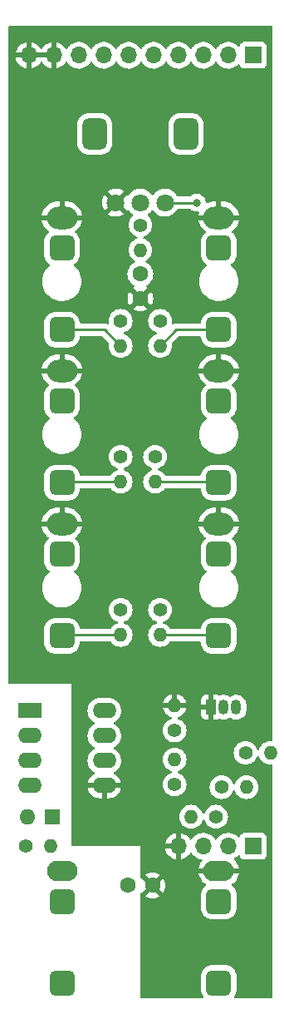
<source format=gbl>
%TF.GenerationSoftware,KiCad,Pcbnew,(6.0.1)*%
%TF.CreationDate,2022-11-02T12:22:22-04:00*%
%TF.ProjectId,ER-MIDI-CV4-02_CTLS,45522d4d-4944-4492-9d43-56342d30325f,1*%
%TF.SameCoordinates,Original*%
%TF.FileFunction,Copper,L2,Bot*%
%TF.FilePolarity,Positive*%
%FSLAX46Y46*%
G04 Gerber Fmt 4.6, Leading zero omitted, Abs format (unit mm)*
G04 Created by KiCad (PCBNEW (6.0.1)) date 2022-11-02 12:22:22*
%MOMM*%
%LPD*%
G01*
G04 APERTURE LIST*
G04 Aperture macros list*
%AMRoundRect*
0 Rectangle with rounded corners*
0 $1 Rounding radius*
0 $2 $3 $4 $5 $6 $7 $8 $9 X,Y pos of 4 corners*
0 Add a 4 corners polygon primitive as box body*
4,1,4,$2,$3,$4,$5,$6,$7,$8,$9,$2,$3,0*
0 Add four circle primitives for the rounded corners*
1,1,$1+$1,$2,$3*
1,1,$1+$1,$4,$5*
1,1,$1+$1,$6,$7*
1,1,$1+$1,$8,$9*
0 Add four rect primitives between the rounded corners*
20,1,$1+$1,$2,$3,$4,$5,0*
20,1,$1+$1,$4,$5,$6,$7,0*
20,1,$1+$1,$6,$7,$8,$9,0*
20,1,$1+$1,$8,$9,$2,$3,0*%
G04 Aperture macros list end*
%TA.AperFunction,ComponentPad*%
%ADD10C,1.400000*%
%TD*%
%TA.AperFunction,ComponentPad*%
%ADD11O,1.400000X1.400000*%
%TD*%
%TA.AperFunction,ComponentPad*%
%ADD12C,1.600000*%
%TD*%
%TA.AperFunction,ComponentPad*%
%ADD13RoundRect,0.650000X0.650000X0.650000X-0.650000X0.650000X-0.650000X-0.650000X0.650000X-0.650000X0*%
%TD*%
%TA.AperFunction,ComponentPad*%
%ADD14O,3.100000X2.100000*%
%TD*%
%TA.AperFunction,WasherPad*%
%ADD15RoundRect,0.625000X0.625000X-0.975000X0.625000X0.975000X-0.625000X0.975000X-0.625000X-0.975000X0*%
%TD*%
%TA.AperFunction,WasherPad*%
%ADD16RoundRect,0.578704X0.671296X-1.021296X0.671296X1.021296X-0.671296X1.021296X-0.671296X-1.021296X0*%
%TD*%
%TA.AperFunction,ComponentPad*%
%ADD17C,1.800000*%
%TD*%
%TA.AperFunction,ComponentPad*%
%ADD18O,3.100000X2.300000*%
%TD*%
%TA.AperFunction,ComponentPad*%
%ADD19R,2.400000X1.600000*%
%TD*%
%TA.AperFunction,ComponentPad*%
%ADD20O,2.400000X1.600000*%
%TD*%
%TA.AperFunction,ComponentPad*%
%ADD21R,1.600000X1.600000*%
%TD*%
%TA.AperFunction,ComponentPad*%
%ADD22O,1.600000X1.600000*%
%TD*%
%TA.AperFunction,ComponentPad*%
%ADD23R,1.050000X1.500000*%
%TD*%
%TA.AperFunction,ComponentPad*%
%ADD24O,1.050000X1.500000*%
%TD*%
%TA.AperFunction,ComponentPad*%
%ADD25R,1.700000X1.700000*%
%TD*%
%TA.AperFunction,ComponentPad*%
%ADD26O,1.700000X1.700000*%
%TD*%
%TA.AperFunction,ViaPad*%
%ADD27C,0.800000*%
%TD*%
%TA.AperFunction,Conductor*%
%ADD28C,0.254000*%
%TD*%
G04 APERTURE END LIST*
D10*
%TO.P,R7,1*%
%TO.N,/GATE_C*%
X81000000Y-91960000D03*
D11*
%TO.P,R7,2*%
%TO.N,/GATE*%
X81000000Y-94500000D03*
%TD*%
D12*
%TO.P,C1,1*%
%TO.N,GND*%
X79000000Y-60250000D03*
%TO.P,C1,2*%
%TO.N,Net-(J12-Pad5)*%
X79000000Y-57750000D03*
%TD*%
D10*
%TO.P,R3,1*%
%TO.N,/CV2_C*%
X81000000Y-62530000D03*
D11*
%TO.P,R3,2*%
%TO.N,/CV2*%
X81000000Y-65070000D03*
%TD*%
D12*
%TO.P,C2,1*%
%TO.N,/MIDI_GND*%
X77750000Y-120000000D03*
%TO.P,C2,2*%
%TO.N,GND*%
X80250000Y-120000000D03*
%TD*%
D13*
%TO.P,J8,R*%
%TO.N,/MO5*%
X87000000Y-121620000D03*
D14*
%TO.P,J8,S*%
%TO.N,GND*%
X87000000Y-118520000D03*
D13*
%TO.P,J8,T*%
%TO.N,/MOLO*%
X87000000Y-129920000D03*
%TD*%
D15*
%TO.P,RV1,*%
%TO.N,*%
X74349994Y-43499989D03*
D16*
X83649994Y-43499989D03*
D17*
%TO.P,RV1,1,1*%
%TO.N,+5V*%
X81499994Y-50499989D03*
%TO.P,RV1,2,2*%
%TO.N,/POT_C*%
X78999994Y-50499989D03*
%TO.P,RV1,3,3*%
%TO.N,GND*%
X76499994Y-50499989D03*
%TD*%
D10*
%TO.P,R5,1*%
%TO.N,/CV4_C*%
X80500000Y-76360000D03*
D11*
%TO.P,R5,2*%
%TO.N,/CV4*%
X80500000Y-78900000D03*
%TD*%
D10*
%TO.P,R13,1*%
%TO.N,/MIDI_IN*%
X67280000Y-116000000D03*
D11*
%TO.P,R13,2*%
%TO.N,/MIDI_RES*%
X69820000Y-116000000D03*
%TD*%
D18*
%TO.P,J3,S*%
%TO.N,GND*%
X71000000Y-67600000D03*
D13*
%TO.P,J3,T*%
%TO.N,/CV3*%
X71000000Y-79000000D03*
%TO.P,J3,TN*%
%TO.N,unconnected-(J3-PadTN)*%
X71000000Y-70700000D03*
%TD*%
D19*
%TO.P,U5,1,NC*%
%TO.N,unconnected-(U5-Pad1)*%
X67700000Y-102200000D03*
D20*
%TO.P,U5,2,C1*%
%TO.N,/MIDI_RES*%
X67700000Y-104740000D03*
%TO.P,U5,3,C2*%
%TO.N,/MIDI_RTN*%
X67700000Y-107280000D03*
%TO.P,U5,4,NC*%
%TO.N,unconnected-(U5-Pad4)*%
X67700000Y-109820000D03*
%TO.P,U5,5,GND*%
%TO.N,GND*%
X75320000Y-109820000D03*
%TO.P,U5,6,VO2*%
%TO.N,/OPTOUT-C*%
X75320000Y-107280000D03*
%TO.P,U5,7,VO1*%
%TO.N,/OBF*%
X75320000Y-104740000D03*
%TO.P,U5,8,VCC*%
%TO.N,+5V*%
X75320000Y-102200000D03*
%TD*%
D10*
%TO.P,R1,1*%
%TO.N,/POT_C*%
X79000000Y-52780000D03*
D11*
%TO.P,R1,2*%
%TO.N,Net-(J12-Pad5)*%
X79000000Y-55320000D03*
%TD*%
D18*
%TO.P,J5,S*%
%TO.N,GND*%
X71000000Y-83200000D03*
D13*
%TO.P,J5,T*%
%TO.N,/CLK*%
X71000000Y-94600000D03*
%TO.P,J5,TN*%
%TO.N,unconnected-(J5-PadTN)*%
X71000000Y-86300000D03*
%TD*%
D10*
%TO.P,R2,1*%
%TO.N,/CV1_C*%
X77000000Y-62530000D03*
D11*
%TO.P,R2,2*%
%TO.N,/CV1*%
X77000000Y-65070000D03*
%TD*%
D21*
%TO.P,D1,1,K*%
%TO.N,/MIDI_RES*%
X70000000Y-113000000D03*
D22*
%TO.P,D1,2,A*%
%TO.N,/MIDI_RTN*%
X67460000Y-113000000D03*
%TD*%
D18*
%TO.P,J6,S*%
%TO.N,GND*%
X87000000Y-83200000D03*
D13*
%TO.P,J6,T*%
%TO.N,/GATE*%
X87000000Y-94600000D03*
%TO.P,J6,TN*%
%TO.N,unconnected-(J6-PadTN)*%
X87000000Y-86300000D03*
%TD*%
D10*
%TO.P,R4,1*%
%TO.N,/CV3_C*%
X77000000Y-76360000D03*
D11*
%TO.P,R4,2*%
%TO.N,/CV3*%
X77000000Y-78900000D03*
%TD*%
D18*
%TO.P,J1,S*%
%TO.N,GND*%
X71000000Y-52020000D03*
D13*
%TO.P,J1,T*%
%TO.N,/CV1*%
X71000000Y-63420000D03*
%TO.P,J1,TN*%
%TO.N,unconnected-(J1-PadTN)*%
X71000000Y-55120000D03*
%TD*%
D10*
%TO.P,R9,1*%
%TO.N,Net-(Q1-Pad3)*%
X89720000Y-106500000D03*
D11*
%TO.P,R9,2*%
%TO.N,/MOLO*%
X92260000Y-106500000D03*
%TD*%
D23*
%TO.P,Q1,1,E*%
%TO.N,GND*%
X86230000Y-101860000D03*
D24*
%TO.P,Q1,2,B*%
%TO.N,/RBO*%
X87500000Y-101860000D03*
%TO.P,Q1,3,C*%
%TO.N,Net-(Q1-Pad3)*%
X88770000Y-101860000D03*
%TD*%
D10*
%TO.P,R10,1*%
%TO.N,/OPTOUT-C*%
X82499987Y-109719999D03*
D11*
%TO.P,R10,2*%
%TO.N,+5V*%
X82499987Y-107179999D03*
%TD*%
D10*
%TO.P,R6,1*%
%TO.N,/CLK-C*%
X77000000Y-91960000D03*
D11*
%TO.P,R6,2*%
%TO.N,/CLK*%
X77000000Y-94500000D03*
%TD*%
D18*
%TO.P,J4,S*%
%TO.N,GND*%
X87000000Y-67600000D03*
D13*
%TO.P,J4,T*%
%TO.N,/CV4*%
X87000000Y-79000000D03*
%TO.P,J4,TN*%
%TO.N,unconnected-(J4-PadTN)*%
X87000000Y-70700000D03*
%TD*%
D10*
%TO.P,R12,1*%
%TO.N,/MO5*%
X86720000Y-113000000D03*
D11*
%TO.P,R12,2*%
%TO.N,+5V*%
X84180000Y-113000000D03*
%TD*%
D18*
%TO.P,J2,S*%
%TO.N,GND*%
X87000000Y-52020000D03*
D13*
%TO.P,J2,T*%
%TO.N,/CV2*%
X87000000Y-63420000D03*
%TO.P,J2,TN*%
%TO.N,unconnected-(J2-PadTN)*%
X87000000Y-55120000D03*
%TD*%
D10*
%TO.P,R8,1*%
%TO.N,/OBF*%
X82500000Y-104220000D03*
D11*
%TO.P,R8,2*%
%TO.N,GND*%
X82500000Y-101680000D03*
%TD*%
D13*
%TO.P,J7,R*%
%TO.N,/MIDI_IN*%
X71000000Y-121620000D03*
D14*
%TO.P,J7,S*%
%TO.N,/MIDI_GND*%
X71000000Y-118520000D03*
D13*
%TO.P,J7,T*%
%TO.N,/MIDI_RTN*%
X71000000Y-129920000D03*
%TD*%
D10*
%TO.P,R11,1*%
%TO.N,/RBO*%
X87280000Y-110000000D03*
D11*
%TO.P,R11,2*%
%TO.N,/RBI-C*%
X89820000Y-110000000D03*
%TD*%
D25*
%TO.P,J12,1,Pin_1*%
%TO.N,+5V*%
X90500000Y-35500000D03*
D26*
%TO.P,J12,2,Pin_2*%
%TO.N,/GATE_C*%
X87960000Y-35500000D03*
%TO.P,J12,3,Pin_3*%
%TO.N,/CV4_C*%
X85420000Y-35500000D03*
%TO.P,J12,4,Pin_4*%
%TO.N,/CV2_C*%
X82880000Y-35500000D03*
%TO.P,J12,5,Pin_5*%
%TO.N,Net-(J12-Pad5)*%
X80340000Y-35500000D03*
%TO.P,J12,6,Pin_6*%
%TO.N,/CV1_C*%
X77800000Y-35500000D03*
%TO.P,J12,7,Pin_7*%
%TO.N,/CV3_C*%
X75260000Y-35500000D03*
%TO.P,J12,8,Pin_8*%
%TO.N,/CLK-C*%
X72720000Y-35500000D03*
%TO.P,J12,9,Pin_9*%
%TO.N,GND*%
X70180000Y-35500000D03*
%TO.P,J12,10,Pin_10*%
X67640000Y-35500000D03*
%TD*%
D25*
%TO.P,J9,1,Pin_1*%
%TO.N,+5V*%
X90500000Y-116000000D03*
D26*
%TO.P,J9,2,Pin_2*%
%TO.N,/RBI-C*%
X87960000Y-116000000D03*
%TO.P,J9,3,Pin_3*%
%TO.N,/OPTOUT-C*%
X85420000Y-116000000D03*
%TO.P,J9,4,Pin_4*%
%TO.N,GND*%
X82880000Y-116000000D03*
%TD*%
D27*
%TO.N,+5V*%
X84750000Y-50500000D03*
%TD*%
D28*
%TO.N,+5V*%
X81499994Y-50499989D02*
X84749989Y-50499989D01*
X84749989Y-50499989D02*
X84750000Y-50500000D01*
%TO.N,/CV4*%
X80500000Y-78900000D02*
X86900000Y-78900000D01*
%TO.N,/CV3*%
X71100000Y-78900000D02*
X77000000Y-78900000D01*
%TO.N,/CV1*%
X71000000Y-63420000D02*
X75350000Y-63420000D01*
X75350000Y-63420000D02*
X77000000Y-65070000D01*
%TO.N,/CV2*%
X87000000Y-63420000D02*
X82650000Y-63420000D01*
X82650000Y-63420000D02*
X81000000Y-65070000D01*
%TO.N,/CLK*%
X71100000Y-94500000D02*
X77000000Y-94500000D01*
%TO.N,/GATE*%
X81000000Y-94500000D02*
X86900000Y-94500000D01*
%TD*%
%TA.AperFunction,Conductor*%
%TO.N,GND*%
G36*
X92434121Y-32528002D02*
G01*
X92480614Y-32581658D01*
X92492000Y-32634000D01*
X92492000Y-105169676D01*
X92471998Y-105237797D01*
X92418342Y-105284290D01*
X92355018Y-105295197D01*
X92265475Y-105287363D01*
X92260000Y-105286884D01*
X92049345Y-105305314D01*
X92044032Y-105306738D01*
X92044030Y-105306738D01*
X91850400Y-105358621D01*
X91850398Y-105358622D01*
X91845090Y-105360044D01*
X91840109Y-105362366D01*
X91840108Y-105362367D01*
X91658423Y-105447088D01*
X91658420Y-105447090D01*
X91653442Y-105449411D01*
X91480224Y-105570699D01*
X91330699Y-105720224D01*
X91209411Y-105893442D01*
X91207090Y-105898420D01*
X91207088Y-105898423D01*
X91138404Y-106045716D01*
X91120044Y-106085090D01*
X91118622Y-106090398D01*
X91118621Y-106090400D01*
X91111707Y-106116204D01*
X91074755Y-106176827D01*
X91010894Y-106207848D01*
X90940400Y-106199420D01*
X90885653Y-106154217D01*
X90868293Y-106116204D01*
X90861379Y-106090400D01*
X90861378Y-106090398D01*
X90859956Y-106085090D01*
X90841596Y-106045716D01*
X90772912Y-105898423D01*
X90772910Y-105898420D01*
X90770589Y-105893442D01*
X90649301Y-105720224D01*
X90499776Y-105570699D01*
X90326558Y-105449411D01*
X90321580Y-105447090D01*
X90321577Y-105447088D01*
X90139892Y-105362367D01*
X90139891Y-105362366D01*
X90134910Y-105360044D01*
X90129602Y-105358622D01*
X90129600Y-105358621D01*
X89935970Y-105306738D01*
X89935968Y-105306738D01*
X89930655Y-105305314D01*
X89720000Y-105286884D01*
X89509345Y-105305314D01*
X89504032Y-105306738D01*
X89504030Y-105306738D01*
X89310400Y-105358621D01*
X89310398Y-105358622D01*
X89305090Y-105360044D01*
X89300109Y-105362366D01*
X89300108Y-105362367D01*
X89118423Y-105447088D01*
X89118420Y-105447090D01*
X89113442Y-105449411D01*
X88940224Y-105570699D01*
X88790699Y-105720224D01*
X88669411Y-105893442D01*
X88667090Y-105898420D01*
X88667088Y-105898423D01*
X88598404Y-106045716D01*
X88580044Y-106085090D01*
X88578622Y-106090398D01*
X88578621Y-106090400D01*
X88526738Y-106284030D01*
X88525314Y-106289345D01*
X88506884Y-106500000D01*
X88525314Y-106710655D01*
X88526738Y-106715968D01*
X88526738Y-106715970D01*
X88539900Y-106765089D01*
X88580044Y-106914910D01*
X88582366Y-106919891D01*
X88582367Y-106919892D01*
X88643930Y-107051913D01*
X88669411Y-107106558D01*
X88790699Y-107279776D01*
X88940224Y-107429301D01*
X89113442Y-107550589D01*
X89118420Y-107552910D01*
X89118423Y-107552912D01*
X89197099Y-107589599D01*
X89305090Y-107639956D01*
X89310398Y-107641378D01*
X89310400Y-107641379D01*
X89504030Y-107693262D01*
X89504032Y-107693262D01*
X89509345Y-107694686D01*
X89720000Y-107713116D01*
X89930655Y-107694686D01*
X89935968Y-107693262D01*
X89935970Y-107693262D01*
X90129600Y-107641379D01*
X90129602Y-107641378D01*
X90134910Y-107639956D01*
X90242901Y-107589599D01*
X90321577Y-107552912D01*
X90321580Y-107552910D01*
X90326558Y-107550589D01*
X90499776Y-107429301D01*
X90649301Y-107279776D01*
X90770589Y-107106558D01*
X90796071Y-107051913D01*
X90857633Y-106919892D01*
X90857634Y-106919891D01*
X90859956Y-106914910D01*
X90868293Y-106883796D01*
X90905245Y-106823173D01*
X90969106Y-106792152D01*
X91039600Y-106800580D01*
X91094347Y-106845783D01*
X91111707Y-106883796D01*
X91120044Y-106914910D01*
X91122366Y-106919891D01*
X91122367Y-106919892D01*
X91183930Y-107051913D01*
X91209411Y-107106558D01*
X91330699Y-107279776D01*
X91480224Y-107429301D01*
X91653442Y-107550589D01*
X91658420Y-107552910D01*
X91658423Y-107552912D01*
X91737099Y-107589599D01*
X91845090Y-107639956D01*
X91850398Y-107641378D01*
X91850400Y-107641379D01*
X92044030Y-107693262D01*
X92044032Y-107693262D01*
X92049345Y-107694686D01*
X92260000Y-107713116D01*
X92265475Y-107712637D01*
X92355018Y-107704803D01*
X92424623Y-107718792D01*
X92475616Y-107768192D01*
X92492000Y-107830324D01*
X92492000Y-131366000D01*
X92471998Y-131434121D01*
X92418342Y-131480614D01*
X92366000Y-131492000D01*
X88661734Y-131492000D01*
X88593613Y-131471998D01*
X88547120Y-131418342D01*
X88537016Y-131348068D01*
X88557832Y-131294723D01*
X88662345Y-131142371D01*
X88662345Y-131142370D01*
X88665613Y-131137607D01*
X88752044Y-130943021D01*
X88801568Y-130735943D01*
X88808500Y-130639237D01*
X88808499Y-129200764D01*
X88801277Y-129102047D01*
X88751391Y-128895056D01*
X88664620Y-128700622D01*
X88543869Y-128525256D01*
X88539781Y-128521175D01*
X88397270Y-128378911D01*
X88397265Y-128378907D01*
X88393183Y-128374832D01*
X88217607Y-128254387D01*
X88120314Y-128211172D01*
X88028299Y-128170300D01*
X88028295Y-128170299D01*
X88023021Y-128167956D01*
X87985753Y-128159043D01*
X87820941Y-128119627D01*
X87820937Y-128119626D01*
X87815943Y-128118432D01*
X87779715Y-128115835D01*
X87721487Y-128111661D01*
X87721479Y-128111661D01*
X87719237Y-128111500D01*
X87006457Y-128111500D01*
X86280764Y-128111501D01*
X86278471Y-128111669D01*
X86278464Y-128111669D01*
X86187182Y-128118347D01*
X86187178Y-128118348D01*
X86182047Y-128118723D01*
X85975056Y-128168609D01*
X85780622Y-128255380D01*
X85775868Y-128258653D01*
X85775867Y-128258654D01*
X85611886Y-128371566D01*
X85605256Y-128376131D01*
X85601176Y-128380218D01*
X85601175Y-128380219D01*
X85458911Y-128522730D01*
X85458907Y-128522735D01*
X85454832Y-128526817D01*
X85334387Y-128702393D01*
X85247956Y-128896979D01*
X85198432Y-129104057D01*
X85191500Y-129200763D01*
X85191501Y-130639236D01*
X85198723Y-130737953D01*
X85248609Y-130944944D01*
X85335380Y-131139378D01*
X85338653Y-131144132D01*
X85338654Y-131144133D01*
X85442221Y-131294542D01*
X85464379Y-131361992D01*
X85446554Y-131430715D01*
X85394404Y-131478891D01*
X85338443Y-131492000D01*
X79126000Y-131492000D01*
X79057879Y-131471998D01*
X79011386Y-131418342D01*
X79000000Y-131366000D01*
X79000000Y-121086062D01*
X79528493Y-121086062D01*
X79537789Y-121098077D01*
X79588994Y-121133931D01*
X79598489Y-121139414D01*
X79795947Y-121231490D01*
X79806239Y-121235236D01*
X80016688Y-121291625D01*
X80027481Y-121293528D01*
X80244525Y-121312517D01*
X80255475Y-121312517D01*
X80472519Y-121293528D01*
X80483312Y-121291625D01*
X80693761Y-121235236D01*
X80704053Y-121231490D01*
X80901511Y-121139414D01*
X80911006Y-121133931D01*
X80963048Y-121097491D01*
X80971424Y-121087012D01*
X80964356Y-121073566D01*
X80262812Y-120372022D01*
X80248868Y-120364408D01*
X80247035Y-120364539D01*
X80240420Y-120368790D01*
X79534923Y-121074287D01*
X79528493Y-121086062D01*
X79000000Y-121086062D01*
X79000000Y-120845611D01*
X79020002Y-120777490D01*
X79073658Y-120730997D01*
X79138972Y-120720281D01*
X79160853Y-120722546D01*
X79176434Y-120714356D01*
X79877978Y-120012812D01*
X79884356Y-120001132D01*
X80614408Y-120001132D01*
X80614539Y-120002965D01*
X80618790Y-120009580D01*
X81324287Y-120715077D01*
X81336062Y-120721507D01*
X81348077Y-120712211D01*
X81383931Y-120661006D01*
X81389414Y-120651511D01*
X81481490Y-120454053D01*
X81485236Y-120443761D01*
X81541625Y-120233312D01*
X81543528Y-120222519D01*
X81562517Y-120005475D01*
X81562517Y-119994525D01*
X81543528Y-119777481D01*
X81541625Y-119766688D01*
X81485236Y-119556239D01*
X81481490Y-119545947D01*
X81389414Y-119348489D01*
X81383931Y-119338994D01*
X81347491Y-119286952D01*
X81337012Y-119278576D01*
X81323566Y-119285644D01*
X80622022Y-119987188D01*
X80614408Y-120001132D01*
X79884356Y-120001132D01*
X79885592Y-119998868D01*
X79885461Y-119997035D01*
X79881210Y-119990420D01*
X79175713Y-119284923D01*
X79161769Y-119277309D01*
X79134989Y-119279224D01*
X79065615Y-119264133D01*
X79015413Y-119213931D01*
X79000000Y-119153545D01*
X79000000Y-118912988D01*
X79528576Y-118912988D01*
X79535644Y-118926434D01*
X80237188Y-119627978D01*
X80251132Y-119635592D01*
X80252965Y-119635461D01*
X80259580Y-119631210D01*
X80965077Y-118925713D01*
X80971507Y-118913938D01*
X80962211Y-118901923D01*
X80911006Y-118866069D01*
X80901511Y-118860586D01*
X80752528Y-118791114D01*
X84962940Y-118791114D01*
X84966117Y-118818572D01*
X84968078Y-118828476D01*
X85033587Y-119059975D01*
X85037101Y-119069424D01*
X85138782Y-119287483D01*
X85143761Y-119296247D01*
X85278993Y-119495234D01*
X85285325Y-119503109D01*
X85450621Y-119677905D01*
X85458130Y-119684666D01*
X85649253Y-119830791D01*
X85651617Y-119832314D01*
X85652340Y-119833151D01*
X85653273Y-119833864D01*
X85653125Y-119834058D01*
X85698042Y-119886028D01*
X85708057Y-119956315D01*
X85678482Y-120020858D01*
X85654820Y-120042003D01*
X85611886Y-120071566D01*
X85605256Y-120076131D01*
X85601176Y-120080218D01*
X85601175Y-120080219D01*
X85458911Y-120222730D01*
X85458907Y-120222735D01*
X85454832Y-120226817D01*
X85334387Y-120402393D01*
X85247956Y-120596979D01*
X85246612Y-120602599D01*
X85204786Y-120777490D01*
X85198432Y-120804057D01*
X85191500Y-120900763D01*
X85191501Y-122339236D01*
X85198723Y-122437953D01*
X85248609Y-122644944D01*
X85335380Y-122839378D01*
X85456131Y-123014744D01*
X85460218Y-123018824D01*
X85460219Y-123018825D01*
X85602730Y-123161089D01*
X85602735Y-123161093D01*
X85606817Y-123165168D01*
X85782393Y-123285613D01*
X85879686Y-123328829D01*
X85971701Y-123369700D01*
X85971705Y-123369701D01*
X85976979Y-123372044D01*
X85982600Y-123373388D01*
X85982599Y-123373388D01*
X86179059Y-123420373D01*
X86179063Y-123420374D01*
X86184057Y-123421568D01*
X86220285Y-123424165D01*
X86278513Y-123428339D01*
X86278521Y-123428339D01*
X86280763Y-123428500D01*
X86993543Y-123428500D01*
X87719236Y-123428499D01*
X87721529Y-123428331D01*
X87721536Y-123428331D01*
X87812818Y-123421653D01*
X87812822Y-123421652D01*
X87817953Y-123421277D01*
X88024944Y-123371391D01*
X88219378Y-123284620D01*
X88224133Y-123281346D01*
X88389988Y-123167144D01*
X88389989Y-123167143D01*
X88394744Y-123163869D01*
X88398825Y-123159781D01*
X88541089Y-123017270D01*
X88541093Y-123017265D01*
X88545168Y-123013183D01*
X88665613Y-122837607D01*
X88752044Y-122643021D01*
X88801568Y-122435943D01*
X88808500Y-122339237D01*
X88808499Y-120900764D01*
X88801277Y-120802047D01*
X88751391Y-120595056D01*
X88664620Y-120400622D01*
X88642702Y-120368790D01*
X88547144Y-120230012D01*
X88547143Y-120230011D01*
X88543869Y-120225256D01*
X88539781Y-120221175D01*
X88397270Y-120078911D01*
X88397265Y-120078907D01*
X88393183Y-120074832D01*
X88341384Y-120039298D01*
X88296526Y-119984269D01*
X88288539Y-119913723D01*
X88319960Y-119850058D01*
X88345519Y-119828776D01*
X88432031Y-119774297D01*
X88440109Y-119768253D01*
X88620585Y-119609143D01*
X88627588Y-119601891D01*
X88780301Y-119415975D01*
X88786057Y-119407693D01*
X88907080Y-119199754D01*
X88911440Y-119190655D01*
X88997660Y-118966045D01*
X89000509Y-118956363D01*
X89034902Y-118791736D01*
X89033779Y-118777675D01*
X89023672Y-118774000D01*
X84979075Y-118774000D01*
X84964989Y-118778136D01*
X84962940Y-118791114D01*
X80752528Y-118791114D01*
X80704053Y-118768510D01*
X80693761Y-118764764D01*
X80483312Y-118708375D01*
X80472519Y-118706472D01*
X80255475Y-118687483D01*
X80244525Y-118687483D01*
X80027481Y-118706472D01*
X80016688Y-118708375D01*
X79806239Y-118764764D01*
X79795947Y-118768510D01*
X79598489Y-118860586D01*
X79588994Y-118866069D01*
X79536952Y-118902509D01*
X79528576Y-118912988D01*
X79000000Y-118912988D01*
X79000000Y-116267966D01*
X81548257Y-116267966D01*
X81578565Y-116402446D01*
X81581645Y-116412275D01*
X81661770Y-116609603D01*
X81666413Y-116618794D01*
X81777694Y-116800388D01*
X81783777Y-116808699D01*
X81923213Y-116969667D01*
X81930580Y-116976883D01*
X82094434Y-117112916D01*
X82102881Y-117118831D01*
X82286756Y-117226279D01*
X82296042Y-117230729D01*
X82495001Y-117306703D01*
X82504899Y-117309579D01*
X82608250Y-117330606D01*
X82622299Y-117329410D01*
X82626000Y-117319065D01*
X82626000Y-117318517D01*
X83134000Y-117318517D01*
X83138064Y-117332359D01*
X83151478Y-117334393D01*
X83158184Y-117333534D01*
X83168262Y-117331392D01*
X83372255Y-117270191D01*
X83381842Y-117266433D01*
X83573095Y-117172739D01*
X83581945Y-117167464D01*
X83755328Y-117043792D01*
X83763200Y-117037139D01*
X83914052Y-116886812D01*
X83920730Y-116878965D01*
X84048022Y-116701819D01*
X84049279Y-116702722D01*
X84096373Y-116659362D01*
X84166311Y-116647145D01*
X84231751Y-116674678D01*
X84259579Y-116706511D01*
X84319987Y-116805088D01*
X84466250Y-116973938D01*
X84638126Y-117116632D01*
X84831000Y-117229338D01*
X85039692Y-117309030D01*
X85210535Y-117343789D01*
X85273298Y-117376969D01*
X85308160Y-117438817D01*
X85304051Y-117509694D01*
X85282776Y-117547234D01*
X85219699Y-117624025D01*
X85213943Y-117632307D01*
X85092920Y-117840246D01*
X85088560Y-117849345D01*
X85002340Y-118073955D01*
X84999491Y-118083637D01*
X84965098Y-118248264D01*
X84966221Y-118262325D01*
X84976328Y-118266000D01*
X89020925Y-118266000D01*
X89035011Y-118261864D01*
X89037060Y-118248886D01*
X89033883Y-118221428D01*
X89031922Y-118211524D01*
X88966413Y-117980025D01*
X88962899Y-117970576D01*
X88861218Y-117752517D01*
X88856239Y-117743753D01*
X88721007Y-117544766D01*
X88714675Y-117536891D01*
X88577841Y-117392193D01*
X88545569Y-117328955D01*
X88552609Y-117258308D01*
X88596726Y-117202683D01*
X88613948Y-117192474D01*
X88657994Y-117170896D01*
X88839860Y-117041173D01*
X88948091Y-116933319D01*
X89010462Y-116899404D01*
X89081268Y-116904592D01*
X89138030Y-116947238D01*
X89155012Y-116978341D01*
X89199385Y-117096705D01*
X89286739Y-117213261D01*
X89403295Y-117300615D01*
X89539684Y-117351745D01*
X89601866Y-117358500D01*
X91398134Y-117358500D01*
X91460316Y-117351745D01*
X91596705Y-117300615D01*
X91713261Y-117213261D01*
X91800615Y-117096705D01*
X91851745Y-116960316D01*
X91858500Y-116898134D01*
X91858500Y-115101866D01*
X91851745Y-115039684D01*
X91800615Y-114903295D01*
X91713261Y-114786739D01*
X91596705Y-114699385D01*
X91460316Y-114648255D01*
X91398134Y-114641500D01*
X89601866Y-114641500D01*
X89539684Y-114648255D01*
X89403295Y-114699385D01*
X89286739Y-114786739D01*
X89199385Y-114903295D01*
X89196233Y-114911703D01*
X89154919Y-115021907D01*
X89112277Y-115078671D01*
X89045716Y-115103371D01*
X88976367Y-115088163D01*
X88943743Y-115062476D01*
X88893151Y-115006875D01*
X88893142Y-115006866D01*
X88889670Y-115003051D01*
X88885619Y-114999852D01*
X88885615Y-114999848D01*
X88718414Y-114867800D01*
X88718410Y-114867798D01*
X88714359Y-114864598D01*
X88706110Y-114860044D01*
X88662136Y-114835769D01*
X88518789Y-114756638D01*
X88513920Y-114754914D01*
X88513916Y-114754912D01*
X88313087Y-114683795D01*
X88313083Y-114683794D01*
X88308212Y-114682069D01*
X88303119Y-114681162D01*
X88303116Y-114681161D01*
X88093373Y-114643800D01*
X88093367Y-114643799D01*
X88088284Y-114642894D01*
X88014452Y-114641992D01*
X87870081Y-114640228D01*
X87870079Y-114640228D01*
X87864911Y-114640165D01*
X87644091Y-114673955D01*
X87431756Y-114743357D01*
X87233607Y-114846507D01*
X87229474Y-114849610D01*
X87229471Y-114849612D01*
X87059100Y-114977530D01*
X87054965Y-114980635D01*
X87029541Y-115007240D01*
X86961280Y-115078671D01*
X86900629Y-115142138D01*
X86793201Y-115299621D01*
X86738293Y-115344621D01*
X86667768Y-115352792D01*
X86604021Y-115321538D01*
X86583324Y-115297054D01*
X86502822Y-115172617D01*
X86502820Y-115172614D01*
X86500014Y-115168277D01*
X86349670Y-115003051D01*
X86345619Y-114999852D01*
X86345615Y-114999848D01*
X86178414Y-114867800D01*
X86178410Y-114867798D01*
X86174359Y-114864598D01*
X86166110Y-114860044D01*
X86122136Y-114835769D01*
X85978789Y-114756638D01*
X85973920Y-114754914D01*
X85973916Y-114754912D01*
X85773087Y-114683795D01*
X85773083Y-114683794D01*
X85768212Y-114682069D01*
X85763119Y-114681162D01*
X85763116Y-114681161D01*
X85553373Y-114643800D01*
X85553367Y-114643799D01*
X85548284Y-114642894D01*
X85474452Y-114641992D01*
X85330081Y-114640228D01*
X85330079Y-114640228D01*
X85324911Y-114640165D01*
X85104091Y-114673955D01*
X84891756Y-114743357D01*
X84693607Y-114846507D01*
X84689474Y-114849610D01*
X84689471Y-114849612D01*
X84519100Y-114977530D01*
X84514965Y-114980635D01*
X84489541Y-115007240D01*
X84421280Y-115078671D01*
X84360629Y-115142138D01*
X84357720Y-115146403D01*
X84357714Y-115146411D01*
X84345404Y-115164457D01*
X84253204Y-115299618D01*
X84252898Y-115300066D01*
X84197987Y-115345069D01*
X84127462Y-115353240D01*
X84063715Y-115321986D01*
X84043018Y-115297502D01*
X83962426Y-115172926D01*
X83956136Y-115164757D01*
X83812806Y-115007240D01*
X83805273Y-115000215D01*
X83638139Y-114868222D01*
X83629552Y-114862517D01*
X83443117Y-114759599D01*
X83433705Y-114755369D01*
X83232959Y-114684280D01*
X83222988Y-114681646D01*
X83151837Y-114668972D01*
X83138540Y-114670432D01*
X83134000Y-114684989D01*
X83134000Y-117318517D01*
X82626000Y-117318517D01*
X82626000Y-116272115D01*
X82621525Y-116256876D01*
X82620135Y-116255671D01*
X82612452Y-116254000D01*
X81563225Y-116254000D01*
X81549694Y-116257973D01*
X81548257Y-116267966D01*
X79000000Y-116267966D01*
X79000000Y-116000000D01*
X72126000Y-116000000D01*
X72057879Y-115979998D01*
X72011386Y-115926342D01*
X72000000Y-115874000D01*
X72000000Y-115734183D01*
X81544389Y-115734183D01*
X81545912Y-115742607D01*
X81558292Y-115746000D01*
X82607885Y-115746000D01*
X82623124Y-115741525D01*
X82624329Y-115740135D01*
X82626000Y-115732452D01*
X82626000Y-114683102D01*
X82622082Y-114669758D01*
X82607806Y-114667771D01*
X82569324Y-114673660D01*
X82559288Y-114676051D01*
X82356868Y-114742212D01*
X82347359Y-114746209D01*
X82158463Y-114844542D01*
X82149738Y-114850036D01*
X81979433Y-114977905D01*
X81971726Y-114984748D01*
X81824590Y-115138717D01*
X81818104Y-115146727D01*
X81698098Y-115322649D01*
X81693000Y-115331623D01*
X81603338Y-115524783D01*
X81599775Y-115534470D01*
X81544389Y-115734183D01*
X72000000Y-115734183D01*
X72000000Y-113000000D01*
X82966884Y-113000000D01*
X82985314Y-113210655D01*
X83040044Y-113414910D01*
X83042366Y-113419891D01*
X83042367Y-113419892D01*
X83058838Y-113455213D01*
X83129411Y-113606558D01*
X83250699Y-113779776D01*
X83400224Y-113929301D01*
X83573442Y-114050589D01*
X83578420Y-114052910D01*
X83578423Y-114052912D01*
X83759872Y-114137523D01*
X83765090Y-114139956D01*
X83770398Y-114141378D01*
X83770400Y-114141379D01*
X83964030Y-114193262D01*
X83964032Y-114193262D01*
X83969345Y-114194686D01*
X84180000Y-114213116D01*
X84390655Y-114194686D01*
X84395968Y-114193262D01*
X84395970Y-114193262D01*
X84589600Y-114141379D01*
X84589602Y-114141378D01*
X84594910Y-114139956D01*
X84600128Y-114137523D01*
X84781577Y-114052912D01*
X84781580Y-114052910D01*
X84786558Y-114050589D01*
X84959776Y-113929301D01*
X85109301Y-113779776D01*
X85230589Y-113606558D01*
X85301163Y-113455213D01*
X85317633Y-113419892D01*
X85317634Y-113419891D01*
X85319956Y-113414910D01*
X85328293Y-113383796D01*
X85365245Y-113323173D01*
X85429106Y-113292152D01*
X85499600Y-113300580D01*
X85554347Y-113345783D01*
X85571707Y-113383796D01*
X85580044Y-113414910D01*
X85582366Y-113419891D01*
X85582367Y-113419892D01*
X85598838Y-113455213D01*
X85669411Y-113606558D01*
X85790699Y-113779776D01*
X85940224Y-113929301D01*
X86113442Y-114050589D01*
X86118420Y-114052910D01*
X86118423Y-114052912D01*
X86299872Y-114137523D01*
X86305090Y-114139956D01*
X86310398Y-114141378D01*
X86310400Y-114141379D01*
X86504030Y-114193262D01*
X86504032Y-114193262D01*
X86509345Y-114194686D01*
X86720000Y-114213116D01*
X86930655Y-114194686D01*
X86935968Y-114193262D01*
X86935970Y-114193262D01*
X87129600Y-114141379D01*
X87129602Y-114141378D01*
X87134910Y-114139956D01*
X87140128Y-114137523D01*
X87321577Y-114052912D01*
X87321580Y-114052910D01*
X87326558Y-114050589D01*
X87499776Y-113929301D01*
X87649301Y-113779776D01*
X87770589Y-113606558D01*
X87841163Y-113455213D01*
X87857633Y-113419892D01*
X87857634Y-113419891D01*
X87859956Y-113414910D01*
X87914686Y-113210655D01*
X87933116Y-113000000D01*
X87914686Y-112789345D01*
X87859956Y-112585090D01*
X87843946Y-112550757D01*
X87772912Y-112398423D01*
X87772910Y-112398420D01*
X87770589Y-112393442D01*
X87649301Y-112220224D01*
X87499776Y-112070699D01*
X87326558Y-111949411D01*
X87321580Y-111947090D01*
X87321577Y-111947088D01*
X87139892Y-111862367D01*
X87139891Y-111862366D01*
X87134910Y-111860044D01*
X87129602Y-111858622D01*
X87129600Y-111858621D01*
X86935970Y-111806738D01*
X86935968Y-111806738D01*
X86930655Y-111805314D01*
X86720000Y-111786884D01*
X86509345Y-111805314D01*
X86504032Y-111806738D01*
X86504030Y-111806738D01*
X86310400Y-111858621D01*
X86310398Y-111858622D01*
X86305090Y-111860044D01*
X86300109Y-111862366D01*
X86300108Y-111862367D01*
X86118423Y-111947088D01*
X86118420Y-111947090D01*
X86113442Y-111949411D01*
X85940224Y-112070699D01*
X85790699Y-112220224D01*
X85669411Y-112393442D01*
X85667090Y-112398420D01*
X85667088Y-112398423D01*
X85596054Y-112550757D01*
X85580044Y-112585090D01*
X85578622Y-112590398D01*
X85578621Y-112590400D01*
X85571707Y-112616204D01*
X85534755Y-112676827D01*
X85470894Y-112707848D01*
X85400400Y-112699420D01*
X85345653Y-112654217D01*
X85328293Y-112616204D01*
X85321379Y-112590400D01*
X85321378Y-112590398D01*
X85319956Y-112585090D01*
X85303946Y-112550757D01*
X85232912Y-112398423D01*
X85232910Y-112398420D01*
X85230589Y-112393442D01*
X85109301Y-112220224D01*
X84959776Y-112070699D01*
X84786558Y-111949411D01*
X84781580Y-111947090D01*
X84781577Y-111947088D01*
X84599892Y-111862367D01*
X84599891Y-111862366D01*
X84594910Y-111860044D01*
X84589602Y-111858622D01*
X84589600Y-111858621D01*
X84395970Y-111806738D01*
X84395968Y-111806738D01*
X84390655Y-111805314D01*
X84180000Y-111786884D01*
X83969345Y-111805314D01*
X83964032Y-111806738D01*
X83964030Y-111806738D01*
X83770400Y-111858621D01*
X83770398Y-111858622D01*
X83765090Y-111860044D01*
X83760109Y-111862366D01*
X83760108Y-111862367D01*
X83578423Y-111947088D01*
X83578420Y-111947090D01*
X83573442Y-111949411D01*
X83400224Y-112070699D01*
X83250699Y-112220224D01*
X83129411Y-112393442D01*
X83127090Y-112398420D01*
X83127088Y-112398423D01*
X83056054Y-112550757D01*
X83040044Y-112585090D01*
X82985314Y-112789345D01*
X82966884Y-113000000D01*
X72000000Y-113000000D01*
X72000000Y-110086522D01*
X73637273Y-110086522D01*
X73684764Y-110263761D01*
X73688510Y-110274053D01*
X73780586Y-110471511D01*
X73786069Y-110481007D01*
X73911028Y-110659467D01*
X73918084Y-110667875D01*
X74072125Y-110821916D01*
X74080533Y-110828972D01*
X74258993Y-110953931D01*
X74268489Y-110959414D01*
X74465947Y-111051490D01*
X74476239Y-111055236D01*
X74686688Y-111111625D01*
X74697481Y-111113528D01*
X74860170Y-111127762D01*
X74865635Y-111128000D01*
X75047885Y-111128000D01*
X75063124Y-111123525D01*
X75064329Y-111122135D01*
X75066000Y-111114452D01*
X75066000Y-111109885D01*
X75574000Y-111109885D01*
X75578475Y-111125124D01*
X75579865Y-111126329D01*
X75587548Y-111128000D01*
X75774365Y-111128000D01*
X75779830Y-111127762D01*
X75942519Y-111113528D01*
X75953312Y-111111625D01*
X76163761Y-111055236D01*
X76174053Y-111051490D01*
X76371511Y-110959414D01*
X76381007Y-110953931D01*
X76559467Y-110828972D01*
X76567875Y-110821916D01*
X76721916Y-110667875D01*
X76728972Y-110659467D01*
X76853931Y-110481007D01*
X76859414Y-110471511D01*
X76951490Y-110274053D01*
X76955236Y-110263761D01*
X77001394Y-110091497D01*
X77001058Y-110077401D01*
X76993116Y-110074000D01*
X75592115Y-110074000D01*
X75576876Y-110078475D01*
X75575671Y-110079865D01*
X75574000Y-110087548D01*
X75574000Y-111109885D01*
X75066000Y-111109885D01*
X75066000Y-110092115D01*
X75061525Y-110076876D01*
X75060135Y-110075671D01*
X75052452Y-110074000D01*
X73652033Y-110074000D01*
X73638502Y-110077973D01*
X73637273Y-110086522D01*
X72000000Y-110086522D01*
X72000000Y-109719999D01*
X81286871Y-109719999D01*
X81305301Y-109930654D01*
X81306725Y-109935967D01*
X81306725Y-109935969D01*
X81347341Y-110087548D01*
X81360031Y-110134909D01*
X81362353Y-110139890D01*
X81362354Y-110139891D01*
X81437285Y-110300580D01*
X81449398Y-110326557D01*
X81570686Y-110499775D01*
X81720211Y-110649300D01*
X81893429Y-110770588D01*
X81898407Y-110772909D01*
X81898410Y-110772911D01*
X82080095Y-110857632D01*
X82085077Y-110859955D01*
X82090385Y-110861377D01*
X82090387Y-110861378D01*
X82284017Y-110913261D01*
X82284019Y-110913261D01*
X82289332Y-110914685D01*
X82499987Y-110933115D01*
X82710642Y-110914685D01*
X82715955Y-110913261D01*
X82715957Y-110913261D01*
X82909587Y-110861378D01*
X82909589Y-110861377D01*
X82914897Y-110859955D01*
X82919879Y-110857632D01*
X83101564Y-110772911D01*
X83101567Y-110772909D01*
X83106545Y-110770588D01*
X83279763Y-110649300D01*
X83429288Y-110499775D01*
X83550576Y-110326557D01*
X83562690Y-110300580D01*
X83637620Y-110139891D01*
X83637621Y-110139890D01*
X83639943Y-110134909D01*
X83652634Y-110087548D01*
X83676092Y-110000000D01*
X86066884Y-110000000D01*
X86085314Y-110210655D01*
X86086738Y-110215968D01*
X86086738Y-110215970D01*
X86101013Y-110269243D01*
X86140044Y-110414910D01*
X86142366Y-110419891D01*
X86142367Y-110419892D01*
X86181434Y-110503670D01*
X86229411Y-110606558D01*
X86350699Y-110779776D01*
X86500224Y-110929301D01*
X86673442Y-111050589D01*
X86678420Y-111052910D01*
X86678423Y-111052912D01*
X86860108Y-111137633D01*
X86865090Y-111139956D01*
X86870398Y-111141378D01*
X86870400Y-111141379D01*
X87064030Y-111193262D01*
X87064032Y-111193262D01*
X87069345Y-111194686D01*
X87280000Y-111213116D01*
X87490655Y-111194686D01*
X87495968Y-111193262D01*
X87495970Y-111193262D01*
X87689600Y-111141379D01*
X87689602Y-111141378D01*
X87694910Y-111139956D01*
X87699892Y-111137633D01*
X87881577Y-111052912D01*
X87881580Y-111052910D01*
X87886558Y-111050589D01*
X88059776Y-110929301D01*
X88209301Y-110779776D01*
X88330589Y-110606558D01*
X88378567Y-110503670D01*
X88417633Y-110419892D01*
X88417634Y-110419891D01*
X88419956Y-110414910D01*
X88428293Y-110383796D01*
X88465245Y-110323173D01*
X88529106Y-110292152D01*
X88599600Y-110300580D01*
X88654347Y-110345783D01*
X88671707Y-110383796D01*
X88680044Y-110414910D01*
X88682366Y-110419891D01*
X88682367Y-110419892D01*
X88721434Y-110503670D01*
X88769411Y-110606558D01*
X88890699Y-110779776D01*
X89040224Y-110929301D01*
X89213442Y-111050589D01*
X89218420Y-111052910D01*
X89218423Y-111052912D01*
X89400108Y-111137633D01*
X89405090Y-111139956D01*
X89410398Y-111141378D01*
X89410400Y-111141379D01*
X89604030Y-111193262D01*
X89604032Y-111193262D01*
X89609345Y-111194686D01*
X89820000Y-111213116D01*
X90030655Y-111194686D01*
X90035968Y-111193262D01*
X90035970Y-111193262D01*
X90229600Y-111141379D01*
X90229602Y-111141378D01*
X90234910Y-111139956D01*
X90239892Y-111137633D01*
X90421577Y-111052912D01*
X90421580Y-111052910D01*
X90426558Y-111050589D01*
X90599776Y-110929301D01*
X90749301Y-110779776D01*
X90870589Y-110606558D01*
X90918567Y-110503670D01*
X90957633Y-110419892D01*
X90957634Y-110419891D01*
X90959956Y-110414910D01*
X90998988Y-110269243D01*
X91013262Y-110215970D01*
X91013262Y-110215968D01*
X91014686Y-110210655D01*
X91033116Y-110000000D01*
X91014686Y-109789345D01*
X90959956Y-109585090D01*
X90942895Y-109548503D01*
X90872912Y-109398423D01*
X90872910Y-109398420D01*
X90870589Y-109393442D01*
X90749301Y-109220224D01*
X90599776Y-109070699D01*
X90426558Y-108949411D01*
X90421580Y-108947090D01*
X90421577Y-108947088D01*
X90239892Y-108862367D01*
X90239891Y-108862366D01*
X90234910Y-108860044D01*
X90229602Y-108858622D01*
X90229600Y-108858621D01*
X90035970Y-108806738D01*
X90035968Y-108806738D01*
X90030655Y-108805314D01*
X89820000Y-108786884D01*
X89609345Y-108805314D01*
X89604032Y-108806738D01*
X89604030Y-108806738D01*
X89410400Y-108858621D01*
X89410398Y-108858622D01*
X89405090Y-108860044D01*
X89400109Y-108862366D01*
X89400108Y-108862367D01*
X89218423Y-108947088D01*
X89218420Y-108947090D01*
X89213442Y-108949411D01*
X89040224Y-109070699D01*
X88890699Y-109220224D01*
X88769411Y-109393442D01*
X88767090Y-109398420D01*
X88767088Y-109398423D01*
X88697105Y-109548503D01*
X88680044Y-109585090D01*
X88678622Y-109590398D01*
X88678621Y-109590400D01*
X88671707Y-109616204D01*
X88634755Y-109676827D01*
X88570894Y-109707848D01*
X88500400Y-109699420D01*
X88445653Y-109654217D01*
X88428293Y-109616204D01*
X88421379Y-109590400D01*
X88421378Y-109590398D01*
X88419956Y-109585090D01*
X88402895Y-109548503D01*
X88332912Y-109398423D01*
X88332910Y-109398420D01*
X88330589Y-109393442D01*
X88209301Y-109220224D01*
X88059776Y-109070699D01*
X87886558Y-108949411D01*
X87881580Y-108947090D01*
X87881577Y-108947088D01*
X87699892Y-108862367D01*
X87699891Y-108862366D01*
X87694910Y-108860044D01*
X87689602Y-108858622D01*
X87689600Y-108858621D01*
X87495970Y-108806738D01*
X87495968Y-108806738D01*
X87490655Y-108805314D01*
X87280000Y-108786884D01*
X87069345Y-108805314D01*
X87064032Y-108806738D01*
X87064030Y-108806738D01*
X86870400Y-108858621D01*
X86870398Y-108858622D01*
X86865090Y-108860044D01*
X86860109Y-108862366D01*
X86860108Y-108862367D01*
X86678423Y-108947088D01*
X86678420Y-108947090D01*
X86673442Y-108949411D01*
X86500224Y-109070699D01*
X86350699Y-109220224D01*
X86229411Y-109393442D01*
X86227090Y-109398420D01*
X86227088Y-109398423D01*
X86157105Y-109548503D01*
X86140044Y-109585090D01*
X86085314Y-109789345D01*
X86066884Y-110000000D01*
X83676092Y-110000000D01*
X83693249Y-109935969D01*
X83693249Y-109935967D01*
X83694673Y-109930654D01*
X83713103Y-109719999D01*
X83694673Y-109509344D01*
X83639943Y-109305089D01*
X83600370Y-109220224D01*
X83552899Y-109118422D01*
X83552897Y-109118419D01*
X83550576Y-109113441D01*
X83429288Y-108940223D01*
X83279763Y-108790698D01*
X83106545Y-108669410D01*
X83101567Y-108667089D01*
X83101564Y-108667087D01*
X82919879Y-108582366D01*
X82919878Y-108582365D01*
X82914897Y-108580043D01*
X82909589Y-108578621D01*
X82909587Y-108578620D01*
X82883783Y-108571706D01*
X82823160Y-108534754D01*
X82792139Y-108470893D01*
X82800567Y-108400399D01*
X82845770Y-108345652D01*
X82883783Y-108328292D01*
X82909587Y-108321378D01*
X82909589Y-108321377D01*
X82914897Y-108319955D01*
X82980515Y-108289357D01*
X83101564Y-108232911D01*
X83101567Y-108232909D01*
X83106545Y-108230588D01*
X83279763Y-108109300D01*
X83429288Y-107959775D01*
X83550576Y-107786557D01*
X83582176Y-107718792D01*
X83637620Y-107599891D01*
X83637621Y-107599890D01*
X83639943Y-107594909D01*
X83694673Y-107390654D01*
X83713103Y-107179999D01*
X83694673Y-106969344D01*
X83693249Y-106964029D01*
X83641366Y-106770399D01*
X83641365Y-106770397D01*
X83639943Y-106765089D01*
X83637620Y-106760107D01*
X83552899Y-106578422D01*
X83552897Y-106578419D01*
X83550576Y-106573441D01*
X83429288Y-106400223D01*
X83279763Y-106250698D01*
X83106545Y-106129410D01*
X83101567Y-106127089D01*
X83101564Y-106127087D01*
X82919879Y-106042366D01*
X82919878Y-106042365D01*
X82914897Y-106040043D01*
X82909589Y-106038621D01*
X82909587Y-106038620D01*
X82715957Y-105986737D01*
X82715955Y-105986737D01*
X82710642Y-105985313D01*
X82499987Y-105966883D01*
X82289332Y-105985313D01*
X82284019Y-105986737D01*
X82284017Y-105986737D01*
X82090387Y-106038620D01*
X82090385Y-106038621D01*
X82085077Y-106040043D01*
X82080096Y-106042365D01*
X82080095Y-106042366D01*
X81898410Y-106127087D01*
X81898407Y-106127089D01*
X81893429Y-106129410D01*
X81720211Y-106250698D01*
X81570686Y-106400223D01*
X81449398Y-106573441D01*
X81447077Y-106578419D01*
X81447075Y-106578422D01*
X81362354Y-106760107D01*
X81360031Y-106765089D01*
X81358609Y-106770397D01*
X81358608Y-106770399D01*
X81306725Y-106964029D01*
X81305301Y-106969344D01*
X81286871Y-107179999D01*
X81305301Y-107390654D01*
X81360031Y-107594909D01*
X81362353Y-107599890D01*
X81362354Y-107599891D01*
X81417799Y-107718792D01*
X81449398Y-107786557D01*
X81570686Y-107959775D01*
X81720211Y-108109300D01*
X81893429Y-108230588D01*
X81898407Y-108232909D01*
X81898410Y-108232911D01*
X82019459Y-108289357D01*
X82085077Y-108319955D01*
X82090385Y-108321377D01*
X82090387Y-108321378D01*
X82116191Y-108328292D01*
X82176814Y-108365244D01*
X82207835Y-108429105D01*
X82199407Y-108499599D01*
X82154204Y-108554346D01*
X82116191Y-108571706D01*
X82090387Y-108578620D01*
X82090385Y-108578621D01*
X82085077Y-108580043D01*
X82080096Y-108582365D01*
X82080095Y-108582366D01*
X81898410Y-108667087D01*
X81898407Y-108667089D01*
X81893429Y-108669410D01*
X81720211Y-108790698D01*
X81570686Y-108940223D01*
X81449398Y-109113441D01*
X81447077Y-109118419D01*
X81447075Y-109118422D01*
X81399604Y-109220224D01*
X81360031Y-109305089D01*
X81305301Y-109509344D01*
X81286871Y-109719999D01*
X72000000Y-109719999D01*
X72000000Y-107280000D01*
X73606502Y-107280000D01*
X73626457Y-107508087D01*
X73627881Y-107513400D01*
X73627881Y-107513402D01*
X73682916Y-107718792D01*
X73685716Y-107729243D01*
X73688039Y-107734224D01*
X73688039Y-107734225D01*
X73780151Y-107931762D01*
X73780154Y-107931767D01*
X73782477Y-107936749D01*
X73855902Y-108041611D01*
X73905511Y-108112459D01*
X73913802Y-108124300D01*
X74075700Y-108286198D01*
X74080208Y-108289355D01*
X74080211Y-108289357D01*
X74120592Y-108317632D01*
X74263251Y-108417523D01*
X74268233Y-108419846D01*
X74268238Y-108419849D01*
X74303049Y-108436081D01*
X74356334Y-108482998D01*
X74375795Y-108551275D01*
X74355253Y-108619235D01*
X74303049Y-108664471D01*
X74268489Y-108680586D01*
X74258993Y-108686069D01*
X74080533Y-108811028D01*
X74072125Y-108818084D01*
X73918084Y-108972125D01*
X73911028Y-108980533D01*
X73786069Y-109158993D01*
X73780586Y-109168489D01*
X73688510Y-109365947D01*
X73684764Y-109376239D01*
X73638606Y-109548503D01*
X73638942Y-109562599D01*
X73646884Y-109566000D01*
X76987967Y-109566000D01*
X77001498Y-109562027D01*
X77002727Y-109553478D01*
X76955236Y-109376239D01*
X76951490Y-109365947D01*
X76859414Y-109168489D01*
X76853931Y-109158993D01*
X76728972Y-108980533D01*
X76721916Y-108972125D01*
X76567875Y-108818084D01*
X76559467Y-108811028D01*
X76381007Y-108686069D01*
X76371511Y-108680586D01*
X76336951Y-108664471D01*
X76283666Y-108617554D01*
X76264205Y-108549277D01*
X76284747Y-108481317D01*
X76336951Y-108436081D01*
X76371762Y-108419849D01*
X76371767Y-108419846D01*
X76376749Y-108417523D01*
X76519408Y-108317632D01*
X76559789Y-108289357D01*
X76559792Y-108289355D01*
X76564300Y-108286198D01*
X76726198Y-108124300D01*
X76734490Y-108112459D01*
X76784098Y-108041611D01*
X76857523Y-107936749D01*
X76859846Y-107931767D01*
X76859849Y-107931762D01*
X76951961Y-107734225D01*
X76951961Y-107734224D01*
X76954284Y-107729243D01*
X76957085Y-107718792D01*
X77012119Y-107513402D01*
X77012119Y-107513400D01*
X77013543Y-107508087D01*
X77033498Y-107280000D01*
X77013543Y-107051913D01*
X76991419Y-106969344D01*
X76955707Y-106836067D01*
X76955706Y-106836065D01*
X76954284Y-106830757D01*
X76950748Y-106823173D01*
X76859849Y-106628238D01*
X76859846Y-106628233D01*
X76857523Y-106623251D01*
X76775055Y-106505475D01*
X76729357Y-106440211D01*
X76729355Y-106440208D01*
X76726198Y-106435700D01*
X76564300Y-106273802D01*
X76559792Y-106270645D01*
X76559789Y-106270643D01*
X76458072Y-106199420D01*
X76376749Y-106142477D01*
X76371767Y-106140154D01*
X76371762Y-106140151D01*
X76337543Y-106124195D01*
X76284258Y-106077278D01*
X76264797Y-106009001D01*
X76285339Y-105941041D01*
X76337543Y-105895805D01*
X76371762Y-105879849D01*
X76371767Y-105879846D01*
X76376749Y-105877523D01*
X76481611Y-105804098D01*
X76559789Y-105749357D01*
X76559792Y-105749355D01*
X76564300Y-105746198D01*
X76726198Y-105584300D01*
X76732995Y-105574594D01*
X76818439Y-105452566D01*
X76857523Y-105396749D01*
X76859846Y-105391767D01*
X76859849Y-105391762D01*
X76951961Y-105194225D01*
X76951961Y-105194224D01*
X76954284Y-105189243D01*
X77013543Y-104968087D01*
X77033498Y-104740000D01*
X77013543Y-104511913D01*
X76991770Y-104430655D01*
X76955707Y-104296067D01*
X76955706Y-104296065D01*
X76954284Y-104290757D01*
X76921290Y-104220000D01*
X81286884Y-104220000D01*
X81305314Y-104430655D01*
X81360044Y-104634910D01*
X81449411Y-104826558D01*
X81570699Y-104999776D01*
X81720224Y-105149301D01*
X81893442Y-105270589D01*
X81898420Y-105272910D01*
X81898423Y-105272912D01*
X81980174Y-105311033D01*
X82085090Y-105359956D01*
X82090398Y-105361378D01*
X82090400Y-105361379D01*
X82284030Y-105413262D01*
X82284032Y-105413262D01*
X82289345Y-105414686D01*
X82500000Y-105433116D01*
X82710655Y-105414686D01*
X82715968Y-105413262D01*
X82715970Y-105413262D01*
X82909600Y-105361379D01*
X82909602Y-105361378D01*
X82914910Y-105359956D01*
X83019826Y-105311033D01*
X83101577Y-105272912D01*
X83101580Y-105272910D01*
X83106558Y-105270589D01*
X83279776Y-105149301D01*
X83429301Y-104999776D01*
X83550589Y-104826558D01*
X83639956Y-104634910D01*
X83694686Y-104430655D01*
X83713116Y-104220000D01*
X83694686Y-104009345D01*
X83639956Y-103805090D01*
X83550589Y-103613442D01*
X83429301Y-103440224D01*
X83279776Y-103290699D01*
X83106558Y-103169411D01*
X83101580Y-103167090D01*
X83101577Y-103167088D01*
X82919892Y-103082367D01*
X82919891Y-103082366D01*
X82914910Y-103080044D01*
X82909603Y-103078622D01*
X82909592Y-103078618D01*
X82882829Y-103071447D01*
X82822207Y-103034496D01*
X82791185Y-102970635D01*
X82799614Y-102900140D01*
X82844818Y-102845394D01*
X82882830Y-102828034D01*
X82909426Y-102820908D01*
X82919723Y-102817159D01*
X83101323Y-102732479D01*
X83110811Y-102727002D01*
X83214112Y-102654669D01*
X85197001Y-102654669D01*
X85197371Y-102661490D01*
X85202895Y-102712352D01*
X85206521Y-102727604D01*
X85251676Y-102848054D01*
X85260214Y-102863649D01*
X85336715Y-102965724D01*
X85349276Y-102978285D01*
X85451351Y-103054786D01*
X85466946Y-103063324D01*
X85587394Y-103108478D01*
X85602649Y-103112105D01*
X85653514Y-103117631D01*
X85660328Y-103118000D01*
X85957885Y-103118000D01*
X85973124Y-103113525D01*
X85974329Y-103112135D01*
X85976000Y-103104452D01*
X85976000Y-102136004D01*
X86466500Y-102136004D01*
X86481277Y-102286713D01*
X86481968Y-102289002D01*
X86484000Y-102309724D01*
X86484000Y-103099884D01*
X86488475Y-103115123D01*
X86489865Y-103116328D01*
X86497548Y-103117999D01*
X86799669Y-103117999D01*
X86806490Y-103117629D01*
X86857352Y-103112105D01*
X86872604Y-103108479D01*
X86993056Y-103063323D01*
X87008466Y-103054886D01*
X87077823Y-103039716D01*
X87106235Y-103045040D01*
X87291180Y-103102290D01*
X87297305Y-103102934D01*
X87297306Y-103102934D01*
X87486622Y-103122832D01*
X87486623Y-103122832D01*
X87492750Y-103123476D01*
X87602090Y-103113525D01*
X87688457Y-103105665D01*
X87688460Y-103105664D01*
X87694596Y-103105106D01*
X87700502Y-103103368D01*
X87700506Y-103103367D01*
X87865568Y-103054786D01*
X87889029Y-103047881D01*
X87894486Y-103045028D01*
X87894489Y-103045027D01*
X88022155Y-102978285D01*
X88068460Y-102954077D01*
X88068462Y-102954077D01*
X88068645Y-102953981D01*
X88068663Y-102954016D01*
X88134441Y-102934111D01*
X88195409Y-102949271D01*
X88367565Y-103042356D01*
X88461543Y-103071447D01*
X88555293Y-103100468D01*
X88555296Y-103100469D01*
X88561180Y-103102290D01*
X88567305Y-103102934D01*
X88567306Y-103102934D01*
X88756622Y-103122832D01*
X88756623Y-103122832D01*
X88762750Y-103123476D01*
X88872090Y-103113525D01*
X88958457Y-103105665D01*
X88958460Y-103105664D01*
X88964596Y-103105106D01*
X88970502Y-103103368D01*
X88970506Y-103103367D01*
X89135568Y-103054786D01*
X89159029Y-103047881D01*
X89164486Y-103045028D01*
X89164489Y-103045027D01*
X89292155Y-102978285D01*
X89338645Y-102953981D01*
X89496601Y-102826981D01*
X89626881Y-102671719D01*
X89629845Y-102666327D01*
X89629848Y-102666323D01*
X89721556Y-102499506D01*
X89724523Y-102494109D01*
X89785807Y-102300916D01*
X89786941Y-102290811D01*
X89803107Y-102146683D01*
X89803500Y-102143183D01*
X89803500Y-101583996D01*
X89788723Y-101433287D01*
X89730142Y-101239258D01*
X89634990Y-101060302D01*
X89615773Y-101036739D01*
X89510785Y-100908013D01*
X89506890Y-100903237D01*
X89492990Y-100891738D01*
X89355472Y-100777973D01*
X89355469Y-100777971D01*
X89350722Y-100774044D01*
X89172435Y-100677644D01*
X89075627Y-100647677D01*
X88984707Y-100619532D01*
X88984704Y-100619531D01*
X88978820Y-100617710D01*
X88972695Y-100617066D01*
X88972694Y-100617066D01*
X88783378Y-100597168D01*
X88783377Y-100597168D01*
X88777250Y-100596524D01*
X88698709Y-100603672D01*
X88581543Y-100614335D01*
X88581540Y-100614336D01*
X88575404Y-100614894D01*
X88569498Y-100616632D01*
X88569494Y-100616633D01*
X88433442Y-100656676D01*
X88380971Y-100672119D01*
X88375514Y-100674972D01*
X88375511Y-100674973D01*
X88291163Y-100719069D01*
X88201540Y-100765923D01*
X88201538Y-100765923D01*
X88201355Y-100766019D01*
X88201337Y-100765984D01*
X88135559Y-100785889D01*
X88074591Y-100770729D01*
X88065815Y-100765984D01*
X87902435Y-100677644D01*
X87805627Y-100647677D01*
X87714707Y-100619532D01*
X87714704Y-100619531D01*
X87708820Y-100617710D01*
X87702695Y-100617066D01*
X87702694Y-100617066D01*
X87513378Y-100597168D01*
X87513377Y-100597168D01*
X87507250Y-100596524D01*
X87428709Y-100603672D01*
X87311543Y-100614335D01*
X87311540Y-100614336D01*
X87305404Y-100614894D01*
X87299498Y-100616632D01*
X87299494Y-100616633D01*
X87243892Y-100632998D01*
X87110971Y-100672119D01*
X87110771Y-100671441D01*
X87044727Y-100677956D01*
X87007677Y-100664680D01*
X86993063Y-100656679D01*
X86872606Y-100611522D01*
X86857351Y-100607895D01*
X86806486Y-100602369D01*
X86799672Y-100602000D01*
X86502115Y-100602000D01*
X86486876Y-100606475D01*
X86485671Y-100607865D01*
X86484000Y-100615548D01*
X86484000Y-101413758D01*
X86483215Y-101427803D01*
X86466500Y-101576817D01*
X86466500Y-102136004D01*
X85976000Y-102136004D01*
X85976000Y-102132115D01*
X85971525Y-102116876D01*
X85970135Y-102115671D01*
X85962452Y-102114000D01*
X85215116Y-102114000D01*
X85199877Y-102118475D01*
X85198672Y-102119865D01*
X85197001Y-102127548D01*
X85197001Y-102654669D01*
X83214112Y-102654669D01*
X83274942Y-102612075D01*
X83283350Y-102605019D01*
X83425019Y-102463350D01*
X83432075Y-102454942D01*
X83547002Y-102290811D01*
X83552479Y-102281323D01*
X83637158Y-102099727D01*
X83640908Y-102089423D01*
X83677866Y-101951497D01*
X83677530Y-101937401D01*
X83669588Y-101934000D01*
X81335561Y-101934000D01*
X81322030Y-101937973D01*
X81320801Y-101946522D01*
X81359092Y-102089423D01*
X81362842Y-102099727D01*
X81447521Y-102281323D01*
X81452998Y-102290811D01*
X81567925Y-102454942D01*
X81574981Y-102463350D01*
X81716650Y-102605019D01*
X81725058Y-102612075D01*
X81889189Y-102727002D01*
X81898677Y-102732479D01*
X82080277Y-102817159D01*
X82090574Y-102820908D01*
X82117170Y-102828034D01*
X82177793Y-102864986D01*
X82208814Y-102928846D01*
X82200386Y-102999341D01*
X82155183Y-103054088D01*
X82117171Y-103071447D01*
X82090408Y-103078618D01*
X82090397Y-103078622D01*
X82085090Y-103080044D01*
X82080109Y-103082366D01*
X82080108Y-103082367D01*
X81898423Y-103167088D01*
X81898420Y-103167090D01*
X81893442Y-103169411D01*
X81720224Y-103290699D01*
X81570699Y-103440224D01*
X81449411Y-103613442D01*
X81360044Y-103805090D01*
X81305314Y-104009345D01*
X81286884Y-104220000D01*
X76921290Y-104220000D01*
X76918737Y-104214525D01*
X76859849Y-104088238D01*
X76859846Y-104088233D01*
X76857523Y-104083251D01*
X76726198Y-103895700D01*
X76564300Y-103733802D01*
X76559792Y-103730645D01*
X76559789Y-103730643D01*
X76399522Y-103618423D01*
X76376749Y-103602477D01*
X76371767Y-103600154D01*
X76371762Y-103600151D01*
X76337543Y-103584195D01*
X76284258Y-103537278D01*
X76264797Y-103469001D01*
X76285339Y-103401041D01*
X76337543Y-103355805D01*
X76371762Y-103339849D01*
X76371767Y-103339846D01*
X76376749Y-103337523D01*
X76506450Y-103246705D01*
X76559789Y-103209357D01*
X76559792Y-103209355D01*
X76564300Y-103206198D01*
X76726198Y-103044300D01*
X76857523Y-102856749D01*
X76859846Y-102851767D01*
X76859849Y-102851762D01*
X76951961Y-102654225D01*
X76951961Y-102654224D01*
X76954284Y-102649243D01*
X77013543Y-102428087D01*
X77033498Y-102200000D01*
X77013543Y-101971913D01*
X77008073Y-101951497D01*
X76955707Y-101756067D01*
X76955706Y-101756065D01*
X76954284Y-101750757D01*
X76951961Y-101745775D01*
X76878336Y-101587885D01*
X85197000Y-101587885D01*
X85201475Y-101603124D01*
X85202865Y-101604329D01*
X85210548Y-101606000D01*
X85957885Y-101606000D01*
X85973124Y-101601525D01*
X85974329Y-101600135D01*
X85976000Y-101592452D01*
X85976000Y-100620116D01*
X85971525Y-100604877D01*
X85970135Y-100603672D01*
X85962452Y-100602001D01*
X85660331Y-100602001D01*
X85653510Y-100602371D01*
X85602648Y-100607895D01*
X85587396Y-100611521D01*
X85466946Y-100656676D01*
X85451351Y-100665214D01*
X85349276Y-100741715D01*
X85336715Y-100754276D01*
X85260214Y-100856351D01*
X85251676Y-100871946D01*
X85206522Y-100992394D01*
X85202895Y-101007649D01*
X85197369Y-101058514D01*
X85197000Y-101065328D01*
X85197000Y-101587885D01*
X76878336Y-101587885D01*
X76859849Y-101548238D01*
X76859846Y-101548233D01*
X76857523Y-101543251D01*
X76763171Y-101408503D01*
X81322134Y-101408503D01*
X81322470Y-101422599D01*
X81330412Y-101426000D01*
X82227885Y-101426000D01*
X82243124Y-101421525D01*
X82244329Y-101420135D01*
X82246000Y-101412452D01*
X82246000Y-101407885D01*
X82754000Y-101407885D01*
X82758475Y-101423124D01*
X82759865Y-101424329D01*
X82767548Y-101426000D01*
X83664439Y-101426000D01*
X83677970Y-101422027D01*
X83679199Y-101413478D01*
X83640908Y-101270577D01*
X83637158Y-101260273D01*
X83552479Y-101078677D01*
X83547002Y-101069189D01*
X83432075Y-100905058D01*
X83425019Y-100896650D01*
X83283350Y-100754981D01*
X83274942Y-100747925D01*
X83110811Y-100632998D01*
X83101323Y-100627521D01*
X82919727Y-100542842D01*
X82909423Y-100539092D01*
X82771497Y-100502134D01*
X82757401Y-100502470D01*
X82754000Y-100510412D01*
X82754000Y-101407885D01*
X82246000Y-101407885D01*
X82246000Y-100515561D01*
X82242027Y-100502030D01*
X82233478Y-100500801D01*
X82090577Y-100539092D01*
X82080273Y-100542842D01*
X81898677Y-100627521D01*
X81889189Y-100632998D01*
X81725058Y-100747925D01*
X81716650Y-100754981D01*
X81574981Y-100896650D01*
X81567925Y-100905058D01*
X81452998Y-101069189D01*
X81447521Y-101078677D01*
X81362842Y-101260273D01*
X81359092Y-101270577D01*
X81322134Y-101408503D01*
X76763171Y-101408503D01*
X76729357Y-101360211D01*
X76729355Y-101360208D01*
X76726198Y-101355700D01*
X76564300Y-101193802D01*
X76559792Y-101190645D01*
X76559789Y-101190643D01*
X76481611Y-101135902D01*
X76376749Y-101062477D01*
X76371767Y-101060154D01*
X76371762Y-101060151D01*
X76174225Y-100968039D01*
X76174224Y-100968039D01*
X76169243Y-100965716D01*
X76163935Y-100964294D01*
X76163933Y-100964293D01*
X75953402Y-100907881D01*
X75953400Y-100907881D01*
X75948087Y-100906457D01*
X75848520Y-100897746D01*
X75779851Y-100891738D01*
X75779844Y-100891738D01*
X75777127Y-100891500D01*
X74862873Y-100891500D01*
X74860156Y-100891738D01*
X74860149Y-100891738D01*
X74791480Y-100897746D01*
X74691913Y-100906457D01*
X74686600Y-100907881D01*
X74686598Y-100907881D01*
X74476067Y-100964293D01*
X74476065Y-100964294D01*
X74470757Y-100965716D01*
X74465776Y-100968039D01*
X74465775Y-100968039D01*
X74268238Y-101060151D01*
X74268233Y-101060154D01*
X74263251Y-101062477D01*
X74158389Y-101135902D01*
X74080211Y-101190643D01*
X74080208Y-101190645D01*
X74075700Y-101193802D01*
X73913802Y-101355700D01*
X73910645Y-101360208D01*
X73910643Y-101360211D01*
X73876829Y-101408503D01*
X73782477Y-101543251D01*
X73780154Y-101548233D01*
X73780151Y-101548238D01*
X73688039Y-101745775D01*
X73685716Y-101750757D01*
X73684294Y-101756065D01*
X73684293Y-101756067D01*
X73631927Y-101951497D01*
X73626457Y-101971913D01*
X73606502Y-102200000D01*
X73626457Y-102428087D01*
X73685716Y-102649243D01*
X73688039Y-102654224D01*
X73688039Y-102654225D01*
X73780151Y-102851762D01*
X73780154Y-102851767D01*
X73782477Y-102856749D01*
X73913802Y-103044300D01*
X74075700Y-103206198D01*
X74080208Y-103209355D01*
X74080211Y-103209357D01*
X74133550Y-103246705D01*
X74263251Y-103337523D01*
X74268233Y-103339846D01*
X74268238Y-103339849D01*
X74302457Y-103355805D01*
X74355742Y-103402722D01*
X74375203Y-103470999D01*
X74354661Y-103538959D01*
X74302457Y-103584195D01*
X74268238Y-103600151D01*
X74268233Y-103600154D01*
X74263251Y-103602477D01*
X74240478Y-103618423D01*
X74080211Y-103730643D01*
X74080208Y-103730645D01*
X74075700Y-103733802D01*
X73913802Y-103895700D01*
X73782477Y-104083251D01*
X73780154Y-104088233D01*
X73780151Y-104088238D01*
X73721263Y-104214525D01*
X73685716Y-104290757D01*
X73684294Y-104296065D01*
X73684293Y-104296067D01*
X73648230Y-104430655D01*
X73626457Y-104511913D01*
X73606502Y-104740000D01*
X73626457Y-104968087D01*
X73685716Y-105189243D01*
X73688039Y-105194224D01*
X73688039Y-105194225D01*
X73780151Y-105391762D01*
X73780154Y-105391767D01*
X73782477Y-105396749D01*
X73821561Y-105452566D01*
X73907006Y-105574594D01*
X73913802Y-105584300D01*
X74075700Y-105746198D01*
X74080208Y-105749355D01*
X74080211Y-105749357D01*
X74158389Y-105804098D01*
X74263251Y-105877523D01*
X74268233Y-105879846D01*
X74268238Y-105879849D01*
X74302457Y-105895805D01*
X74355742Y-105942722D01*
X74375203Y-106010999D01*
X74354661Y-106078959D01*
X74302457Y-106124195D01*
X74268238Y-106140151D01*
X74268233Y-106140154D01*
X74263251Y-106142477D01*
X74181928Y-106199420D01*
X74080211Y-106270643D01*
X74080208Y-106270645D01*
X74075700Y-106273802D01*
X73913802Y-106435700D01*
X73910645Y-106440208D01*
X73910643Y-106440211D01*
X73864945Y-106505475D01*
X73782477Y-106623251D01*
X73780154Y-106628233D01*
X73780151Y-106628238D01*
X73689252Y-106823173D01*
X73685716Y-106830757D01*
X73684294Y-106836065D01*
X73684293Y-106836067D01*
X73648581Y-106969344D01*
X73626457Y-107051913D01*
X73606502Y-107280000D01*
X72000000Y-107280000D01*
X72000000Y-99500000D01*
X65634000Y-99500000D01*
X65565879Y-99479998D01*
X65519386Y-99426342D01*
X65508000Y-99374000D01*
X65508000Y-93880763D01*
X69191500Y-93880763D01*
X69191501Y-95319236D01*
X69198723Y-95417953D01*
X69248609Y-95624944D01*
X69335380Y-95819378D01*
X69456131Y-95994744D01*
X69460218Y-95998824D01*
X69460219Y-95998825D01*
X69602730Y-96141089D01*
X69602735Y-96141093D01*
X69606817Y-96145168D01*
X69782393Y-96265613D01*
X69879686Y-96308829D01*
X69971701Y-96349700D01*
X69971705Y-96349701D01*
X69976979Y-96352044D01*
X69982600Y-96353388D01*
X69982599Y-96353388D01*
X70179059Y-96400373D01*
X70179063Y-96400374D01*
X70184057Y-96401568D01*
X70220285Y-96404165D01*
X70278513Y-96408339D01*
X70278521Y-96408339D01*
X70280763Y-96408500D01*
X70993543Y-96408500D01*
X71719236Y-96408499D01*
X71721529Y-96408331D01*
X71721536Y-96408331D01*
X71812818Y-96401653D01*
X71812822Y-96401652D01*
X71817953Y-96401277D01*
X72024944Y-96351391D01*
X72219378Y-96264620D01*
X72224133Y-96261346D01*
X72389988Y-96147144D01*
X72389989Y-96147143D01*
X72394744Y-96143869D01*
X72398825Y-96139781D01*
X72541089Y-95997270D01*
X72541093Y-95997265D01*
X72545168Y-95993183D01*
X72665613Y-95817607D01*
X72720212Y-95694686D01*
X72749700Y-95628299D01*
X72749701Y-95628295D01*
X72752044Y-95623021D01*
X72797618Y-95432460D01*
X72800373Y-95420941D01*
X72800374Y-95420937D01*
X72801568Y-95415943D01*
X72808500Y-95319237D01*
X72808500Y-95261500D01*
X72828502Y-95193379D01*
X72882158Y-95146886D01*
X72934500Y-95135500D01*
X75904084Y-95135500D01*
X75972205Y-95155502D01*
X76007297Y-95189229D01*
X76067540Y-95275265D01*
X76070699Y-95279776D01*
X76220224Y-95429301D01*
X76393442Y-95550589D01*
X76398420Y-95552910D01*
X76398423Y-95552912D01*
X76580108Y-95637633D01*
X76585090Y-95639956D01*
X76590398Y-95641378D01*
X76590400Y-95641379D01*
X76784030Y-95693262D01*
X76784032Y-95693262D01*
X76789345Y-95694686D01*
X77000000Y-95713116D01*
X77210655Y-95694686D01*
X77215968Y-95693262D01*
X77215970Y-95693262D01*
X77409600Y-95641379D01*
X77409602Y-95641378D01*
X77414910Y-95639956D01*
X77419892Y-95637633D01*
X77601577Y-95552912D01*
X77601580Y-95552910D01*
X77606558Y-95550589D01*
X77779776Y-95429301D01*
X77929301Y-95279776D01*
X78050589Y-95106558D01*
X78139956Y-94914910D01*
X78194686Y-94710655D01*
X78213116Y-94500000D01*
X79786884Y-94500000D01*
X79805314Y-94710655D01*
X79860044Y-94914910D01*
X79949411Y-95106558D01*
X80070699Y-95279776D01*
X80220224Y-95429301D01*
X80393442Y-95550589D01*
X80398420Y-95552910D01*
X80398423Y-95552912D01*
X80580108Y-95637633D01*
X80585090Y-95639956D01*
X80590398Y-95641378D01*
X80590400Y-95641379D01*
X80784030Y-95693262D01*
X80784032Y-95693262D01*
X80789345Y-95694686D01*
X81000000Y-95713116D01*
X81210655Y-95694686D01*
X81215968Y-95693262D01*
X81215970Y-95693262D01*
X81409600Y-95641379D01*
X81409602Y-95641378D01*
X81414910Y-95639956D01*
X81419892Y-95637633D01*
X81601577Y-95552912D01*
X81601580Y-95552910D01*
X81606558Y-95550589D01*
X81779776Y-95429301D01*
X81929301Y-95279776D01*
X81932460Y-95275265D01*
X81992703Y-95189229D01*
X82048160Y-95144901D01*
X82095916Y-95135500D01*
X85065501Y-95135500D01*
X85133622Y-95155502D01*
X85180115Y-95209158D01*
X85191501Y-95261500D01*
X85191501Y-95319236D01*
X85198723Y-95417953D01*
X85248609Y-95624944D01*
X85335380Y-95819378D01*
X85456131Y-95994744D01*
X85460218Y-95998824D01*
X85460219Y-95998825D01*
X85602730Y-96141089D01*
X85602735Y-96141093D01*
X85606817Y-96145168D01*
X85782393Y-96265613D01*
X85879686Y-96308829D01*
X85971701Y-96349700D01*
X85971705Y-96349701D01*
X85976979Y-96352044D01*
X85982600Y-96353388D01*
X85982599Y-96353388D01*
X86179059Y-96400373D01*
X86179063Y-96400374D01*
X86184057Y-96401568D01*
X86220285Y-96404165D01*
X86278513Y-96408339D01*
X86278521Y-96408339D01*
X86280763Y-96408500D01*
X86993543Y-96408500D01*
X87719236Y-96408499D01*
X87721529Y-96408331D01*
X87721536Y-96408331D01*
X87812818Y-96401653D01*
X87812822Y-96401652D01*
X87817953Y-96401277D01*
X88024944Y-96351391D01*
X88219378Y-96264620D01*
X88224133Y-96261346D01*
X88389988Y-96147144D01*
X88389989Y-96147143D01*
X88394744Y-96143869D01*
X88398825Y-96139781D01*
X88541089Y-95997270D01*
X88541093Y-95997265D01*
X88545168Y-95993183D01*
X88665613Y-95817607D01*
X88720212Y-95694686D01*
X88749700Y-95628299D01*
X88749701Y-95628295D01*
X88752044Y-95623021D01*
X88797618Y-95432460D01*
X88800373Y-95420941D01*
X88800374Y-95420937D01*
X88801568Y-95415943D01*
X88808500Y-95319237D01*
X88808499Y-93880764D01*
X88807137Y-93862145D01*
X88801653Y-93787182D01*
X88801652Y-93787178D01*
X88801277Y-93782047D01*
X88751391Y-93575056D01*
X88664620Y-93380622D01*
X88619266Y-93314755D01*
X88547144Y-93210012D01*
X88547143Y-93210011D01*
X88543869Y-93205256D01*
X88493211Y-93154686D01*
X88397270Y-93058911D01*
X88397265Y-93058907D01*
X88393183Y-93054832D01*
X88217607Y-92934387D01*
X88107334Y-92885406D01*
X88028299Y-92850300D01*
X88028295Y-92850299D01*
X88023021Y-92847956D01*
X87985753Y-92839043D01*
X87820941Y-92799627D01*
X87820937Y-92799626D01*
X87815943Y-92798432D01*
X87779715Y-92795835D01*
X87721487Y-92791661D01*
X87721479Y-92791661D01*
X87719237Y-92791500D01*
X87006457Y-92791500D01*
X86280764Y-92791501D01*
X86278471Y-92791669D01*
X86278464Y-92791669D01*
X86187182Y-92798347D01*
X86187178Y-92798348D01*
X86182047Y-92798723D01*
X85975056Y-92848609D01*
X85780622Y-92935380D01*
X85775868Y-92938653D01*
X85775867Y-92938654D01*
X85611886Y-93051566D01*
X85605256Y-93056131D01*
X85601176Y-93060218D01*
X85601175Y-93060219D01*
X85458911Y-93202730D01*
X85458907Y-93202735D01*
X85454832Y-93206817D01*
X85451566Y-93211578D01*
X85350695Y-93358621D01*
X85334387Y-93382393D01*
X85332043Y-93387671D01*
X85252149Y-93567540D01*
X85247956Y-93576979D01*
X85246612Y-93582599D01*
X85202318Y-93767807D01*
X85167020Y-93829407D01*
X85104022Y-93862145D01*
X85079774Y-93864500D01*
X82095916Y-93864500D01*
X82027795Y-93844498D01*
X81992703Y-93810771D01*
X81932460Y-93724735D01*
X81932458Y-93724732D01*
X81929301Y-93720224D01*
X81779776Y-93570699D01*
X81606558Y-93449411D01*
X81601580Y-93447090D01*
X81601577Y-93447088D01*
X81419892Y-93362367D01*
X81419891Y-93362366D01*
X81414910Y-93360044D01*
X81409602Y-93358622D01*
X81409600Y-93358621D01*
X81383796Y-93351707D01*
X81323173Y-93314755D01*
X81292152Y-93250894D01*
X81300580Y-93180400D01*
X81345783Y-93125653D01*
X81383796Y-93108293D01*
X81409600Y-93101379D01*
X81409602Y-93101378D01*
X81414910Y-93099956D01*
X81419892Y-93097633D01*
X81601577Y-93012912D01*
X81601580Y-93012910D01*
X81606558Y-93010589D01*
X81779776Y-92889301D01*
X81929301Y-92739776D01*
X82050589Y-92566558D01*
X82139956Y-92374910D01*
X82194686Y-92170655D01*
X82213116Y-91960000D01*
X82194686Y-91749345D01*
X82178629Y-91689418D01*
X82141379Y-91550400D01*
X82141378Y-91550398D01*
X82139956Y-91545090D01*
X82050589Y-91353442D01*
X81929301Y-91180224D01*
X81779776Y-91030699D01*
X81606558Y-90909411D01*
X81601580Y-90907090D01*
X81601577Y-90907088D01*
X81419892Y-90822367D01*
X81419891Y-90822366D01*
X81414910Y-90820044D01*
X81409602Y-90818622D01*
X81409600Y-90818621D01*
X81215970Y-90766738D01*
X81215968Y-90766738D01*
X81210655Y-90765314D01*
X81000000Y-90746884D01*
X80789345Y-90765314D01*
X80784032Y-90766738D01*
X80784030Y-90766738D01*
X80590400Y-90818621D01*
X80590398Y-90818622D01*
X80585090Y-90820044D01*
X80580109Y-90822366D01*
X80580108Y-90822367D01*
X80398423Y-90907088D01*
X80398420Y-90907090D01*
X80393442Y-90909411D01*
X80220224Y-91030699D01*
X80070699Y-91180224D01*
X79949411Y-91353442D01*
X79860044Y-91545090D01*
X79858622Y-91550398D01*
X79858621Y-91550400D01*
X79821371Y-91689418D01*
X79805314Y-91749345D01*
X79786884Y-91960000D01*
X79805314Y-92170655D01*
X79860044Y-92374910D01*
X79949411Y-92566558D01*
X80070699Y-92739776D01*
X80220224Y-92889301D01*
X80393442Y-93010589D01*
X80398420Y-93012910D01*
X80398423Y-93012912D01*
X80580108Y-93097633D01*
X80585090Y-93099956D01*
X80590398Y-93101378D01*
X80590400Y-93101379D01*
X80616204Y-93108293D01*
X80676827Y-93145245D01*
X80707848Y-93209106D01*
X80699420Y-93279600D01*
X80654217Y-93334347D01*
X80616204Y-93351707D01*
X80590400Y-93358621D01*
X80590398Y-93358622D01*
X80585090Y-93360044D01*
X80580109Y-93362366D01*
X80580108Y-93362367D01*
X80398423Y-93447088D01*
X80398420Y-93447090D01*
X80393442Y-93449411D01*
X80220224Y-93570699D01*
X80070699Y-93720224D01*
X79949411Y-93893442D01*
X79860044Y-94085090D01*
X79805314Y-94289345D01*
X79786884Y-94500000D01*
X78213116Y-94500000D01*
X78194686Y-94289345D01*
X78139956Y-94085090D01*
X78050589Y-93893442D01*
X77929301Y-93720224D01*
X77779776Y-93570699D01*
X77606558Y-93449411D01*
X77601580Y-93447090D01*
X77601577Y-93447088D01*
X77419892Y-93362367D01*
X77419891Y-93362366D01*
X77414910Y-93360044D01*
X77409602Y-93358622D01*
X77409600Y-93358621D01*
X77383796Y-93351707D01*
X77323173Y-93314755D01*
X77292152Y-93250894D01*
X77300580Y-93180400D01*
X77345783Y-93125653D01*
X77383796Y-93108293D01*
X77409600Y-93101379D01*
X77409602Y-93101378D01*
X77414910Y-93099956D01*
X77419892Y-93097633D01*
X77601577Y-93012912D01*
X77601580Y-93012910D01*
X77606558Y-93010589D01*
X77779776Y-92889301D01*
X77929301Y-92739776D01*
X78050589Y-92566558D01*
X78139956Y-92374910D01*
X78194686Y-92170655D01*
X78213116Y-91960000D01*
X78194686Y-91749345D01*
X78178629Y-91689418D01*
X78141379Y-91550400D01*
X78141378Y-91550398D01*
X78139956Y-91545090D01*
X78050589Y-91353442D01*
X77929301Y-91180224D01*
X77779776Y-91030699D01*
X77606558Y-90909411D01*
X77601580Y-90907090D01*
X77601577Y-90907088D01*
X77419892Y-90822367D01*
X77419891Y-90822366D01*
X77414910Y-90820044D01*
X77409602Y-90818622D01*
X77409600Y-90818621D01*
X77215970Y-90766738D01*
X77215968Y-90766738D01*
X77210655Y-90765314D01*
X77000000Y-90746884D01*
X76789345Y-90765314D01*
X76784032Y-90766738D01*
X76784030Y-90766738D01*
X76590400Y-90818621D01*
X76590398Y-90818622D01*
X76585090Y-90820044D01*
X76580109Y-90822366D01*
X76580108Y-90822367D01*
X76398423Y-90907088D01*
X76398420Y-90907090D01*
X76393442Y-90909411D01*
X76220224Y-91030699D01*
X76070699Y-91180224D01*
X75949411Y-91353442D01*
X75860044Y-91545090D01*
X75858622Y-91550398D01*
X75858621Y-91550400D01*
X75821371Y-91689418D01*
X75805314Y-91749345D01*
X75786884Y-91960000D01*
X75805314Y-92170655D01*
X75860044Y-92374910D01*
X75949411Y-92566558D01*
X76070699Y-92739776D01*
X76220224Y-92889301D01*
X76393442Y-93010589D01*
X76398420Y-93012910D01*
X76398423Y-93012912D01*
X76580108Y-93097633D01*
X76585090Y-93099956D01*
X76590398Y-93101378D01*
X76590400Y-93101379D01*
X76616204Y-93108293D01*
X76676827Y-93145245D01*
X76707848Y-93209106D01*
X76699420Y-93279600D01*
X76654217Y-93334347D01*
X76616204Y-93351707D01*
X76590400Y-93358621D01*
X76590398Y-93358622D01*
X76585090Y-93360044D01*
X76580109Y-93362366D01*
X76580108Y-93362367D01*
X76398423Y-93447088D01*
X76398420Y-93447090D01*
X76393442Y-93449411D01*
X76220224Y-93570699D01*
X76070699Y-93720224D01*
X76067542Y-93724732D01*
X76067540Y-93724735D01*
X76007297Y-93810771D01*
X75951840Y-93855099D01*
X75904084Y-93864500D01*
X72920390Y-93864500D01*
X72852269Y-93844498D01*
X72805776Y-93790842D01*
X72797897Y-93768022D01*
X72786377Y-93720224D01*
X72751391Y-93575056D01*
X72664620Y-93380622D01*
X72619266Y-93314755D01*
X72547144Y-93210012D01*
X72547143Y-93210011D01*
X72543869Y-93205256D01*
X72493211Y-93154686D01*
X72397270Y-93058911D01*
X72397265Y-93058907D01*
X72393183Y-93054832D01*
X72217607Y-92934387D01*
X72107334Y-92885406D01*
X72028299Y-92850300D01*
X72028295Y-92850299D01*
X72023021Y-92847956D01*
X71985753Y-92839043D01*
X71820941Y-92799627D01*
X71820937Y-92799626D01*
X71815943Y-92798432D01*
X71779715Y-92795835D01*
X71721487Y-92791661D01*
X71721479Y-92791661D01*
X71719237Y-92791500D01*
X71006457Y-92791500D01*
X70280764Y-92791501D01*
X70278471Y-92791669D01*
X70278464Y-92791669D01*
X70187182Y-92798347D01*
X70187178Y-92798348D01*
X70182047Y-92798723D01*
X69975056Y-92848609D01*
X69780622Y-92935380D01*
X69775868Y-92938653D01*
X69775867Y-92938654D01*
X69611886Y-93051566D01*
X69605256Y-93056131D01*
X69601176Y-93060218D01*
X69601175Y-93060219D01*
X69458911Y-93202730D01*
X69458907Y-93202735D01*
X69454832Y-93206817D01*
X69451566Y-93211578D01*
X69350695Y-93358621D01*
X69334387Y-93382393D01*
X69332043Y-93387671D01*
X69252149Y-93567540D01*
X69247956Y-93576979D01*
X69246612Y-93582599D01*
X69214630Y-93716329D01*
X69198432Y-93784057D01*
X69198065Y-93789179D01*
X69192835Y-93862145D01*
X69191500Y-93880763D01*
X65508000Y-93880763D01*
X65508000Y-83466200D01*
X68958797Y-83466200D01*
X69017117Y-83709123D01*
X69020166Y-83718508D01*
X69116248Y-83950470D01*
X69120729Y-83959264D01*
X69251920Y-84173348D01*
X69257712Y-84181321D01*
X69420784Y-84372252D01*
X69427748Y-84379216D01*
X69618679Y-84542288D01*
X69619160Y-84542637D01*
X69619298Y-84542817D01*
X69622438Y-84545498D01*
X69621875Y-84546158D01*
X69662514Y-84598860D01*
X69668588Y-84669596D01*
X69635455Y-84732387D01*
X69616557Y-84748349D01*
X69610015Y-84752854D01*
X69605256Y-84756131D01*
X69601176Y-84760218D01*
X69601175Y-84760219D01*
X69458911Y-84902730D01*
X69458907Y-84902735D01*
X69454832Y-84906817D01*
X69334387Y-85082393D01*
X69247956Y-85276979D01*
X69198432Y-85484057D01*
X69191500Y-85580763D01*
X69191501Y-87019236D01*
X69198723Y-87117953D01*
X69248609Y-87324944D01*
X69335380Y-87519378D01*
X69456131Y-87694744D01*
X69460218Y-87698824D01*
X69460219Y-87698825D01*
X69602730Y-87841089D01*
X69602735Y-87841093D01*
X69606817Y-87845168D01*
X69611578Y-87848434D01*
X69720965Y-87923474D01*
X69765824Y-87978504D01*
X69773810Y-88049050D01*
X69742388Y-88112714D01*
X69728469Y-88125709D01*
X69637657Y-88198463D01*
X69449194Y-88397062D01*
X69289428Y-88619400D01*
X69161314Y-88861364D01*
X69067225Y-89118477D01*
X69008899Y-89385980D01*
X68987418Y-89658924D01*
X68987835Y-89666150D01*
X69003179Y-89932257D01*
X69004004Y-89936462D01*
X69004005Y-89936470D01*
X69032848Y-90083483D01*
X69055889Y-90200923D01*
X69057276Y-90204974D01*
X69075275Y-90257544D01*
X69144573Y-90459950D01*
X69146499Y-90463779D01*
X69209495Y-90589032D01*
X69267591Y-90704544D01*
X69270017Y-90708073D01*
X69270020Y-90708079D01*
X69304642Y-90758454D01*
X69422666Y-90930179D01*
X69606929Y-91132681D01*
X69816969Y-91308302D01*
X70048901Y-91453792D01*
X70052803Y-91455554D01*
X70052807Y-91455556D01*
X70294520Y-91564694D01*
X70294524Y-91564696D01*
X70298432Y-91566460D01*
X70302551Y-91567680D01*
X70556832Y-91643002D01*
X70556837Y-91643003D01*
X70560945Y-91644220D01*
X70565179Y-91644868D01*
X70565184Y-91644869D01*
X70827340Y-91684984D01*
X70827342Y-91684984D01*
X70831582Y-91685633D01*
X70970913Y-91687822D01*
X71101045Y-91689867D01*
X71101051Y-91689867D01*
X71105336Y-91689934D01*
X71377141Y-91657042D01*
X71641967Y-91587566D01*
X71894914Y-91482792D01*
X72116269Y-91353442D01*
X72127598Y-91346822D01*
X72127599Y-91346821D01*
X72131301Y-91344658D01*
X72346754Y-91175722D01*
X72391539Y-91129508D01*
X72534303Y-90982186D01*
X72537286Y-90979108D01*
X72539819Y-90975660D01*
X72539823Y-90975655D01*
X72696834Y-90761909D01*
X72699372Y-90758454D01*
X72705654Y-90746884D01*
X72827962Y-90521621D01*
X72827963Y-90521619D01*
X72830012Y-90517845D01*
X72926789Y-90261732D01*
X72987912Y-89994854D01*
X73000031Y-89859075D01*
X73012031Y-89724616D01*
X73012251Y-89722151D01*
X73012692Y-89680000D01*
X73010964Y-89654653D01*
X72994362Y-89411123D01*
X72994361Y-89411117D01*
X72994070Y-89406846D01*
X72938550Y-89138747D01*
X72847157Y-88880664D01*
X72839277Y-88865395D01*
X72723550Y-88641178D01*
X72723549Y-88641177D01*
X72721585Y-88637371D01*
X72719122Y-88633866D01*
X72566619Y-88416877D01*
X72566614Y-88416871D01*
X72564155Y-88413372D01*
X72377782Y-88212811D01*
X72374466Y-88210097D01*
X72374463Y-88210094D01*
X72270468Y-88124975D01*
X72230422Y-88066350D01*
X72228429Y-87995381D01*
X72265120Y-87934601D01*
X72278816Y-87923693D01*
X72389988Y-87847144D01*
X72389989Y-87847143D01*
X72394744Y-87843869D01*
X72398825Y-87839781D01*
X72541089Y-87697270D01*
X72541093Y-87697265D01*
X72545168Y-87693183D01*
X72665613Y-87517607D01*
X72752044Y-87323021D01*
X72801568Y-87115943D01*
X72808500Y-87019237D01*
X72808499Y-85580764D01*
X72801277Y-85482047D01*
X72751391Y-85275056D01*
X72664620Y-85080622D01*
X72543869Y-84905256D01*
X72539781Y-84901175D01*
X72397270Y-84758911D01*
X72397265Y-84758907D01*
X72393183Y-84754832D01*
X72388421Y-84751565D01*
X72388417Y-84751562D01*
X72383767Y-84748372D01*
X72338908Y-84693343D01*
X72330921Y-84622797D01*
X72362342Y-84559132D01*
X72377601Y-84545544D01*
X72377562Y-84545498D01*
X72379770Y-84543612D01*
X72380974Y-84542540D01*
X72381318Y-84542290D01*
X72572252Y-84379216D01*
X72579216Y-84372252D01*
X72742288Y-84181321D01*
X72748080Y-84173348D01*
X72879271Y-83959264D01*
X72883752Y-83950470D01*
X72979834Y-83718508D01*
X72982883Y-83709123D01*
X73040820Y-83467798D01*
X73040484Y-83466200D01*
X84958797Y-83466200D01*
X85017117Y-83709123D01*
X85020166Y-83718508D01*
X85116248Y-83950470D01*
X85120729Y-83959264D01*
X85251920Y-84173348D01*
X85257712Y-84181321D01*
X85420784Y-84372252D01*
X85427748Y-84379216D01*
X85618679Y-84542288D01*
X85619160Y-84542637D01*
X85619298Y-84542817D01*
X85622438Y-84545498D01*
X85621875Y-84546158D01*
X85662514Y-84598860D01*
X85668588Y-84669596D01*
X85635455Y-84732387D01*
X85616557Y-84748349D01*
X85610015Y-84752854D01*
X85605256Y-84756131D01*
X85601176Y-84760218D01*
X85601175Y-84760219D01*
X85458911Y-84902730D01*
X85458907Y-84902735D01*
X85454832Y-84906817D01*
X85334387Y-85082393D01*
X85247956Y-85276979D01*
X85198432Y-85484057D01*
X85191500Y-85580763D01*
X85191501Y-87019236D01*
X85198723Y-87117953D01*
X85248609Y-87324944D01*
X85335380Y-87519378D01*
X85456131Y-87694744D01*
X85460218Y-87698824D01*
X85460219Y-87698825D01*
X85602730Y-87841089D01*
X85602735Y-87841093D01*
X85606817Y-87845168D01*
X85611578Y-87848434D01*
X85720965Y-87923474D01*
X85765824Y-87978504D01*
X85773810Y-88049050D01*
X85742388Y-88112714D01*
X85728469Y-88125709D01*
X85637657Y-88198463D01*
X85449194Y-88397062D01*
X85289428Y-88619400D01*
X85161314Y-88861364D01*
X85067225Y-89118477D01*
X85008899Y-89385980D01*
X84987418Y-89658924D01*
X84987835Y-89666150D01*
X85003179Y-89932257D01*
X85004004Y-89936462D01*
X85004005Y-89936470D01*
X85032848Y-90083483D01*
X85055889Y-90200923D01*
X85057276Y-90204974D01*
X85075275Y-90257544D01*
X85144573Y-90459950D01*
X85146499Y-90463779D01*
X85209495Y-90589032D01*
X85267591Y-90704544D01*
X85270017Y-90708073D01*
X85270020Y-90708079D01*
X85304642Y-90758454D01*
X85422666Y-90930179D01*
X85606929Y-91132681D01*
X85816969Y-91308302D01*
X86048901Y-91453792D01*
X86052803Y-91455554D01*
X86052807Y-91455556D01*
X86294520Y-91564694D01*
X86294524Y-91564696D01*
X86298432Y-91566460D01*
X86302551Y-91567680D01*
X86556832Y-91643002D01*
X86556837Y-91643003D01*
X86560945Y-91644220D01*
X86565179Y-91644868D01*
X86565184Y-91644869D01*
X86827340Y-91684984D01*
X86827342Y-91684984D01*
X86831582Y-91685633D01*
X86970913Y-91687822D01*
X87101045Y-91689867D01*
X87101051Y-91689867D01*
X87105336Y-91689934D01*
X87377141Y-91657042D01*
X87641967Y-91587566D01*
X87894914Y-91482792D01*
X88116269Y-91353442D01*
X88127598Y-91346822D01*
X88127599Y-91346821D01*
X88131301Y-91344658D01*
X88346754Y-91175722D01*
X88391539Y-91129508D01*
X88534303Y-90982186D01*
X88537286Y-90979108D01*
X88539819Y-90975660D01*
X88539823Y-90975655D01*
X88696834Y-90761909D01*
X88699372Y-90758454D01*
X88705654Y-90746884D01*
X88827962Y-90521621D01*
X88827963Y-90521619D01*
X88830012Y-90517845D01*
X88926789Y-90261732D01*
X88987912Y-89994854D01*
X89000031Y-89859075D01*
X89012031Y-89724616D01*
X89012251Y-89722151D01*
X89012692Y-89680000D01*
X89010964Y-89654653D01*
X88994362Y-89411123D01*
X88994361Y-89411117D01*
X88994070Y-89406846D01*
X88938550Y-89138747D01*
X88847157Y-88880664D01*
X88839277Y-88865395D01*
X88723550Y-88641178D01*
X88723549Y-88641177D01*
X88721585Y-88637371D01*
X88719122Y-88633866D01*
X88566619Y-88416877D01*
X88566614Y-88416871D01*
X88564155Y-88413372D01*
X88377782Y-88212811D01*
X88374466Y-88210097D01*
X88374463Y-88210094D01*
X88270468Y-88124975D01*
X88230422Y-88066350D01*
X88228429Y-87995381D01*
X88265120Y-87934601D01*
X88278816Y-87923693D01*
X88389988Y-87847144D01*
X88389989Y-87847143D01*
X88394744Y-87843869D01*
X88398825Y-87839781D01*
X88541089Y-87697270D01*
X88541093Y-87697265D01*
X88545168Y-87693183D01*
X88665613Y-87517607D01*
X88752044Y-87323021D01*
X88801568Y-87115943D01*
X88808500Y-87019237D01*
X88808499Y-85580764D01*
X88801277Y-85482047D01*
X88751391Y-85275056D01*
X88664620Y-85080622D01*
X88543869Y-84905256D01*
X88539781Y-84901175D01*
X88397270Y-84758911D01*
X88397265Y-84758907D01*
X88393183Y-84754832D01*
X88388421Y-84751565D01*
X88388417Y-84751562D01*
X88383767Y-84748372D01*
X88338908Y-84693343D01*
X88330921Y-84622797D01*
X88362342Y-84559132D01*
X88377601Y-84545544D01*
X88377562Y-84545498D01*
X88379770Y-84543612D01*
X88380974Y-84542540D01*
X88381318Y-84542290D01*
X88572252Y-84379216D01*
X88579216Y-84372252D01*
X88742288Y-84181321D01*
X88748080Y-84173348D01*
X88879271Y-83959264D01*
X88883752Y-83950470D01*
X88979834Y-83718508D01*
X88982883Y-83709123D01*
X89040820Y-83467798D01*
X89038546Y-83456970D01*
X89027082Y-83454000D01*
X84974978Y-83454000D01*
X84960185Y-83458344D01*
X84958797Y-83466200D01*
X73040484Y-83466200D01*
X73038546Y-83456970D01*
X73027082Y-83454000D01*
X68974978Y-83454000D01*
X68960185Y-83458344D01*
X68958797Y-83466200D01*
X65508000Y-83466200D01*
X65508000Y-82932202D01*
X68959180Y-82932202D01*
X68961454Y-82943030D01*
X68972918Y-82946000D01*
X70727885Y-82946000D01*
X70743124Y-82941525D01*
X70744329Y-82940135D01*
X70746000Y-82932452D01*
X70746000Y-82927885D01*
X71254000Y-82927885D01*
X71258475Y-82943124D01*
X71259865Y-82944329D01*
X71267548Y-82946000D01*
X73025022Y-82946000D01*
X73039815Y-82941656D01*
X73041203Y-82933800D01*
X73040819Y-82932202D01*
X84959180Y-82932202D01*
X84961454Y-82943030D01*
X84972918Y-82946000D01*
X86727885Y-82946000D01*
X86743124Y-82941525D01*
X86744329Y-82940135D01*
X86746000Y-82932452D01*
X86746000Y-82927885D01*
X87254000Y-82927885D01*
X87258475Y-82943124D01*
X87259865Y-82944329D01*
X87267548Y-82946000D01*
X89025022Y-82946000D01*
X89039815Y-82941656D01*
X89041203Y-82933800D01*
X88982883Y-82690877D01*
X88979834Y-82681492D01*
X88883752Y-82449530D01*
X88879271Y-82440736D01*
X88748080Y-82226652D01*
X88742288Y-82218679D01*
X88579216Y-82027748D01*
X88572252Y-82020784D01*
X88381321Y-81857712D01*
X88373348Y-81851920D01*
X88159264Y-81720729D01*
X88150470Y-81716248D01*
X87918508Y-81620166D01*
X87909123Y-81617117D01*
X87664983Y-81558504D01*
X87655236Y-81556961D01*
X87467601Y-81542193D01*
X87462674Y-81542000D01*
X87272115Y-81542000D01*
X87256876Y-81546475D01*
X87255671Y-81547865D01*
X87254000Y-81555548D01*
X87254000Y-82927885D01*
X86746000Y-82927885D01*
X86746000Y-81560115D01*
X86741525Y-81544876D01*
X86740135Y-81543671D01*
X86732452Y-81542000D01*
X86537326Y-81542000D01*
X86532399Y-81542193D01*
X86344764Y-81556961D01*
X86335017Y-81558504D01*
X86090877Y-81617117D01*
X86081492Y-81620166D01*
X85849530Y-81716248D01*
X85840736Y-81720729D01*
X85626652Y-81851920D01*
X85618679Y-81857712D01*
X85427748Y-82020784D01*
X85420784Y-82027748D01*
X85257712Y-82218679D01*
X85251920Y-82226652D01*
X85120729Y-82440736D01*
X85116248Y-82449530D01*
X85020166Y-82681492D01*
X85017117Y-82690877D01*
X84959180Y-82932202D01*
X73040819Y-82932202D01*
X72982883Y-82690877D01*
X72979834Y-82681492D01*
X72883752Y-82449530D01*
X72879271Y-82440736D01*
X72748080Y-82226652D01*
X72742288Y-82218679D01*
X72579216Y-82027748D01*
X72572252Y-82020784D01*
X72381321Y-81857712D01*
X72373348Y-81851920D01*
X72159264Y-81720729D01*
X72150470Y-81716248D01*
X71918508Y-81620166D01*
X71909123Y-81617117D01*
X71664983Y-81558504D01*
X71655236Y-81556961D01*
X71467601Y-81542193D01*
X71462674Y-81542000D01*
X71272115Y-81542000D01*
X71256876Y-81546475D01*
X71255671Y-81547865D01*
X71254000Y-81555548D01*
X71254000Y-82927885D01*
X70746000Y-82927885D01*
X70746000Y-81560115D01*
X70741525Y-81544876D01*
X70740135Y-81543671D01*
X70732452Y-81542000D01*
X70537326Y-81542000D01*
X70532399Y-81542193D01*
X70344764Y-81556961D01*
X70335017Y-81558504D01*
X70090877Y-81617117D01*
X70081492Y-81620166D01*
X69849530Y-81716248D01*
X69840736Y-81720729D01*
X69626652Y-81851920D01*
X69618679Y-81857712D01*
X69427748Y-82020784D01*
X69420784Y-82027748D01*
X69257712Y-82218679D01*
X69251920Y-82226652D01*
X69120729Y-82440736D01*
X69116248Y-82449530D01*
X69020166Y-82681492D01*
X69017117Y-82690877D01*
X68959180Y-82932202D01*
X65508000Y-82932202D01*
X65508000Y-78280763D01*
X69191500Y-78280763D01*
X69191501Y-79719236D01*
X69198723Y-79817953D01*
X69248609Y-80024944D01*
X69335380Y-80219378D01*
X69456131Y-80394744D01*
X69460218Y-80398824D01*
X69460219Y-80398825D01*
X69602730Y-80541089D01*
X69602735Y-80541093D01*
X69606817Y-80545168D01*
X69782393Y-80665613D01*
X69879686Y-80708828D01*
X69971701Y-80749700D01*
X69971705Y-80749701D01*
X69976979Y-80752044D01*
X69982600Y-80753388D01*
X69982599Y-80753388D01*
X70179059Y-80800373D01*
X70179063Y-80800374D01*
X70184057Y-80801568D01*
X70220285Y-80804165D01*
X70278513Y-80808339D01*
X70278521Y-80808339D01*
X70280763Y-80808500D01*
X70993543Y-80808500D01*
X71719236Y-80808499D01*
X71721529Y-80808331D01*
X71721536Y-80808331D01*
X71812818Y-80801653D01*
X71812822Y-80801652D01*
X71817953Y-80801277D01*
X72024944Y-80751391D01*
X72219378Y-80664620D01*
X72224133Y-80661346D01*
X72389988Y-80547144D01*
X72389989Y-80547143D01*
X72394744Y-80543869D01*
X72398825Y-80539781D01*
X72541089Y-80397270D01*
X72541093Y-80397265D01*
X72545168Y-80393183D01*
X72665613Y-80217607D01*
X72720212Y-80094686D01*
X72749700Y-80028299D01*
X72749701Y-80028295D01*
X72752044Y-80023021D01*
X72797618Y-79832460D01*
X72800373Y-79820941D01*
X72800374Y-79820937D01*
X72801568Y-79815943D01*
X72808500Y-79719237D01*
X72808500Y-79661500D01*
X72828502Y-79593379D01*
X72882158Y-79546886D01*
X72934500Y-79535500D01*
X75904084Y-79535500D01*
X75972205Y-79555502D01*
X76007297Y-79589229D01*
X76067540Y-79675265D01*
X76070699Y-79679776D01*
X76220224Y-79829301D01*
X76393442Y-79950589D01*
X76398420Y-79952910D01*
X76398423Y-79952912D01*
X76580108Y-80037633D01*
X76585090Y-80039956D01*
X76590398Y-80041378D01*
X76590400Y-80041379D01*
X76784030Y-80093262D01*
X76784032Y-80093262D01*
X76789345Y-80094686D01*
X77000000Y-80113116D01*
X77210655Y-80094686D01*
X77215968Y-80093262D01*
X77215970Y-80093262D01*
X77409600Y-80041379D01*
X77409602Y-80041378D01*
X77414910Y-80039956D01*
X77419892Y-80037633D01*
X77601577Y-79952912D01*
X77601580Y-79952910D01*
X77606558Y-79950589D01*
X77779776Y-79829301D01*
X77929301Y-79679776D01*
X78050589Y-79506558D01*
X78139956Y-79314910D01*
X78194686Y-79110655D01*
X78213116Y-78900000D01*
X79286884Y-78900000D01*
X79305314Y-79110655D01*
X79360044Y-79314910D01*
X79449411Y-79506558D01*
X79570699Y-79679776D01*
X79720224Y-79829301D01*
X79893442Y-79950589D01*
X79898420Y-79952910D01*
X79898423Y-79952912D01*
X80080108Y-80037633D01*
X80085090Y-80039956D01*
X80090398Y-80041378D01*
X80090400Y-80041379D01*
X80284030Y-80093262D01*
X80284032Y-80093262D01*
X80289345Y-80094686D01*
X80500000Y-80113116D01*
X80710655Y-80094686D01*
X80715968Y-80093262D01*
X80715970Y-80093262D01*
X80909600Y-80041379D01*
X80909602Y-80041378D01*
X80914910Y-80039956D01*
X80919892Y-80037633D01*
X81101577Y-79952912D01*
X81101580Y-79952910D01*
X81106558Y-79950589D01*
X81279776Y-79829301D01*
X81429301Y-79679776D01*
X81432460Y-79675265D01*
X81492703Y-79589229D01*
X81548160Y-79544901D01*
X81595916Y-79535500D01*
X85065501Y-79535500D01*
X85133622Y-79555502D01*
X85180115Y-79609158D01*
X85191501Y-79661500D01*
X85191501Y-79719236D01*
X85198723Y-79817953D01*
X85248609Y-80024944D01*
X85335380Y-80219378D01*
X85456131Y-80394744D01*
X85460218Y-80398824D01*
X85460219Y-80398825D01*
X85602730Y-80541089D01*
X85602735Y-80541093D01*
X85606817Y-80545168D01*
X85782393Y-80665613D01*
X85879686Y-80708828D01*
X85971701Y-80749700D01*
X85971705Y-80749701D01*
X85976979Y-80752044D01*
X85982600Y-80753388D01*
X85982599Y-80753388D01*
X86179059Y-80800373D01*
X86179063Y-80800374D01*
X86184057Y-80801568D01*
X86220285Y-80804165D01*
X86278513Y-80808339D01*
X86278521Y-80808339D01*
X86280763Y-80808500D01*
X86993543Y-80808500D01*
X87719236Y-80808499D01*
X87721529Y-80808331D01*
X87721536Y-80808331D01*
X87812818Y-80801653D01*
X87812822Y-80801652D01*
X87817953Y-80801277D01*
X88024944Y-80751391D01*
X88219378Y-80664620D01*
X88224133Y-80661346D01*
X88389988Y-80547144D01*
X88389989Y-80547143D01*
X88394744Y-80543869D01*
X88398825Y-80539781D01*
X88541089Y-80397270D01*
X88541093Y-80397265D01*
X88545168Y-80393183D01*
X88665613Y-80217607D01*
X88720212Y-80094686D01*
X88749700Y-80028299D01*
X88749701Y-80028295D01*
X88752044Y-80023021D01*
X88797618Y-79832460D01*
X88800373Y-79820941D01*
X88800374Y-79820937D01*
X88801568Y-79815943D01*
X88808500Y-79719237D01*
X88808499Y-78280764D01*
X88807137Y-78262145D01*
X88801653Y-78187182D01*
X88801652Y-78187178D01*
X88801277Y-78182047D01*
X88751391Y-77975056D01*
X88664620Y-77780622D01*
X88619266Y-77714755D01*
X88547144Y-77610012D01*
X88547143Y-77610011D01*
X88543869Y-77605256D01*
X88493211Y-77554686D01*
X88397270Y-77458911D01*
X88397265Y-77458907D01*
X88393183Y-77454832D01*
X88217607Y-77334387D01*
X88107334Y-77285406D01*
X88028299Y-77250300D01*
X88028295Y-77250299D01*
X88023021Y-77247956D01*
X87985753Y-77239043D01*
X87820941Y-77199627D01*
X87820937Y-77199626D01*
X87815943Y-77198432D01*
X87779715Y-77195835D01*
X87721487Y-77191661D01*
X87721479Y-77191661D01*
X87719237Y-77191500D01*
X87006457Y-77191500D01*
X86280764Y-77191501D01*
X86278471Y-77191669D01*
X86278464Y-77191669D01*
X86187182Y-77198347D01*
X86187178Y-77198348D01*
X86182047Y-77198723D01*
X85975056Y-77248609D01*
X85780622Y-77335380D01*
X85775868Y-77338653D01*
X85775867Y-77338654D01*
X85611886Y-77451566D01*
X85605256Y-77456131D01*
X85601176Y-77460218D01*
X85601175Y-77460219D01*
X85458911Y-77602730D01*
X85458907Y-77602735D01*
X85454832Y-77606817D01*
X85451566Y-77611578D01*
X85350695Y-77758621D01*
X85334387Y-77782393D01*
X85332043Y-77787671D01*
X85252149Y-77967540D01*
X85247956Y-77976979D01*
X85246612Y-77982599D01*
X85202318Y-78167807D01*
X85167020Y-78229407D01*
X85104022Y-78262145D01*
X85079774Y-78264500D01*
X81595916Y-78264500D01*
X81527795Y-78244498D01*
X81492703Y-78210771D01*
X81432460Y-78124735D01*
X81432458Y-78124732D01*
X81429301Y-78120224D01*
X81279776Y-77970699D01*
X81106558Y-77849411D01*
X81101580Y-77847090D01*
X81101577Y-77847088D01*
X80919892Y-77762367D01*
X80919891Y-77762366D01*
X80914910Y-77760044D01*
X80909602Y-77758622D01*
X80909600Y-77758621D01*
X80883796Y-77751707D01*
X80823173Y-77714755D01*
X80792152Y-77650894D01*
X80800580Y-77580400D01*
X80845783Y-77525653D01*
X80883796Y-77508293D01*
X80909600Y-77501379D01*
X80909602Y-77501378D01*
X80914910Y-77499956D01*
X80919892Y-77497633D01*
X81101577Y-77412912D01*
X81101580Y-77412910D01*
X81106558Y-77410589D01*
X81279776Y-77289301D01*
X81429301Y-77139776D01*
X81550589Y-76966558D01*
X81639956Y-76774910D01*
X81694686Y-76570655D01*
X81713116Y-76360000D01*
X81694686Y-76149345D01*
X81678629Y-76089418D01*
X81641379Y-75950400D01*
X81641378Y-75950398D01*
X81639956Y-75945090D01*
X81550589Y-75753442D01*
X81429301Y-75580224D01*
X81279776Y-75430699D01*
X81106558Y-75309411D01*
X81101580Y-75307090D01*
X81101577Y-75307088D01*
X80919892Y-75222367D01*
X80919891Y-75222366D01*
X80914910Y-75220044D01*
X80909602Y-75218622D01*
X80909600Y-75218621D01*
X80715970Y-75166738D01*
X80715968Y-75166738D01*
X80710655Y-75165314D01*
X80500000Y-75146884D01*
X80289345Y-75165314D01*
X80284032Y-75166738D01*
X80284030Y-75166738D01*
X80090400Y-75218621D01*
X80090398Y-75218622D01*
X80085090Y-75220044D01*
X80080109Y-75222366D01*
X80080108Y-75222367D01*
X79898423Y-75307088D01*
X79898420Y-75307090D01*
X79893442Y-75309411D01*
X79720224Y-75430699D01*
X79570699Y-75580224D01*
X79449411Y-75753442D01*
X79360044Y-75945090D01*
X79358622Y-75950398D01*
X79358621Y-75950400D01*
X79321371Y-76089418D01*
X79305314Y-76149345D01*
X79286884Y-76360000D01*
X79305314Y-76570655D01*
X79360044Y-76774910D01*
X79449411Y-76966558D01*
X79570699Y-77139776D01*
X79720224Y-77289301D01*
X79893442Y-77410589D01*
X79898420Y-77412910D01*
X79898423Y-77412912D01*
X80080108Y-77497633D01*
X80085090Y-77499956D01*
X80090398Y-77501378D01*
X80090400Y-77501379D01*
X80116204Y-77508293D01*
X80176827Y-77545245D01*
X80207848Y-77609106D01*
X80199420Y-77679600D01*
X80154217Y-77734347D01*
X80116204Y-77751707D01*
X80090400Y-77758621D01*
X80090398Y-77758622D01*
X80085090Y-77760044D01*
X80080109Y-77762366D01*
X80080108Y-77762367D01*
X79898423Y-77847088D01*
X79898420Y-77847090D01*
X79893442Y-77849411D01*
X79720224Y-77970699D01*
X79570699Y-78120224D01*
X79449411Y-78293442D01*
X79360044Y-78485090D01*
X79305314Y-78689345D01*
X79286884Y-78900000D01*
X78213116Y-78900000D01*
X78194686Y-78689345D01*
X78139956Y-78485090D01*
X78050589Y-78293442D01*
X77929301Y-78120224D01*
X77779776Y-77970699D01*
X77606558Y-77849411D01*
X77601580Y-77847090D01*
X77601577Y-77847088D01*
X77419892Y-77762367D01*
X77419891Y-77762366D01*
X77414910Y-77760044D01*
X77409602Y-77758622D01*
X77409600Y-77758621D01*
X77383796Y-77751707D01*
X77323173Y-77714755D01*
X77292152Y-77650894D01*
X77300580Y-77580400D01*
X77345783Y-77525653D01*
X77383796Y-77508293D01*
X77409600Y-77501379D01*
X77409602Y-77501378D01*
X77414910Y-77499956D01*
X77419892Y-77497633D01*
X77601577Y-77412912D01*
X77601580Y-77412910D01*
X77606558Y-77410589D01*
X77779776Y-77289301D01*
X77929301Y-77139776D01*
X78050589Y-76966558D01*
X78139956Y-76774910D01*
X78194686Y-76570655D01*
X78213116Y-76360000D01*
X78194686Y-76149345D01*
X78178629Y-76089418D01*
X78141379Y-75950400D01*
X78141378Y-75950398D01*
X78139956Y-75945090D01*
X78050589Y-75753442D01*
X77929301Y-75580224D01*
X77779776Y-75430699D01*
X77606558Y-75309411D01*
X77601580Y-75307090D01*
X77601577Y-75307088D01*
X77419892Y-75222367D01*
X77419891Y-75222366D01*
X77414910Y-75220044D01*
X77409602Y-75218622D01*
X77409600Y-75218621D01*
X77215970Y-75166738D01*
X77215968Y-75166738D01*
X77210655Y-75165314D01*
X77000000Y-75146884D01*
X76789345Y-75165314D01*
X76784032Y-75166738D01*
X76784030Y-75166738D01*
X76590400Y-75218621D01*
X76590398Y-75218622D01*
X76585090Y-75220044D01*
X76580109Y-75222366D01*
X76580108Y-75222367D01*
X76398423Y-75307088D01*
X76398420Y-75307090D01*
X76393442Y-75309411D01*
X76220224Y-75430699D01*
X76070699Y-75580224D01*
X75949411Y-75753442D01*
X75860044Y-75945090D01*
X75858622Y-75950398D01*
X75858621Y-75950400D01*
X75821371Y-76089418D01*
X75805314Y-76149345D01*
X75786884Y-76360000D01*
X75805314Y-76570655D01*
X75860044Y-76774910D01*
X75949411Y-76966558D01*
X76070699Y-77139776D01*
X76220224Y-77289301D01*
X76393442Y-77410589D01*
X76398420Y-77412910D01*
X76398423Y-77412912D01*
X76580108Y-77497633D01*
X76585090Y-77499956D01*
X76590398Y-77501378D01*
X76590400Y-77501379D01*
X76616204Y-77508293D01*
X76676827Y-77545245D01*
X76707848Y-77609106D01*
X76699420Y-77679600D01*
X76654217Y-77734347D01*
X76616204Y-77751707D01*
X76590400Y-77758621D01*
X76590398Y-77758622D01*
X76585090Y-77760044D01*
X76580109Y-77762366D01*
X76580108Y-77762367D01*
X76398423Y-77847088D01*
X76398420Y-77847090D01*
X76393442Y-77849411D01*
X76220224Y-77970699D01*
X76070699Y-78120224D01*
X76067542Y-78124732D01*
X76067540Y-78124735D01*
X76007297Y-78210771D01*
X75951840Y-78255099D01*
X75904084Y-78264500D01*
X72920390Y-78264500D01*
X72852269Y-78244498D01*
X72805776Y-78190842D01*
X72797897Y-78168022D01*
X72786377Y-78120224D01*
X72751391Y-77975056D01*
X72664620Y-77780622D01*
X72619266Y-77714755D01*
X72547144Y-77610012D01*
X72547143Y-77610011D01*
X72543869Y-77605256D01*
X72493211Y-77554686D01*
X72397270Y-77458911D01*
X72397265Y-77458907D01*
X72393183Y-77454832D01*
X72217607Y-77334387D01*
X72107334Y-77285406D01*
X72028299Y-77250300D01*
X72028295Y-77250299D01*
X72023021Y-77247956D01*
X71985753Y-77239043D01*
X71820941Y-77199627D01*
X71820937Y-77199626D01*
X71815943Y-77198432D01*
X71779715Y-77195835D01*
X71721487Y-77191661D01*
X71721479Y-77191661D01*
X71719237Y-77191500D01*
X71006457Y-77191500D01*
X70280764Y-77191501D01*
X70278471Y-77191669D01*
X70278464Y-77191669D01*
X70187182Y-77198347D01*
X70187178Y-77198348D01*
X70182047Y-77198723D01*
X69975056Y-77248609D01*
X69780622Y-77335380D01*
X69775868Y-77338653D01*
X69775867Y-77338654D01*
X69611886Y-77451566D01*
X69605256Y-77456131D01*
X69601176Y-77460218D01*
X69601175Y-77460219D01*
X69458911Y-77602730D01*
X69458907Y-77602735D01*
X69454832Y-77606817D01*
X69451566Y-77611578D01*
X69350695Y-77758621D01*
X69334387Y-77782393D01*
X69332043Y-77787671D01*
X69252149Y-77967540D01*
X69247956Y-77976979D01*
X69246612Y-77982599D01*
X69214630Y-78116329D01*
X69198432Y-78184057D01*
X69198065Y-78189179D01*
X69192835Y-78262145D01*
X69191500Y-78280763D01*
X65508000Y-78280763D01*
X65508000Y-67866200D01*
X68958797Y-67866200D01*
X69017117Y-68109123D01*
X69020166Y-68118508D01*
X69116248Y-68350470D01*
X69120729Y-68359264D01*
X69251920Y-68573348D01*
X69257712Y-68581321D01*
X69420784Y-68772252D01*
X69427748Y-68779216D01*
X69618679Y-68942288D01*
X69619160Y-68942637D01*
X69619298Y-68942817D01*
X69622438Y-68945498D01*
X69621875Y-68946158D01*
X69662514Y-68998860D01*
X69668588Y-69069596D01*
X69635455Y-69132387D01*
X69616557Y-69148349D01*
X69610015Y-69152854D01*
X69605256Y-69156131D01*
X69601176Y-69160218D01*
X69601175Y-69160219D01*
X69458911Y-69302730D01*
X69458907Y-69302735D01*
X69454832Y-69306817D01*
X69334387Y-69482393D01*
X69247956Y-69676979D01*
X69198432Y-69884057D01*
X69191500Y-69980763D01*
X69191501Y-71419236D01*
X69198723Y-71517953D01*
X69248609Y-71724944D01*
X69335380Y-71919378D01*
X69456131Y-72094744D01*
X69460218Y-72098824D01*
X69460219Y-72098825D01*
X69602730Y-72241089D01*
X69602735Y-72241093D01*
X69606817Y-72245168D01*
X69611578Y-72248434D01*
X69720965Y-72323474D01*
X69765824Y-72378504D01*
X69773810Y-72449050D01*
X69742388Y-72512714D01*
X69728469Y-72525709D01*
X69637657Y-72598463D01*
X69449194Y-72797062D01*
X69289428Y-73019400D01*
X69161314Y-73261364D01*
X69067225Y-73518477D01*
X69008899Y-73785980D01*
X68987418Y-74058924D01*
X68987835Y-74066150D01*
X69003179Y-74332257D01*
X69004004Y-74336462D01*
X69004005Y-74336470D01*
X69032848Y-74483483D01*
X69055889Y-74600923D01*
X69057276Y-74604974D01*
X69075275Y-74657544D01*
X69144573Y-74859950D01*
X69146499Y-74863779D01*
X69209495Y-74989032D01*
X69267591Y-75104544D01*
X69270017Y-75108073D01*
X69270020Y-75108079D01*
X69304642Y-75158454D01*
X69422666Y-75330179D01*
X69606929Y-75532681D01*
X69816969Y-75708302D01*
X70048901Y-75853792D01*
X70052803Y-75855554D01*
X70052807Y-75855556D01*
X70294520Y-75964694D01*
X70294524Y-75964696D01*
X70298432Y-75966460D01*
X70302551Y-75967680D01*
X70556832Y-76043002D01*
X70556837Y-76043003D01*
X70560945Y-76044220D01*
X70565179Y-76044868D01*
X70565184Y-76044869D01*
X70827340Y-76084984D01*
X70827342Y-76084984D01*
X70831582Y-76085633D01*
X70970913Y-76087822D01*
X71101045Y-76089867D01*
X71101051Y-76089867D01*
X71105336Y-76089934D01*
X71377141Y-76057042D01*
X71641967Y-75987566D01*
X71894914Y-75882792D01*
X72116269Y-75753442D01*
X72127598Y-75746822D01*
X72127599Y-75746821D01*
X72131301Y-75744658D01*
X72346754Y-75575722D01*
X72391539Y-75529508D01*
X72534303Y-75382186D01*
X72537286Y-75379108D01*
X72539819Y-75375660D01*
X72539823Y-75375655D01*
X72696834Y-75161909D01*
X72699372Y-75158454D01*
X72705654Y-75146884D01*
X72827962Y-74921621D01*
X72827963Y-74921619D01*
X72830012Y-74917845D01*
X72926789Y-74661732D01*
X72987912Y-74394854D01*
X73000031Y-74259075D01*
X73012031Y-74124616D01*
X73012251Y-74122151D01*
X73012692Y-74080000D01*
X73010964Y-74054653D01*
X72994362Y-73811123D01*
X72994361Y-73811117D01*
X72994070Y-73806846D01*
X72938550Y-73538747D01*
X72847157Y-73280664D01*
X72839277Y-73265395D01*
X72723550Y-73041178D01*
X72723549Y-73041177D01*
X72721585Y-73037371D01*
X72719122Y-73033866D01*
X72566619Y-72816877D01*
X72566614Y-72816871D01*
X72564155Y-72813372D01*
X72377782Y-72612811D01*
X72374466Y-72610097D01*
X72374463Y-72610094D01*
X72270468Y-72524975D01*
X72230422Y-72466350D01*
X72228429Y-72395381D01*
X72265120Y-72334601D01*
X72278816Y-72323693D01*
X72389988Y-72247144D01*
X72389989Y-72247143D01*
X72394744Y-72243869D01*
X72398825Y-72239781D01*
X72541089Y-72097270D01*
X72541093Y-72097265D01*
X72545168Y-72093183D01*
X72665613Y-71917607D01*
X72752044Y-71723021D01*
X72801568Y-71515943D01*
X72808500Y-71419237D01*
X72808499Y-69980764D01*
X72801277Y-69882047D01*
X72751391Y-69675056D01*
X72664620Y-69480622D01*
X72543869Y-69305256D01*
X72539781Y-69301175D01*
X72397270Y-69158911D01*
X72397265Y-69158907D01*
X72393183Y-69154832D01*
X72388421Y-69151565D01*
X72388417Y-69151562D01*
X72383767Y-69148372D01*
X72338908Y-69093343D01*
X72330921Y-69022797D01*
X72362342Y-68959132D01*
X72377601Y-68945544D01*
X72377562Y-68945498D01*
X72379770Y-68943612D01*
X72380974Y-68942540D01*
X72381318Y-68942290D01*
X72572252Y-68779216D01*
X72579216Y-68772252D01*
X72742288Y-68581321D01*
X72748080Y-68573348D01*
X72879271Y-68359264D01*
X72883752Y-68350470D01*
X72979834Y-68118508D01*
X72982883Y-68109123D01*
X73040820Y-67867798D01*
X73040484Y-67866200D01*
X84958797Y-67866200D01*
X85017117Y-68109123D01*
X85020166Y-68118508D01*
X85116248Y-68350470D01*
X85120729Y-68359264D01*
X85251920Y-68573348D01*
X85257712Y-68581321D01*
X85420784Y-68772252D01*
X85427748Y-68779216D01*
X85618679Y-68942288D01*
X85619160Y-68942637D01*
X85619298Y-68942817D01*
X85622438Y-68945498D01*
X85621875Y-68946158D01*
X85662514Y-68998860D01*
X85668588Y-69069596D01*
X85635455Y-69132387D01*
X85616557Y-69148349D01*
X85610015Y-69152854D01*
X85605256Y-69156131D01*
X85601176Y-69160218D01*
X85601175Y-69160219D01*
X85458911Y-69302730D01*
X85458907Y-69302735D01*
X85454832Y-69306817D01*
X85334387Y-69482393D01*
X85247956Y-69676979D01*
X85198432Y-69884057D01*
X85191500Y-69980763D01*
X85191501Y-71419236D01*
X85198723Y-71517953D01*
X85248609Y-71724944D01*
X85335380Y-71919378D01*
X85456131Y-72094744D01*
X85460218Y-72098824D01*
X85460219Y-72098825D01*
X85602730Y-72241089D01*
X85602735Y-72241093D01*
X85606817Y-72245168D01*
X85611578Y-72248434D01*
X85720965Y-72323474D01*
X85765824Y-72378504D01*
X85773810Y-72449050D01*
X85742388Y-72512714D01*
X85728469Y-72525709D01*
X85637657Y-72598463D01*
X85449194Y-72797062D01*
X85289428Y-73019400D01*
X85161314Y-73261364D01*
X85067225Y-73518477D01*
X85008899Y-73785980D01*
X84987418Y-74058924D01*
X84987835Y-74066150D01*
X85003179Y-74332257D01*
X85004004Y-74336462D01*
X85004005Y-74336470D01*
X85032848Y-74483483D01*
X85055889Y-74600923D01*
X85057276Y-74604974D01*
X85075275Y-74657544D01*
X85144573Y-74859950D01*
X85146499Y-74863779D01*
X85209495Y-74989032D01*
X85267591Y-75104544D01*
X85270017Y-75108073D01*
X85270020Y-75108079D01*
X85304642Y-75158454D01*
X85422666Y-75330179D01*
X85606929Y-75532681D01*
X85816969Y-75708302D01*
X86048901Y-75853792D01*
X86052803Y-75855554D01*
X86052807Y-75855556D01*
X86294520Y-75964694D01*
X86294524Y-75964696D01*
X86298432Y-75966460D01*
X86302551Y-75967680D01*
X86556832Y-76043002D01*
X86556837Y-76043003D01*
X86560945Y-76044220D01*
X86565179Y-76044868D01*
X86565184Y-76044869D01*
X86827340Y-76084984D01*
X86827342Y-76084984D01*
X86831582Y-76085633D01*
X86970913Y-76087822D01*
X87101045Y-76089867D01*
X87101051Y-76089867D01*
X87105336Y-76089934D01*
X87377141Y-76057042D01*
X87641967Y-75987566D01*
X87894914Y-75882792D01*
X88116269Y-75753442D01*
X88127598Y-75746822D01*
X88127599Y-75746821D01*
X88131301Y-75744658D01*
X88346754Y-75575722D01*
X88391539Y-75529508D01*
X88534303Y-75382186D01*
X88537286Y-75379108D01*
X88539819Y-75375660D01*
X88539823Y-75375655D01*
X88696834Y-75161909D01*
X88699372Y-75158454D01*
X88705654Y-75146884D01*
X88827962Y-74921621D01*
X88827963Y-74921619D01*
X88830012Y-74917845D01*
X88926789Y-74661732D01*
X88987912Y-74394854D01*
X89000031Y-74259075D01*
X89012031Y-74124616D01*
X89012251Y-74122151D01*
X89012692Y-74080000D01*
X89010964Y-74054653D01*
X88994362Y-73811123D01*
X88994361Y-73811117D01*
X88994070Y-73806846D01*
X88938550Y-73538747D01*
X88847157Y-73280664D01*
X88839277Y-73265395D01*
X88723550Y-73041178D01*
X88723549Y-73041177D01*
X88721585Y-73037371D01*
X88719122Y-73033866D01*
X88566619Y-72816877D01*
X88566614Y-72816871D01*
X88564155Y-72813372D01*
X88377782Y-72612811D01*
X88374466Y-72610097D01*
X88374463Y-72610094D01*
X88270468Y-72524975D01*
X88230422Y-72466350D01*
X88228429Y-72395381D01*
X88265120Y-72334601D01*
X88278816Y-72323693D01*
X88389988Y-72247144D01*
X88389989Y-72247143D01*
X88394744Y-72243869D01*
X88398825Y-72239781D01*
X88541089Y-72097270D01*
X88541093Y-72097265D01*
X88545168Y-72093183D01*
X88665613Y-71917607D01*
X88752044Y-71723021D01*
X88801568Y-71515943D01*
X88808500Y-71419237D01*
X88808499Y-69980764D01*
X88801277Y-69882047D01*
X88751391Y-69675056D01*
X88664620Y-69480622D01*
X88543869Y-69305256D01*
X88539781Y-69301175D01*
X88397270Y-69158911D01*
X88397265Y-69158907D01*
X88393183Y-69154832D01*
X88388421Y-69151565D01*
X88388417Y-69151562D01*
X88383767Y-69148372D01*
X88338908Y-69093343D01*
X88330921Y-69022797D01*
X88362342Y-68959132D01*
X88377601Y-68945544D01*
X88377562Y-68945498D01*
X88379770Y-68943612D01*
X88380974Y-68942540D01*
X88381318Y-68942290D01*
X88572252Y-68779216D01*
X88579216Y-68772252D01*
X88742288Y-68581321D01*
X88748080Y-68573348D01*
X88879271Y-68359264D01*
X88883752Y-68350470D01*
X88979834Y-68118508D01*
X88982883Y-68109123D01*
X89040820Y-67867798D01*
X89038546Y-67856970D01*
X89027082Y-67854000D01*
X84974978Y-67854000D01*
X84960185Y-67858344D01*
X84958797Y-67866200D01*
X73040484Y-67866200D01*
X73038546Y-67856970D01*
X73027082Y-67854000D01*
X68974978Y-67854000D01*
X68960185Y-67858344D01*
X68958797Y-67866200D01*
X65508000Y-67866200D01*
X65508000Y-67332202D01*
X68959180Y-67332202D01*
X68961454Y-67343030D01*
X68972918Y-67346000D01*
X70727885Y-67346000D01*
X70743124Y-67341525D01*
X70744329Y-67340135D01*
X70746000Y-67332452D01*
X70746000Y-67327885D01*
X71254000Y-67327885D01*
X71258475Y-67343124D01*
X71259865Y-67344329D01*
X71267548Y-67346000D01*
X73025022Y-67346000D01*
X73039815Y-67341656D01*
X73041203Y-67333800D01*
X73040819Y-67332202D01*
X84959180Y-67332202D01*
X84961454Y-67343030D01*
X84972918Y-67346000D01*
X86727885Y-67346000D01*
X86743124Y-67341525D01*
X86744329Y-67340135D01*
X86746000Y-67332452D01*
X86746000Y-67327885D01*
X87254000Y-67327885D01*
X87258475Y-67343124D01*
X87259865Y-67344329D01*
X87267548Y-67346000D01*
X89025022Y-67346000D01*
X89039815Y-67341656D01*
X89041203Y-67333800D01*
X88982883Y-67090877D01*
X88979834Y-67081492D01*
X88883752Y-66849530D01*
X88879271Y-66840736D01*
X88748080Y-66626652D01*
X88742288Y-66618679D01*
X88579216Y-66427748D01*
X88572252Y-66420784D01*
X88381321Y-66257712D01*
X88373348Y-66251920D01*
X88159264Y-66120729D01*
X88150470Y-66116248D01*
X87918508Y-66020166D01*
X87909123Y-66017117D01*
X87664983Y-65958504D01*
X87655236Y-65956961D01*
X87467601Y-65942193D01*
X87462674Y-65942000D01*
X87272115Y-65942000D01*
X87256876Y-65946475D01*
X87255671Y-65947865D01*
X87254000Y-65955548D01*
X87254000Y-67327885D01*
X86746000Y-67327885D01*
X86746000Y-65960115D01*
X86741525Y-65944876D01*
X86740135Y-65943671D01*
X86732452Y-65942000D01*
X86537326Y-65942000D01*
X86532399Y-65942193D01*
X86344764Y-65956961D01*
X86335017Y-65958504D01*
X86090877Y-66017117D01*
X86081492Y-66020166D01*
X85849530Y-66116248D01*
X85840736Y-66120729D01*
X85626652Y-66251920D01*
X85618679Y-66257712D01*
X85427748Y-66420784D01*
X85420784Y-66427748D01*
X85257712Y-66618679D01*
X85251920Y-66626652D01*
X85120729Y-66840736D01*
X85116248Y-66849530D01*
X85020166Y-67081492D01*
X85017117Y-67090877D01*
X84959180Y-67332202D01*
X73040819Y-67332202D01*
X72982883Y-67090877D01*
X72979834Y-67081492D01*
X72883752Y-66849530D01*
X72879271Y-66840736D01*
X72748080Y-66626652D01*
X72742288Y-66618679D01*
X72579216Y-66427748D01*
X72572252Y-66420784D01*
X72381321Y-66257712D01*
X72373348Y-66251920D01*
X72159264Y-66120729D01*
X72150470Y-66116248D01*
X71918508Y-66020166D01*
X71909123Y-66017117D01*
X71664983Y-65958504D01*
X71655236Y-65956961D01*
X71467601Y-65942193D01*
X71462674Y-65942000D01*
X71272115Y-65942000D01*
X71256876Y-65946475D01*
X71255671Y-65947865D01*
X71254000Y-65955548D01*
X71254000Y-67327885D01*
X70746000Y-67327885D01*
X70746000Y-65960115D01*
X70741525Y-65944876D01*
X70740135Y-65943671D01*
X70732452Y-65942000D01*
X70537326Y-65942000D01*
X70532399Y-65942193D01*
X70344764Y-65956961D01*
X70335017Y-65958504D01*
X70090877Y-66017117D01*
X70081492Y-66020166D01*
X69849530Y-66116248D01*
X69840736Y-66120729D01*
X69626652Y-66251920D01*
X69618679Y-66257712D01*
X69427748Y-66420784D01*
X69420784Y-66427748D01*
X69257712Y-66618679D01*
X69251920Y-66626652D01*
X69120729Y-66840736D01*
X69116248Y-66849530D01*
X69020166Y-67081492D01*
X69017117Y-67090877D01*
X68959180Y-67332202D01*
X65508000Y-67332202D01*
X65508000Y-62700763D01*
X69191500Y-62700763D01*
X69191501Y-64139236D01*
X69198723Y-64237953D01*
X69248609Y-64444944D01*
X69335380Y-64639378D01*
X69338653Y-64644132D01*
X69338654Y-64644133D01*
X69433090Y-64781281D01*
X69456131Y-64814744D01*
X69460218Y-64818824D01*
X69460219Y-64818825D01*
X69602730Y-64961089D01*
X69602735Y-64961093D01*
X69606817Y-64965168D01*
X69611578Y-64968434D01*
X69767615Y-65075475D01*
X69782393Y-65085613D01*
X69879686Y-65128828D01*
X69971701Y-65169700D01*
X69971705Y-65169701D01*
X69976979Y-65172044D01*
X69982600Y-65173388D01*
X69982599Y-65173388D01*
X70179059Y-65220373D01*
X70179063Y-65220374D01*
X70184057Y-65221568D01*
X70220285Y-65224165D01*
X70278513Y-65228339D01*
X70278521Y-65228339D01*
X70280763Y-65228500D01*
X70993543Y-65228500D01*
X71719236Y-65228499D01*
X71721529Y-65228331D01*
X71721536Y-65228331D01*
X71812818Y-65221653D01*
X71812822Y-65221652D01*
X71817953Y-65221277D01*
X72024944Y-65171391D01*
X72219378Y-65084620D01*
X72248562Y-65064525D01*
X72389988Y-64967144D01*
X72389989Y-64967143D01*
X72394744Y-64963869D01*
X72493618Y-64864823D01*
X72541089Y-64817270D01*
X72541093Y-64817265D01*
X72545168Y-64813183D01*
X72665613Y-64637607D01*
X72740761Y-64468423D01*
X72749700Y-64448299D01*
X72749701Y-64448295D01*
X72752044Y-64443021D01*
X72787507Y-64294736D01*
X72800373Y-64240941D01*
X72800374Y-64240937D01*
X72801568Y-64235943D01*
X72806116Y-64172491D01*
X72830937Y-64105975D01*
X72887780Y-64063438D01*
X72931794Y-64055500D01*
X75034578Y-64055500D01*
X75102699Y-64075502D01*
X75123673Y-64092405D01*
X75772133Y-64740865D01*
X75806159Y-64803177D01*
X75807124Y-64851840D01*
X75806738Y-64854030D01*
X75805314Y-64859345D01*
X75786884Y-65070000D01*
X75805314Y-65280655D01*
X75860044Y-65484910D01*
X75949411Y-65676558D01*
X76070699Y-65849776D01*
X76220224Y-65999301D01*
X76393442Y-66120589D01*
X76398420Y-66122910D01*
X76398423Y-66122912D01*
X76580108Y-66207633D01*
X76585090Y-66209956D01*
X76590398Y-66211378D01*
X76590400Y-66211379D01*
X76784030Y-66263262D01*
X76784032Y-66263262D01*
X76789345Y-66264686D01*
X77000000Y-66283116D01*
X77210655Y-66264686D01*
X77215968Y-66263262D01*
X77215970Y-66263262D01*
X77409600Y-66211379D01*
X77409602Y-66211378D01*
X77414910Y-66209956D01*
X77419892Y-66207633D01*
X77601577Y-66122912D01*
X77601580Y-66122910D01*
X77606558Y-66120589D01*
X77779776Y-65999301D01*
X77929301Y-65849776D01*
X78050589Y-65676558D01*
X78139956Y-65484910D01*
X78194686Y-65280655D01*
X78213116Y-65070000D01*
X79786884Y-65070000D01*
X79805314Y-65280655D01*
X79860044Y-65484910D01*
X79949411Y-65676558D01*
X80070699Y-65849776D01*
X80220224Y-65999301D01*
X80393442Y-66120589D01*
X80398420Y-66122910D01*
X80398423Y-66122912D01*
X80580108Y-66207633D01*
X80585090Y-66209956D01*
X80590398Y-66211378D01*
X80590400Y-66211379D01*
X80784030Y-66263262D01*
X80784032Y-66263262D01*
X80789345Y-66264686D01*
X81000000Y-66283116D01*
X81210655Y-66264686D01*
X81215968Y-66263262D01*
X81215970Y-66263262D01*
X81409600Y-66211379D01*
X81409602Y-66211378D01*
X81414910Y-66209956D01*
X81419892Y-66207633D01*
X81601577Y-66122912D01*
X81601580Y-66122910D01*
X81606558Y-66120589D01*
X81779776Y-65999301D01*
X81929301Y-65849776D01*
X82050589Y-65676558D01*
X82139956Y-65484910D01*
X82194686Y-65280655D01*
X82213116Y-65070000D01*
X82194686Y-64859345D01*
X82193262Y-64854030D01*
X82192876Y-64851840D01*
X82200745Y-64781281D01*
X82227867Y-64740865D01*
X82876327Y-64092405D01*
X82938639Y-64058379D01*
X82965422Y-64055500D01*
X85068256Y-64055500D01*
X85136377Y-64075502D01*
X85182870Y-64129158D01*
X85193920Y-64172306D01*
X85198723Y-64237953D01*
X85248609Y-64444944D01*
X85335380Y-64639378D01*
X85338653Y-64644132D01*
X85338654Y-64644133D01*
X85433090Y-64781281D01*
X85456131Y-64814744D01*
X85460218Y-64818824D01*
X85460219Y-64818825D01*
X85602730Y-64961089D01*
X85602735Y-64961093D01*
X85606817Y-64965168D01*
X85611578Y-64968434D01*
X85767615Y-65075475D01*
X85782393Y-65085613D01*
X85879686Y-65128828D01*
X85971701Y-65169700D01*
X85971705Y-65169701D01*
X85976979Y-65172044D01*
X85982600Y-65173388D01*
X85982599Y-65173388D01*
X86179059Y-65220373D01*
X86179063Y-65220374D01*
X86184057Y-65221568D01*
X86220285Y-65224165D01*
X86278513Y-65228339D01*
X86278521Y-65228339D01*
X86280763Y-65228500D01*
X86993543Y-65228500D01*
X87719236Y-65228499D01*
X87721529Y-65228331D01*
X87721536Y-65228331D01*
X87812818Y-65221653D01*
X87812822Y-65221652D01*
X87817953Y-65221277D01*
X88024944Y-65171391D01*
X88219378Y-65084620D01*
X88248562Y-65064525D01*
X88389988Y-64967144D01*
X88389989Y-64967143D01*
X88394744Y-64963869D01*
X88493618Y-64864823D01*
X88541089Y-64817270D01*
X88541093Y-64817265D01*
X88545168Y-64813183D01*
X88665613Y-64637607D01*
X88740761Y-64468423D01*
X88749700Y-64448299D01*
X88749701Y-64448295D01*
X88752044Y-64443021D01*
X88787507Y-64294736D01*
X88800373Y-64240941D01*
X88800374Y-64240937D01*
X88801568Y-64235943D01*
X88808500Y-64139237D01*
X88808499Y-62700764D01*
X88801277Y-62602047D01*
X88751391Y-62395056D01*
X88664620Y-62200622D01*
X88543869Y-62025256D01*
X88539781Y-62021175D01*
X88397270Y-61878911D01*
X88397265Y-61878907D01*
X88393183Y-61874832D01*
X88217607Y-61754387D01*
X88120314Y-61711172D01*
X88028299Y-61670300D01*
X88028295Y-61670299D01*
X88023021Y-61667956D01*
X87985753Y-61659043D01*
X87820941Y-61619627D01*
X87820937Y-61619626D01*
X87815943Y-61618432D01*
X87779715Y-61615835D01*
X87721487Y-61611661D01*
X87721479Y-61611661D01*
X87719237Y-61611500D01*
X87006457Y-61611500D01*
X86280764Y-61611501D01*
X86278471Y-61611669D01*
X86278464Y-61611669D01*
X86187182Y-61618347D01*
X86187178Y-61618348D01*
X86182047Y-61618723D01*
X85975056Y-61668609D01*
X85780622Y-61755380D01*
X85775868Y-61758653D01*
X85775867Y-61758654D01*
X85611886Y-61871566D01*
X85605256Y-61876131D01*
X85601176Y-61880218D01*
X85601175Y-61880219D01*
X85458911Y-62022730D01*
X85458907Y-62022735D01*
X85454832Y-62026817D01*
X85334387Y-62202393D01*
X85247956Y-62396979D01*
X85246612Y-62402599D01*
X85214834Y-62535476D01*
X85198432Y-62604057D01*
X85198065Y-62609179D01*
X85193884Y-62667508D01*
X85169063Y-62734025D01*
X85112220Y-62776562D01*
X85068206Y-62784500D01*
X82729020Y-62784500D01*
X82717791Y-62783971D01*
X82710281Y-62782292D01*
X82702355Y-62782541D01*
X82702354Y-62782541D01*
X82642002Y-62784438D01*
X82638044Y-62784500D01*
X82610017Y-62784500D01*
X82605971Y-62785011D01*
X82594143Y-62785942D01*
X82549795Y-62787336D01*
X82542177Y-62789549D01*
X82542178Y-62789549D01*
X82530254Y-62793013D01*
X82510894Y-62797022D01*
X82498566Y-62798579D01*
X82498563Y-62798580D01*
X82490701Y-62799573D01*
X82483335Y-62802490D01*
X82483329Y-62802491D01*
X82449439Y-62815909D01*
X82438212Y-62819753D01*
X82395607Y-62832131D01*
X82386311Y-62837629D01*
X82384117Y-62838186D01*
X82381507Y-62839315D01*
X82381325Y-62838894D01*
X82317494Y-62855088D01*
X82250163Y-62832571D01*
X82205694Y-62777226D01*
X82196651Y-62718193D01*
X82201086Y-62667508D01*
X82213116Y-62530000D01*
X82194686Y-62319345D01*
X82139956Y-62115090D01*
X82101014Y-62031578D01*
X82052912Y-61928423D01*
X82052910Y-61928420D01*
X82050589Y-61923442D01*
X81929301Y-61750224D01*
X81779776Y-61600699D01*
X81606558Y-61479411D01*
X81601580Y-61477090D01*
X81601577Y-61477088D01*
X81419892Y-61392367D01*
X81419891Y-61392366D01*
X81414910Y-61390044D01*
X81409602Y-61388622D01*
X81409600Y-61388621D01*
X81215970Y-61336738D01*
X81215968Y-61336738D01*
X81210655Y-61335314D01*
X81000000Y-61316884D01*
X80789345Y-61335314D01*
X80784032Y-61336738D01*
X80784030Y-61336738D01*
X80590400Y-61388621D01*
X80590398Y-61388622D01*
X80585090Y-61390044D01*
X80580109Y-61392366D01*
X80580108Y-61392367D01*
X80398423Y-61477088D01*
X80398420Y-61477090D01*
X80393442Y-61479411D01*
X80220224Y-61600699D01*
X80070699Y-61750224D01*
X79949411Y-61923442D01*
X79947090Y-61928420D01*
X79947088Y-61928423D01*
X79898986Y-62031578D01*
X79860044Y-62115090D01*
X79805314Y-62319345D01*
X79786884Y-62530000D01*
X79805314Y-62740655D01*
X79806738Y-62745968D01*
X79806738Y-62745970D01*
X79833954Y-62847539D01*
X79860044Y-62944910D01*
X79949411Y-63136558D01*
X80070699Y-63309776D01*
X80220224Y-63459301D01*
X80393442Y-63580589D01*
X80398420Y-63582910D01*
X80398423Y-63582912D01*
X80580108Y-63667633D01*
X80585090Y-63669956D01*
X80590398Y-63671378D01*
X80590400Y-63671379D01*
X80616204Y-63678293D01*
X80676827Y-63715245D01*
X80707848Y-63779106D01*
X80699420Y-63849600D01*
X80654217Y-63904347D01*
X80616204Y-63921707D01*
X80590400Y-63928621D01*
X80590398Y-63928622D01*
X80585090Y-63930044D01*
X80580109Y-63932366D01*
X80580108Y-63932367D01*
X80398423Y-64017088D01*
X80398420Y-64017090D01*
X80393442Y-64019411D01*
X80220224Y-64140699D01*
X80070699Y-64290224D01*
X79949411Y-64463442D01*
X79947090Y-64468420D01*
X79947088Y-64468423D01*
X79865975Y-64642371D01*
X79860044Y-64655090D01*
X79858622Y-64660398D01*
X79858621Y-64660400D01*
X79826231Y-64781281D01*
X79805314Y-64859345D01*
X79786884Y-65070000D01*
X78213116Y-65070000D01*
X78194686Y-64859345D01*
X78173769Y-64781281D01*
X78141379Y-64660400D01*
X78141378Y-64660398D01*
X78139956Y-64655090D01*
X78134025Y-64642371D01*
X78052912Y-64468423D01*
X78052910Y-64468420D01*
X78050589Y-64463442D01*
X77929301Y-64290224D01*
X77779776Y-64140699D01*
X77606558Y-64019411D01*
X77601580Y-64017090D01*
X77601577Y-64017088D01*
X77419892Y-63932367D01*
X77419891Y-63932366D01*
X77414910Y-63930044D01*
X77409602Y-63928622D01*
X77409600Y-63928621D01*
X77383796Y-63921707D01*
X77323173Y-63884755D01*
X77292152Y-63820894D01*
X77300580Y-63750400D01*
X77345783Y-63695653D01*
X77383796Y-63678293D01*
X77409600Y-63671379D01*
X77409602Y-63671378D01*
X77414910Y-63669956D01*
X77419892Y-63667633D01*
X77601577Y-63582912D01*
X77601580Y-63582910D01*
X77606558Y-63580589D01*
X77779776Y-63459301D01*
X77929301Y-63309776D01*
X78050589Y-63136558D01*
X78139956Y-62944910D01*
X78166047Y-62847539D01*
X78193262Y-62745970D01*
X78193262Y-62745968D01*
X78194686Y-62740655D01*
X78213116Y-62530000D01*
X78194686Y-62319345D01*
X78139956Y-62115090D01*
X78101014Y-62031578D01*
X78052912Y-61928423D01*
X78052910Y-61928420D01*
X78050589Y-61923442D01*
X77929301Y-61750224D01*
X77779776Y-61600699D01*
X77606558Y-61479411D01*
X77601580Y-61477090D01*
X77601577Y-61477088D01*
X77419892Y-61392367D01*
X77419891Y-61392366D01*
X77414910Y-61390044D01*
X77409602Y-61388622D01*
X77409600Y-61388621D01*
X77215970Y-61336738D01*
X77215968Y-61336738D01*
X77213446Y-61336062D01*
X78278493Y-61336062D01*
X78287789Y-61348077D01*
X78338994Y-61383931D01*
X78348489Y-61389414D01*
X78545947Y-61481490D01*
X78556239Y-61485236D01*
X78766688Y-61541625D01*
X78777481Y-61543528D01*
X78994525Y-61562517D01*
X79005475Y-61562517D01*
X79222519Y-61543528D01*
X79233312Y-61541625D01*
X79443761Y-61485236D01*
X79454053Y-61481490D01*
X79651511Y-61389414D01*
X79661006Y-61383931D01*
X79713048Y-61347491D01*
X79721424Y-61337012D01*
X79714356Y-61323566D01*
X79012812Y-60622022D01*
X78998868Y-60614408D01*
X78997035Y-60614539D01*
X78990420Y-60618790D01*
X78284923Y-61324287D01*
X78278493Y-61336062D01*
X77213446Y-61336062D01*
X77210655Y-61335314D01*
X77000000Y-61316884D01*
X76789345Y-61335314D01*
X76784032Y-61336738D01*
X76784030Y-61336738D01*
X76590400Y-61388621D01*
X76590398Y-61388622D01*
X76585090Y-61390044D01*
X76580109Y-61392366D01*
X76580108Y-61392367D01*
X76398423Y-61477088D01*
X76398420Y-61477090D01*
X76393442Y-61479411D01*
X76220224Y-61600699D01*
X76070699Y-61750224D01*
X75949411Y-61923442D01*
X75947090Y-61928420D01*
X75947088Y-61928423D01*
X75898986Y-62031578D01*
X75860044Y-62115090D01*
X75805314Y-62319345D01*
X75786884Y-62530000D01*
X75787363Y-62535475D01*
X75787363Y-62535476D01*
X75803538Y-62720360D01*
X75789549Y-62789964D01*
X75740149Y-62840957D01*
X75671023Y-62857147D01*
X75617316Y-62841756D01*
X75585803Y-62824431D01*
X75578128Y-62822460D01*
X75578122Y-62822458D01*
X75566089Y-62819369D01*
X75547387Y-62812966D01*
X75528708Y-62804883D01*
X75488907Y-62798579D01*
X75484873Y-62797940D01*
X75473260Y-62795535D01*
X75430282Y-62784500D01*
X75409935Y-62784500D01*
X75390224Y-62782949D01*
X75377950Y-62781005D01*
X75370121Y-62779765D01*
X75362229Y-62780511D01*
X75325944Y-62783941D01*
X75314086Y-62784500D01*
X72931744Y-62784500D01*
X72863623Y-62764498D01*
X72817130Y-62710842D01*
X72806080Y-62667694D01*
X72801653Y-62607181D01*
X72801652Y-62607176D01*
X72801277Y-62602047D01*
X72751391Y-62395056D01*
X72664620Y-62200622D01*
X72543869Y-62025256D01*
X72539781Y-62021175D01*
X72397270Y-61878911D01*
X72397265Y-61878907D01*
X72393183Y-61874832D01*
X72217607Y-61754387D01*
X72120314Y-61711172D01*
X72028299Y-61670300D01*
X72028295Y-61670299D01*
X72023021Y-61667956D01*
X71985753Y-61659043D01*
X71820941Y-61619627D01*
X71820937Y-61619626D01*
X71815943Y-61618432D01*
X71779715Y-61615835D01*
X71721487Y-61611661D01*
X71721479Y-61611661D01*
X71719237Y-61611500D01*
X71006457Y-61611500D01*
X70280764Y-61611501D01*
X70278471Y-61611669D01*
X70278464Y-61611669D01*
X70187182Y-61618347D01*
X70187178Y-61618348D01*
X70182047Y-61618723D01*
X69975056Y-61668609D01*
X69780622Y-61755380D01*
X69775868Y-61758653D01*
X69775867Y-61758654D01*
X69611886Y-61871566D01*
X69605256Y-61876131D01*
X69601176Y-61880218D01*
X69601175Y-61880219D01*
X69458911Y-62022730D01*
X69458907Y-62022735D01*
X69454832Y-62026817D01*
X69334387Y-62202393D01*
X69247956Y-62396979D01*
X69246612Y-62402599D01*
X69214834Y-62535476D01*
X69198432Y-62604057D01*
X69191500Y-62700763D01*
X65508000Y-62700763D01*
X65508000Y-52286200D01*
X68958797Y-52286200D01*
X69017117Y-52529123D01*
X69020166Y-52538508D01*
X69116248Y-52770470D01*
X69120729Y-52779264D01*
X69251920Y-52993348D01*
X69257712Y-53001321D01*
X69420784Y-53192252D01*
X69427748Y-53199216D01*
X69618679Y-53362288D01*
X69619160Y-53362637D01*
X69619298Y-53362817D01*
X69622438Y-53365498D01*
X69621875Y-53366158D01*
X69662514Y-53418860D01*
X69668588Y-53489596D01*
X69635455Y-53552387D01*
X69616557Y-53568349D01*
X69610015Y-53572854D01*
X69605256Y-53576131D01*
X69601176Y-53580218D01*
X69601175Y-53580219D01*
X69458911Y-53722730D01*
X69458907Y-53722735D01*
X69454832Y-53726817D01*
X69334387Y-53902393D01*
X69247956Y-54096979D01*
X69198432Y-54304057D01*
X69191500Y-54400763D01*
X69191501Y-55839236D01*
X69198723Y-55937953D01*
X69248609Y-56144944D01*
X69335380Y-56339378D01*
X69456131Y-56514744D01*
X69460218Y-56518824D01*
X69460219Y-56518825D01*
X69602730Y-56661089D01*
X69602735Y-56661093D01*
X69606817Y-56665168D01*
X69611578Y-56668434D01*
X69720965Y-56743474D01*
X69765824Y-56798504D01*
X69773810Y-56869050D01*
X69742388Y-56932714D01*
X69728469Y-56945709D01*
X69637657Y-57018463D01*
X69449194Y-57217062D01*
X69289428Y-57439400D01*
X69161314Y-57681364D01*
X69067225Y-57938477D01*
X69008899Y-58205980D01*
X68987418Y-58478924D01*
X68987835Y-58486150D01*
X69003179Y-58752257D01*
X69004004Y-58756462D01*
X69004005Y-58756470D01*
X69029098Y-58884369D01*
X69055889Y-59020923D01*
X69067438Y-59054657D01*
X69104854Y-59163938D01*
X69144573Y-59279950D01*
X69146499Y-59283779D01*
X69209495Y-59409032D01*
X69267591Y-59524544D01*
X69270017Y-59528073D01*
X69270020Y-59528079D01*
X69304642Y-59578454D01*
X69422666Y-59750179D01*
X69606929Y-59952681D01*
X69816969Y-60128302D01*
X70048901Y-60273792D01*
X70052803Y-60275554D01*
X70052807Y-60275556D01*
X70294520Y-60384694D01*
X70294524Y-60384696D01*
X70298432Y-60386460D01*
X70302551Y-60387680D01*
X70556832Y-60463002D01*
X70556837Y-60463003D01*
X70560945Y-60464220D01*
X70565179Y-60464868D01*
X70565184Y-60464869D01*
X70827340Y-60504984D01*
X70827342Y-60504984D01*
X70831582Y-60505633D01*
X70970913Y-60507822D01*
X71101045Y-60509867D01*
X71101051Y-60509867D01*
X71105336Y-60509934D01*
X71377141Y-60477042D01*
X71641967Y-60407566D01*
X71894914Y-60302792D01*
X71975887Y-60255475D01*
X77687483Y-60255475D01*
X77706472Y-60472519D01*
X77708375Y-60483312D01*
X77764764Y-60693761D01*
X77768510Y-60704053D01*
X77860586Y-60901511D01*
X77866069Y-60911006D01*
X77902509Y-60963048D01*
X77912988Y-60971424D01*
X77926434Y-60964356D01*
X78627978Y-60262812D01*
X78634356Y-60251132D01*
X79364408Y-60251132D01*
X79364539Y-60252965D01*
X79368790Y-60259580D01*
X80074287Y-60965077D01*
X80086062Y-60971507D01*
X80098077Y-60962211D01*
X80133931Y-60911006D01*
X80139414Y-60901511D01*
X80231490Y-60704053D01*
X80235236Y-60693761D01*
X80291625Y-60483312D01*
X80293528Y-60472519D01*
X80312517Y-60255475D01*
X80312517Y-60244525D01*
X80293528Y-60027481D01*
X80291625Y-60016688D01*
X80235236Y-59806239D01*
X80231490Y-59795947D01*
X80139414Y-59598489D01*
X80133931Y-59588994D01*
X80097491Y-59536952D01*
X80087012Y-59528576D01*
X80073566Y-59535644D01*
X79372022Y-60237188D01*
X79364408Y-60251132D01*
X78634356Y-60251132D01*
X78635592Y-60248868D01*
X78635461Y-60247035D01*
X78631210Y-60240420D01*
X77925713Y-59534923D01*
X77913938Y-59528493D01*
X77901923Y-59537789D01*
X77866069Y-59588994D01*
X77860586Y-59598489D01*
X77768510Y-59795947D01*
X77764764Y-59806239D01*
X77708375Y-60016688D01*
X77706472Y-60027481D01*
X77687483Y-60244525D01*
X77687483Y-60255475D01*
X71975887Y-60255475D01*
X72131301Y-60164658D01*
X72346754Y-59995722D01*
X72391539Y-59949508D01*
X72469940Y-59868604D01*
X72537286Y-59799108D01*
X72539819Y-59795660D01*
X72539823Y-59795655D01*
X72696834Y-59581909D01*
X72699372Y-59578454D01*
X72722616Y-59535644D01*
X72827962Y-59341621D01*
X72827963Y-59341619D01*
X72830012Y-59337845D01*
X72926789Y-59081732D01*
X72987912Y-58814854D01*
X73000031Y-58679075D01*
X73012031Y-58544616D01*
X73012251Y-58542151D01*
X73012692Y-58500000D01*
X73005995Y-58401762D01*
X72994362Y-58231123D01*
X72994361Y-58231117D01*
X72994070Y-58226846D01*
X72989386Y-58204225D01*
X72939419Y-57962944D01*
X72938550Y-57958747D01*
X72847157Y-57700664D01*
X72839277Y-57685395D01*
X72723550Y-57461178D01*
X72723549Y-57461177D01*
X72721585Y-57457371D01*
X72719122Y-57453866D01*
X72566619Y-57236877D01*
X72566614Y-57236871D01*
X72564155Y-57233372D01*
X72438581Y-57098238D01*
X72380703Y-57035954D01*
X72380700Y-57035951D01*
X72377782Y-57032811D01*
X72374466Y-57030097D01*
X72374463Y-57030094D01*
X72270468Y-56944975D01*
X72230422Y-56886350D01*
X72228429Y-56815381D01*
X72265120Y-56754601D01*
X72278816Y-56743693D01*
X72389988Y-56667144D01*
X72389989Y-56667143D01*
X72394744Y-56663869D01*
X72501228Y-56557200D01*
X72541089Y-56517270D01*
X72541093Y-56517265D01*
X72545168Y-56513183D01*
X72665613Y-56337607D01*
X72752044Y-56143021D01*
X72801568Y-55935943D01*
X72808500Y-55839237D01*
X72808499Y-54400764D01*
X72801277Y-54302047D01*
X72751391Y-54095056D01*
X72664620Y-53900622D01*
X72543869Y-53725256D01*
X72527886Y-53709301D01*
X72397270Y-53578911D01*
X72397265Y-53578907D01*
X72393183Y-53574832D01*
X72388421Y-53571565D01*
X72388417Y-53571562D01*
X72383767Y-53568372D01*
X72338908Y-53513343D01*
X72330921Y-53442797D01*
X72362342Y-53379132D01*
X72377601Y-53365544D01*
X72377562Y-53365498D01*
X72379770Y-53363612D01*
X72380974Y-53362540D01*
X72381318Y-53362290D01*
X72572252Y-53199216D01*
X72579216Y-53192252D01*
X72742288Y-53001321D01*
X72748080Y-52993348D01*
X72879271Y-52779264D01*
X72883752Y-52770470D01*
X72979834Y-52538508D01*
X72982883Y-52529123D01*
X73040820Y-52287798D01*
X73038546Y-52276970D01*
X73027082Y-52274000D01*
X68974978Y-52274000D01*
X68960185Y-52278344D01*
X68958797Y-52286200D01*
X65508000Y-52286200D01*
X65508000Y-51752202D01*
X68959180Y-51752202D01*
X68961454Y-51763030D01*
X68972918Y-51766000D01*
X70727885Y-51766000D01*
X70743124Y-51761525D01*
X70744329Y-51760135D01*
X70746000Y-51752452D01*
X70746000Y-51747885D01*
X71254000Y-51747885D01*
X71258475Y-51763124D01*
X71259865Y-51764329D01*
X71267548Y-51766000D01*
X73025022Y-51766000D01*
X73039815Y-51761656D01*
X73041203Y-51753800D01*
X73019019Y-51661395D01*
X75703417Y-51661395D01*
X75708698Y-51668450D01*
X75885074Y-51771516D01*
X75894357Y-51775963D01*
X76100997Y-51854872D01*
X76110895Y-51857748D01*
X76327647Y-51901846D01*
X76337877Y-51903065D01*
X76558908Y-51911171D01*
X76569217Y-51910703D01*
X76788617Y-51882597D01*
X76798682Y-51880457D01*
X77010551Y-51816894D01*
X77020146Y-51813133D01*
X77218772Y-51715827D01*
X77227630Y-51710548D01*
X77285091Y-51669561D01*
X77293491Y-51658863D01*
X77286504Y-51645710D01*
X76512805Y-50872010D01*
X76498862Y-50864397D01*
X76497028Y-50864528D01*
X76490414Y-50868779D01*
X75710174Y-51649020D01*
X75703417Y-51661395D01*
X73019019Y-51661395D01*
X72982883Y-51510877D01*
X72979834Y-51501492D01*
X72883752Y-51269530D01*
X72879271Y-51260736D01*
X72748080Y-51046652D01*
X72742288Y-51038679D01*
X72579216Y-50847748D01*
X72572252Y-50840784D01*
X72381321Y-50677712D01*
X72373348Y-50671920D01*
X72159264Y-50540729D01*
X72150470Y-50536248D01*
X71992047Y-50470627D01*
X75087887Y-50470627D01*
X75100621Y-50691457D01*
X75102055Y-50701659D01*
X75150679Y-50917428D01*
X75153767Y-50927281D01*
X75236980Y-51132209D01*
X75241628Y-51141410D01*
X75330091Y-51285770D01*
X75340547Y-51295231D01*
X75349325Y-51291447D01*
X76127973Y-50512800D01*
X76134350Y-50501121D01*
X76864402Y-50501121D01*
X76864533Y-50502955D01*
X76868784Y-50509569D01*
X77646301Y-51287085D01*
X77658307Y-51293641D01*
X77667238Y-51286818D01*
X77733513Y-51261359D01*
X77803031Y-51275772D01*
X77851159Y-51321106D01*
X77856794Y-51330300D01*
X77859495Y-51334708D01*
X78011141Y-51509773D01*
X78189343Y-51657719D01*
X78193810Y-51660329D01*
X78198044Y-51663294D01*
X78196628Y-51665316D01*
X78238334Y-51709488D01*
X78251428Y-51779267D01*
X78224718Y-51845047D01*
X78215154Y-51855769D01*
X78070699Y-52000224D01*
X77949411Y-52173442D01*
X77860044Y-52365090D01*
X77805314Y-52569345D01*
X77786884Y-52780000D01*
X77805314Y-52990655D01*
X77860044Y-53194910D01*
X77862366Y-53199891D01*
X77862367Y-53199892D01*
X77940737Y-53367956D01*
X77949411Y-53386558D01*
X78070699Y-53559776D01*
X78220224Y-53709301D01*
X78393442Y-53830589D01*
X78398420Y-53832910D01*
X78398423Y-53832912D01*
X78580108Y-53917633D01*
X78585090Y-53919956D01*
X78590398Y-53921378D01*
X78590400Y-53921379D01*
X78616204Y-53928293D01*
X78676827Y-53965245D01*
X78707848Y-54029106D01*
X78699420Y-54099600D01*
X78654217Y-54154347D01*
X78616204Y-54171707D01*
X78590400Y-54178621D01*
X78590398Y-54178622D01*
X78585090Y-54180044D01*
X78580109Y-54182366D01*
X78580108Y-54182367D01*
X78398423Y-54267088D01*
X78398420Y-54267090D01*
X78393442Y-54269411D01*
X78220224Y-54390699D01*
X78070699Y-54540224D01*
X77949411Y-54713442D01*
X77860044Y-54905090D01*
X77805314Y-55109345D01*
X77786884Y-55320000D01*
X77805314Y-55530655D01*
X77860044Y-55734910D01*
X77862366Y-55739891D01*
X77862367Y-55739892D01*
X77909765Y-55841536D01*
X77949411Y-55926558D01*
X78070699Y-56099776D01*
X78220224Y-56249301D01*
X78393442Y-56370589D01*
X78394608Y-56371132D01*
X78442698Y-56421576D01*
X78456129Y-56491291D01*
X78429737Y-56557200D01*
X78383949Y-56593499D01*
X78348242Y-56610149D01*
X78348236Y-56610153D01*
X78343251Y-56612477D01*
X78238389Y-56685902D01*
X78160211Y-56740643D01*
X78160208Y-56740645D01*
X78155700Y-56743802D01*
X77993802Y-56905700D01*
X77990645Y-56910208D01*
X77990643Y-56910211D01*
X77935902Y-56988389D01*
X77862477Y-57093251D01*
X77860154Y-57098233D01*
X77860151Y-57098238D01*
X77768039Y-57295775D01*
X77765716Y-57300757D01*
X77764294Y-57306065D01*
X77764293Y-57306067D01*
X77707881Y-57516598D01*
X77706457Y-57521913D01*
X77686502Y-57750000D01*
X77706457Y-57978087D01*
X77707881Y-57983400D01*
X77707881Y-57983402D01*
X77741592Y-58109210D01*
X77765716Y-58199243D01*
X77768039Y-58204224D01*
X77768039Y-58204225D01*
X77860151Y-58401762D01*
X77860154Y-58401767D01*
X77862477Y-58406749D01*
X77993802Y-58594300D01*
X78155700Y-58756198D01*
X78160208Y-58759355D01*
X78160211Y-58759357D01*
X78263876Y-58831944D01*
X78343251Y-58887523D01*
X78348235Y-58889847D01*
X78350528Y-58891171D01*
X78399521Y-58942553D01*
X78412957Y-59012267D01*
X78386571Y-59078178D01*
X78350528Y-59109409D01*
X78338998Y-59116066D01*
X78286952Y-59152509D01*
X78278576Y-59162988D01*
X78285644Y-59176434D01*
X78987188Y-59877978D01*
X79001132Y-59885592D01*
X79002965Y-59885461D01*
X79009580Y-59881210D01*
X79715077Y-59175713D01*
X79721507Y-59163938D01*
X79712211Y-59151923D01*
X79661002Y-59116066D01*
X79649472Y-59109409D01*
X79600479Y-59058027D01*
X79587042Y-58988313D01*
X79613429Y-58922402D01*
X79649472Y-58891171D01*
X79651765Y-58889847D01*
X79656749Y-58887523D01*
X79736124Y-58831944D01*
X79839789Y-58759357D01*
X79839792Y-58759355D01*
X79844300Y-58756198D01*
X80006198Y-58594300D01*
X80137523Y-58406749D01*
X80139846Y-58401767D01*
X80139849Y-58401762D01*
X80231961Y-58204225D01*
X80231961Y-58204224D01*
X80234284Y-58199243D01*
X80258409Y-58109210D01*
X80292119Y-57983402D01*
X80292119Y-57983400D01*
X80293543Y-57978087D01*
X80313498Y-57750000D01*
X80293543Y-57521913D01*
X80292119Y-57516598D01*
X80235707Y-57306067D01*
X80235706Y-57306065D01*
X80234284Y-57300757D01*
X80231961Y-57295775D01*
X80139849Y-57098238D01*
X80139846Y-57098233D01*
X80137523Y-57093251D01*
X80064098Y-56988389D01*
X80009357Y-56910211D01*
X80009355Y-56910208D01*
X80006198Y-56905700D01*
X79844300Y-56743802D01*
X79839792Y-56740645D01*
X79839789Y-56740643D01*
X79761611Y-56685902D01*
X79656749Y-56612477D01*
X79651764Y-56610153D01*
X79651758Y-56610149D01*
X79616051Y-56593499D01*
X79562765Y-56546582D01*
X79543304Y-56478305D01*
X79563845Y-56410345D01*
X79605200Y-56371222D01*
X79606558Y-56370589D01*
X79779776Y-56249301D01*
X79929301Y-56099776D01*
X80050589Y-55926558D01*
X80090236Y-55841536D01*
X80137633Y-55739892D01*
X80137634Y-55739891D01*
X80139956Y-55734910D01*
X80194686Y-55530655D01*
X80213116Y-55320000D01*
X80194686Y-55109345D01*
X80139956Y-54905090D01*
X80050589Y-54713442D01*
X79929301Y-54540224D01*
X79779776Y-54390699D01*
X79606558Y-54269411D01*
X79601580Y-54267090D01*
X79601577Y-54267088D01*
X79419892Y-54182367D01*
X79419891Y-54182366D01*
X79414910Y-54180044D01*
X79409602Y-54178622D01*
X79409600Y-54178621D01*
X79383796Y-54171707D01*
X79323173Y-54134755D01*
X79292152Y-54070894D01*
X79300580Y-54000400D01*
X79345783Y-53945653D01*
X79383796Y-53928293D01*
X79409600Y-53921379D01*
X79409602Y-53921378D01*
X79414910Y-53919956D01*
X79419892Y-53917633D01*
X79601577Y-53832912D01*
X79601580Y-53832910D01*
X79606558Y-53830589D01*
X79779776Y-53709301D01*
X79929301Y-53559776D01*
X80050589Y-53386558D01*
X80059264Y-53367956D01*
X80137633Y-53199892D01*
X80137634Y-53199891D01*
X80139956Y-53194910D01*
X80194686Y-52990655D01*
X80213116Y-52780000D01*
X80194686Y-52569345D01*
X80139956Y-52365090D01*
X80103169Y-52286200D01*
X84958797Y-52286200D01*
X85017117Y-52529123D01*
X85020166Y-52538508D01*
X85116248Y-52770470D01*
X85120729Y-52779264D01*
X85251920Y-52993348D01*
X85257712Y-53001321D01*
X85420784Y-53192252D01*
X85427748Y-53199216D01*
X85618679Y-53362288D01*
X85619160Y-53362637D01*
X85619298Y-53362817D01*
X85622438Y-53365498D01*
X85621875Y-53366158D01*
X85662514Y-53418860D01*
X85668588Y-53489596D01*
X85635455Y-53552387D01*
X85616557Y-53568349D01*
X85610015Y-53572854D01*
X85605256Y-53576131D01*
X85601176Y-53580218D01*
X85601175Y-53580219D01*
X85458911Y-53722730D01*
X85458907Y-53722735D01*
X85454832Y-53726817D01*
X85334387Y-53902393D01*
X85247956Y-54096979D01*
X85198432Y-54304057D01*
X85191500Y-54400763D01*
X85191501Y-55839236D01*
X85198723Y-55937953D01*
X85248609Y-56144944D01*
X85335380Y-56339378D01*
X85456131Y-56514744D01*
X85460218Y-56518824D01*
X85460219Y-56518825D01*
X85602730Y-56661089D01*
X85602735Y-56661093D01*
X85606817Y-56665168D01*
X85611578Y-56668434D01*
X85720965Y-56743474D01*
X85765824Y-56798504D01*
X85773810Y-56869050D01*
X85742388Y-56932714D01*
X85728469Y-56945709D01*
X85637657Y-57018463D01*
X85449194Y-57217062D01*
X85289428Y-57439400D01*
X85161314Y-57681364D01*
X85067225Y-57938477D01*
X85008899Y-58205980D01*
X84987418Y-58478924D01*
X84987835Y-58486150D01*
X85003179Y-58752257D01*
X85004004Y-58756462D01*
X85004005Y-58756470D01*
X85029098Y-58884369D01*
X85055889Y-59020923D01*
X85067438Y-59054657D01*
X85104854Y-59163938D01*
X85144573Y-59279950D01*
X85146499Y-59283779D01*
X85209495Y-59409032D01*
X85267591Y-59524544D01*
X85270017Y-59528073D01*
X85270020Y-59528079D01*
X85304642Y-59578454D01*
X85422666Y-59750179D01*
X85606929Y-59952681D01*
X85816969Y-60128302D01*
X86048901Y-60273792D01*
X86052803Y-60275554D01*
X86052807Y-60275556D01*
X86294520Y-60384694D01*
X86294524Y-60384696D01*
X86298432Y-60386460D01*
X86302551Y-60387680D01*
X86556832Y-60463002D01*
X86556837Y-60463003D01*
X86560945Y-60464220D01*
X86565179Y-60464868D01*
X86565184Y-60464869D01*
X86827340Y-60504984D01*
X86827342Y-60504984D01*
X86831582Y-60505633D01*
X86970913Y-60507822D01*
X87101045Y-60509867D01*
X87101051Y-60509867D01*
X87105336Y-60509934D01*
X87377141Y-60477042D01*
X87641967Y-60407566D01*
X87894914Y-60302792D01*
X88131301Y-60164658D01*
X88346754Y-59995722D01*
X88391539Y-59949508D01*
X88469940Y-59868604D01*
X88537286Y-59799108D01*
X88539819Y-59795660D01*
X88539823Y-59795655D01*
X88696834Y-59581909D01*
X88699372Y-59578454D01*
X88722616Y-59535644D01*
X88827962Y-59341621D01*
X88827963Y-59341619D01*
X88830012Y-59337845D01*
X88926789Y-59081732D01*
X88987912Y-58814854D01*
X89000031Y-58679075D01*
X89012031Y-58544616D01*
X89012251Y-58542151D01*
X89012692Y-58500000D01*
X89005995Y-58401762D01*
X88994362Y-58231123D01*
X88994361Y-58231117D01*
X88994070Y-58226846D01*
X88989386Y-58204225D01*
X88939419Y-57962944D01*
X88938550Y-57958747D01*
X88847157Y-57700664D01*
X88839277Y-57685395D01*
X88723550Y-57461178D01*
X88723549Y-57461177D01*
X88721585Y-57457371D01*
X88719122Y-57453866D01*
X88566619Y-57236877D01*
X88566614Y-57236871D01*
X88564155Y-57233372D01*
X88438581Y-57098238D01*
X88380703Y-57035954D01*
X88380700Y-57035951D01*
X88377782Y-57032811D01*
X88374466Y-57030097D01*
X88374463Y-57030094D01*
X88270468Y-56944975D01*
X88230422Y-56886350D01*
X88228429Y-56815381D01*
X88265120Y-56754601D01*
X88278816Y-56743693D01*
X88389988Y-56667144D01*
X88389989Y-56667143D01*
X88394744Y-56663869D01*
X88501228Y-56557200D01*
X88541089Y-56517270D01*
X88541093Y-56517265D01*
X88545168Y-56513183D01*
X88665613Y-56337607D01*
X88752044Y-56143021D01*
X88801568Y-55935943D01*
X88808500Y-55839237D01*
X88808499Y-54400764D01*
X88801277Y-54302047D01*
X88751391Y-54095056D01*
X88664620Y-53900622D01*
X88543869Y-53725256D01*
X88527886Y-53709301D01*
X88397270Y-53578911D01*
X88397265Y-53578907D01*
X88393183Y-53574832D01*
X88388421Y-53571565D01*
X88388417Y-53571562D01*
X88383767Y-53568372D01*
X88338908Y-53513343D01*
X88330921Y-53442797D01*
X88362342Y-53379132D01*
X88377601Y-53365544D01*
X88377562Y-53365498D01*
X88379770Y-53363612D01*
X88380974Y-53362540D01*
X88381318Y-53362290D01*
X88572252Y-53199216D01*
X88579216Y-53192252D01*
X88742288Y-53001321D01*
X88748080Y-52993348D01*
X88879271Y-52779264D01*
X88883752Y-52770470D01*
X88979834Y-52538508D01*
X88982883Y-52529123D01*
X89040820Y-52287798D01*
X89038546Y-52276970D01*
X89027082Y-52274000D01*
X84974978Y-52274000D01*
X84960185Y-52278344D01*
X84958797Y-52286200D01*
X80103169Y-52286200D01*
X80050589Y-52173442D01*
X79929301Y-52000224D01*
X79781866Y-51852789D01*
X79747840Y-51790477D01*
X79752905Y-51719662D01*
X79797792Y-51661115D01*
X79798894Y-51660329D01*
X79912237Y-51579483D01*
X80076297Y-51415994D01*
X80083428Y-51406071D01*
X80134707Y-51334708D01*
X80145364Y-51319877D01*
X80201359Y-51276229D01*
X80272062Y-51269783D01*
X80335027Y-51302586D01*
X80355122Y-51327573D01*
X80356793Y-51330300D01*
X80356796Y-51330304D01*
X80359495Y-51334708D01*
X80511141Y-51509773D01*
X80689343Y-51657719D01*
X80889316Y-51774573D01*
X81105688Y-51857198D01*
X81110754Y-51858229D01*
X81110755Y-51858229D01*
X81163840Y-51869029D01*
X81332650Y-51903374D01*
X81463318Y-51908165D01*
X81558943Y-51911672D01*
X81558947Y-51911672D01*
X81564107Y-51911861D01*
X81569227Y-51911205D01*
X81569229Y-51911205D01*
X81642285Y-51901846D01*
X81793841Y-51882431D01*
X81798789Y-51880946D01*
X81798796Y-51880945D01*
X82010741Y-51817358D01*
X82015684Y-51815875D01*
X82067528Y-51790477D01*
X82219043Y-51716251D01*
X82219046Y-51716249D01*
X82223678Y-51713980D01*
X82412237Y-51579483D01*
X82576297Y-51415994D01*
X82583428Y-51406071D01*
X82634707Y-51334708D01*
X82711452Y-51227906D01*
X82722446Y-51205661D01*
X82770561Y-51153454D01*
X82835403Y-51135489D01*
X84043591Y-51135489D01*
X84111712Y-51155491D01*
X84128909Y-51170108D01*
X84129420Y-51169540D01*
X84134332Y-51173963D01*
X84138747Y-51178866D01*
X84144086Y-51182745D01*
X84287330Y-51286818D01*
X84293248Y-51291118D01*
X84299276Y-51293802D01*
X84299278Y-51293803D01*
X84461681Y-51366109D01*
X84467712Y-51368794D01*
X84561112Y-51388647D01*
X84648056Y-51407128D01*
X84648061Y-51407128D01*
X84654513Y-51408500D01*
X84845487Y-51408500D01*
X84851946Y-51407127D01*
X84851947Y-51407127D01*
X84856917Y-51406071D01*
X84927707Y-51411476D01*
X84984338Y-51454295D01*
X85008830Y-51520933D01*
X85005628Y-51558733D01*
X84959180Y-51752202D01*
X84961454Y-51763030D01*
X84972918Y-51766000D01*
X86727885Y-51766000D01*
X86743124Y-51761525D01*
X86744329Y-51760135D01*
X86746000Y-51752452D01*
X86746000Y-51747885D01*
X87254000Y-51747885D01*
X87258475Y-51763124D01*
X87259865Y-51764329D01*
X87267548Y-51766000D01*
X89025022Y-51766000D01*
X89039815Y-51761656D01*
X89041203Y-51753800D01*
X88982883Y-51510877D01*
X88979834Y-51501492D01*
X88883752Y-51269530D01*
X88879271Y-51260736D01*
X88748080Y-51046652D01*
X88742288Y-51038679D01*
X88579216Y-50847748D01*
X88572252Y-50840784D01*
X88381321Y-50677712D01*
X88373348Y-50671920D01*
X88159264Y-50540729D01*
X88150470Y-50536248D01*
X87918508Y-50440166D01*
X87909123Y-50437117D01*
X87664983Y-50378504D01*
X87655236Y-50376961D01*
X87467601Y-50362193D01*
X87462674Y-50362000D01*
X87272115Y-50362000D01*
X87256876Y-50366475D01*
X87255671Y-50367865D01*
X87254000Y-50375548D01*
X87254000Y-51747885D01*
X86746000Y-51747885D01*
X86746000Y-50380115D01*
X86741525Y-50364876D01*
X86740135Y-50363671D01*
X86732452Y-50362000D01*
X86537326Y-50362000D01*
X86532399Y-50362193D01*
X86344764Y-50376961D01*
X86335017Y-50378504D01*
X86090877Y-50437117D01*
X86081492Y-50440166D01*
X85849531Y-50536248D01*
X85839926Y-50541142D01*
X85770149Y-50554246D01*
X85704364Y-50527546D01*
X85663458Y-50469518D01*
X85657413Y-50442046D01*
X85644232Y-50316634D01*
X85644231Y-50316631D01*
X85643542Y-50310072D01*
X85584527Y-50128444D01*
X85489040Y-49963056D01*
X85396282Y-49860037D01*
X85365675Y-49826045D01*
X85365674Y-49826044D01*
X85361253Y-49821134D01*
X85217083Y-49716388D01*
X85212094Y-49712763D01*
X85212093Y-49712762D01*
X85206752Y-49708882D01*
X85200724Y-49706198D01*
X85200722Y-49706197D01*
X85038319Y-49633891D01*
X85038318Y-49633891D01*
X85032288Y-49631206D01*
X84917543Y-49606816D01*
X84851944Y-49592872D01*
X84851939Y-49592872D01*
X84845487Y-49591500D01*
X84654513Y-49591500D01*
X84648061Y-49592872D01*
X84648056Y-49592872D01*
X84582457Y-49606816D01*
X84467712Y-49631206D01*
X84461682Y-49633891D01*
X84461681Y-49633891D01*
X84299278Y-49706197D01*
X84299276Y-49706198D01*
X84293248Y-49708882D01*
X84287907Y-49712762D01*
X84287906Y-49712763D01*
X84282917Y-49716388D01*
X84138747Y-49821134D01*
X84134325Y-49826045D01*
X84129423Y-49830459D01*
X84127778Y-49828632D01*
X84076809Y-49860037D01*
X84043612Y-49864489D01*
X82835059Y-49864489D01*
X82766938Y-49844487D01*
X82729267Y-49806929D01*
X82668348Y-49712763D01*
X82619758Y-49637654D01*
X82612643Y-49629834D01*
X82570128Y-49583111D01*
X82463881Y-49466347D01*
X82459830Y-49463148D01*
X82459826Y-49463144D01*
X82286171Y-49326000D01*
X82286166Y-49325997D01*
X82282117Y-49322799D01*
X82277601Y-49320306D01*
X82277598Y-49320304D01*
X82083873Y-49213362D01*
X82083869Y-49213360D01*
X82079349Y-49210865D01*
X82074480Y-49209141D01*
X82074476Y-49209139D01*
X81865897Y-49135277D01*
X81865893Y-49135276D01*
X81861022Y-49133551D01*
X81855929Y-49132644D01*
X81855926Y-49132643D01*
X81638089Y-49093840D01*
X81638083Y-49093839D01*
X81633000Y-49092934D01*
X81560090Y-49092043D01*
X81406575Y-49090168D01*
X81406573Y-49090168D01*
X81401405Y-49090105D01*
X81172458Y-49125139D01*
X80952308Y-49197095D01*
X80947720Y-49199483D01*
X80947716Y-49199485D01*
X80751455Y-49301652D01*
X80746866Y-49304041D01*
X80742733Y-49307144D01*
X80742730Y-49307146D01*
X80683278Y-49351784D01*
X80561649Y-49443106D01*
X80401633Y-49610553D01*
X80354830Y-49679163D01*
X80299921Y-49724164D01*
X80229396Y-49732335D01*
X80165649Y-49701081D01*
X80144953Y-49676598D01*
X80122571Y-49642002D01*
X80122568Y-49641998D01*
X80119758Y-49637654D01*
X80112643Y-49629834D01*
X80070128Y-49583111D01*
X79963881Y-49466347D01*
X79959830Y-49463148D01*
X79959826Y-49463144D01*
X79786171Y-49326000D01*
X79786166Y-49325997D01*
X79782117Y-49322799D01*
X79777601Y-49320306D01*
X79777598Y-49320304D01*
X79583873Y-49213362D01*
X79583869Y-49213360D01*
X79579349Y-49210865D01*
X79574480Y-49209141D01*
X79574476Y-49209139D01*
X79365897Y-49135277D01*
X79365893Y-49135276D01*
X79361022Y-49133551D01*
X79355929Y-49132644D01*
X79355926Y-49132643D01*
X79138089Y-49093840D01*
X79138083Y-49093839D01*
X79133000Y-49092934D01*
X79060090Y-49092043D01*
X78906575Y-49090168D01*
X78906573Y-49090168D01*
X78901405Y-49090105D01*
X78672458Y-49125139D01*
X78452308Y-49197095D01*
X78447720Y-49199483D01*
X78447716Y-49199485D01*
X78251455Y-49301652D01*
X78246866Y-49304041D01*
X78242733Y-49307144D01*
X78242730Y-49307146D01*
X78183278Y-49351784D01*
X78061649Y-49443106D01*
X77901633Y-49610553D01*
X77898724Y-49614818D01*
X77898718Y-49614826D01*
X77850193Y-49685961D01*
X77795282Y-49730964D01*
X77724757Y-49739135D01*
X77663878Y-49710428D01*
X77658532Y-49705824D01*
X77648967Y-49710227D01*
X76872015Y-50487178D01*
X76864402Y-50501121D01*
X76134350Y-50501121D01*
X76135586Y-50498857D01*
X76135455Y-50497023D01*
X76131204Y-50490409D01*
X75353856Y-49713062D01*
X75342324Y-49706765D01*
X75330042Y-49716388D01*
X75274461Y-49797866D01*
X75269373Y-49806822D01*
X75176246Y-50007448D01*
X75172683Y-50017135D01*
X75113575Y-50230269D01*
X75111644Y-50240389D01*
X75088139Y-50460338D01*
X75087887Y-50470627D01*
X71992047Y-50470627D01*
X71918508Y-50440166D01*
X71909123Y-50437117D01*
X71664983Y-50378504D01*
X71655236Y-50376961D01*
X71467601Y-50362193D01*
X71462674Y-50362000D01*
X71272115Y-50362000D01*
X71256876Y-50366475D01*
X71255671Y-50367865D01*
X71254000Y-50375548D01*
X71254000Y-51747885D01*
X70746000Y-51747885D01*
X70746000Y-50380115D01*
X70741525Y-50364876D01*
X70740135Y-50363671D01*
X70732452Y-50362000D01*
X70537326Y-50362000D01*
X70532399Y-50362193D01*
X70344764Y-50376961D01*
X70335017Y-50378504D01*
X70090877Y-50437117D01*
X70081492Y-50440166D01*
X69849530Y-50536248D01*
X69840736Y-50540729D01*
X69626652Y-50671920D01*
X69618679Y-50677712D01*
X69427748Y-50840784D01*
X69420784Y-50847748D01*
X69257712Y-51038679D01*
X69251920Y-51046652D01*
X69120729Y-51260736D01*
X69116248Y-51269530D01*
X69020166Y-51501492D01*
X69017117Y-51510877D01*
X68959180Y-51752202D01*
X65508000Y-51752202D01*
X65508000Y-49340700D01*
X75705502Y-49340700D01*
X75712245Y-49353029D01*
X76487183Y-50127968D01*
X76501126Y-50135581D01*
X76502960Y-50135450D01*
X76509574Y-50131199D01*
X77288988Y-49351784D01*
X77296005Y-49338933D01*
X77288231Y-49328263D01*
X77285896Y-49326419D01*
X77277314Y-49320718D01*
X77083672Y-49213822D01*
X77074266Y-49209595D01*
X76865766Y-49135761D01*
X76855803Y-49133129D01*
X76638041Y-49094339D01*
X76627790Y-49093370D01*
X76406610Y-49090668D01*
X76396326Y-49091388D01*
X76177687Y-49124844D01*
X76167660Y-49127233D01*
X75957420Y-49195950D01*
X75947910Y-49199947D01*
X75751719Y-49302078D01*
X75743001Y-49307567D01*
X75713955Y-49329375D01*
X75705502Y-49340700D01*
X65508000Y-49340700D01*
X65508000Y-44561773D01*
X72591494Y-44561773D01*
X72594585Y-44611784D01*
X72595623Y-44616525D01*
X72602019Y-44645735D01*
X72640846Y-44823071D01*
X72726226Y-45021798D01*
X72847644Y-45200796D01*
X72868566Y-45221681D01*
X72996473Y-45349365D01*
X72996476Y-45349368D01*
X73000720Y-45353604D01*
X73179929Y-45474710D01*
X73378805Y-45559743D01*
X73393834Y-45563006D01*
X73585410Y-45604601D01*
X73585412Y-45604601D01*
X73590173Y-45605635D01*
X73596990Y-45606040D01*
X73636354Y-45608379D01*
X73636363Y-45608379D01*
X73638210Y-45608489D01*
X75061778Y-45608489D01*
X75111789Y-45605398D01*
X75308018Y-45562434D01*
X75317221Y-45560419D01*
X75317222Y-45560419D01*
X75323076Y-45559137D01*
X75503490Y-45481625D01*
X75516294Y-45476124D01*
X75516295Y-45476123D01*
X75521803Y-45473757D01*
X75700801Y-45352339D01*
X75776644Y-45276363D01*
X75849370Y-45203510D01*
X75849373Y-45203507D01*
X75853609Y-45199263D01*
X75953990Y-45050722D01*
X75971360Y-45025019D01*
X75971361Y-45025017D01*
X75974715Y-45020054D01*
X76059748Y-44821178D01*
X76079362Y-44730841D01*
X76104606Y-44614573D01*
X76104606Y-44614571D01*
X76105640Y-44609810D01*
X76108494Y-44561773D01*
X76108494Y-42438205D01*
X76105852Y-42395462D01*
X81891494Y-42395462D01*
X81891495Y-44604515D01*
X81894459Y-44652492D01*
X81938831Y-44855150D01*
X82020724Y-45045761D01*
X82024088Y-45050721D01*
X82024089Y-45050722D01*
X82132815Y-45211007D01*
X82137183Y-45217447D01*
X82284006Y-45364014D01*
X82288973Y-45367371D01*
X82288976Y-45367373D01*
X82430842Y-45463243D01*
X82455895Y-45480173D01*
X82461410Y-45482531D01*
X82641131Y-45559374D01*
X82641134Y-45559375D01*
X82646649Y-45561733D01*
X82652512Y-45563006D01*
X82844620Y-45604717D01*
X82844622Y-45604717D01*
X82849383Y-45605751D01*
X82859901Y-45606376D01*
X82893611Y-45608379D01*
X82893620Y-45608379D01*
X82895467Y-45608489D01*
X83631552Y-45608489D01*
X84404520Y-45608488D01*
X84406456Y-45608368D01*
X84406469Y-45608368D01*
X84447657Y-45605823D01*
X84452497Y-45605524D01*
X84457232Y-45604487D01*
X84457234Y-45604487D01*
X84649300Y-45562434D01*
X84655155Y-45561152D01*
X84845766Y-45479259D01*
X84857418Y-45471355D01*
X85012493Y-45366164D01*
X85012494Y-45366163D01*
X85017452Y-45362800D01*
X85164019Y-45215977D01*
X85178672Y-45194295D01*
X85276820Y-45049057D01*
X85280178Y-45044088D01*
X85292810Y-45014544D01*
X85359379Y-44858852D01*
X85359380Y-44858849D01*
X85361738Y-44853334D01*
X85405756Y-44650600D01*
X85407781Y-44616525D01*
X85408384Y-44606372D01*
X85408384Y-44606363D01*
X85408494Y-44604516D01*
X85408493Y-42395463D01*
X85405529Y-42347486D01*
X85361157Y-42144828D01*
X85279264Y-41954217D01*
X85171221Y-41794938D01*
X85166169Y-41787490D01*
X85166168Y-41787489D01*
X85162805Y-41782531D01*
X85015982Y-41635964D01*
X85011015Y-41632607D01*
X85011012Y-41632605D01*
X84849062Y-41523163D01*
X84844093Y-41519805D01*
X84823427Y-41510969D01*
X84658857Y-41440604D01*
X84658854Y-41440603D01*
X84653339Y-41438245D01*
X84455902Y-41395377D01*
X84455368Y-41395261D01*
X84455366Y-41395261D01*
X84450605Y-41394227D01*
X84440087Y-41393602D01*
X84406377Y-41391599D01*
X84406368Y-41391599D01*
X84404521Y-41391489D01*
X83668436Y-41391489D01*
X82895468Y-41391490D01*
X82893532Y-41391610D01*
X82893519Y-41391610D01*
X82855843Y-41393938D01*
X82847491Y-41394454D01*
X82842756Y-41395491D01*
X82842754Y-41395491D01*
X82650688Y-41437544D01*
X82644833Y-41438826D01*
X82454222Y-41520719D01*
X82449262Y-41524083D01*
X82449261Y-41524084D01*
X82289278Y-41632605D01*
X82282536Y-41637178D01*
X82135969Y-41784001D01*
X82132612Y-41788968D01*
X82132610Y-41788971D01*
X82036740Y-41930837D01*
X82019810Y-41955890D01*
X82017452Y-41961405D01*
X81941380Y-42139324D01*
X81938250Y-42146644D01*
X81894232Y-42349378D01*
X81893943Y-42354243D01*
X81891610Y-42393514D01*
X81891494Y-42395462D01*
X76105852Y-42395462D01*
X76105403Y-42388194D01*
X76104365Y-42383453D01*
X76060424Y-42182762D01*
X76060424Y-42182761D01*
X76059142Y-42176907D01*
X75973762Y-41978180D01*
X75852344Y-41799182D01*
X75704795Y-41651891D01*
X75703515Y-41650613D01*
X75703512Y-41650610D01*
X75699268Y-41646374D01*
X75520059Y-41525268D01*
X75321183Y-41440235D01*
X75230846Y-41420621D01*
X75114578Y-41395377D01*
X75114576Y-41395377D01*
X75109815Y-41394343D01*
X75099384Y-41393723D01*
X75063634Y-41391599D01*
X75063625Y-41391599D01*
X75061778Y-41391489D01*
X73638210Y-41391489D01*
X73588199Y-41394580D01*
X73583458Y-41395618D01*
X73388769Y-41438245D01*
X73376912Y-41440841D01*
X73245498Y-41497301D01*
X73185303Y-41523163D01*
X73178185Y-41526221D01*
X72999187Y-41647639D01*
X72923344Y-41723615D01*
X72850618Y-41796468D01*
X72850615Y-41796471D01*
X72846379Y-41800715D01*
X72843022Y-41805683D01*
X72744873Y-41950921D01*
X72725273Y-41979924D01*
X72640240Y-42178800D01*
X72638968Y-42184659D01*
X72604644Y-42342749D01*
X72594348Y-42390168D01*
X72591494Y-42438205D01*
X72591494Y-44561773D01*
X65508000Y-44561773D01*
X65508000Y-35767966D01*
X66308257Y-35767966D01*
X66338565Y-35902446D01*
X66341645Y-35912275D01*
X66421770Y-36109603D01*
X66426413Y-36118794D01*
X66537694Y-36300388D01*
X66543777Y-36308699D01*
X66683213Y-36469667D01*
X66690580Y-36476883D01*
X66854434Y-36612916D01*
X66862881Y-36618831D01*
X67046756Y-36726279D01*
X67056042Y-36730729D01*
X67255001Y-36806703D01*
X67264899Y-36809579D01*
X67368250Y-36830606D01*
X67382299Y-36829410D01*
X67386000Y-36819065D01*
X67386000Y-36818517D01*
X67894000Y-36818517D01*
X67898064Y-36832359D01*
X67911478Y-36834393D01*
X67918184Y-36833534D01*
X67928262Y-36831392D01*
X68132255Y-36770191D01*
X68141842Y-36766433D01*
X68333095Y-36672739D01*
X68341945Y-36667464D01*
X68515328Y-36543792D01*
X68523200Y-36537139D01*
X68674052Y-36386812D01*
X68680730Y-36378965D01*
X68808022Y-36201819D01*
X68809147Y-36202627D01*
X68856669Y-36158876D01*
X68926607Y-36146661D01*
X68992046Y-36174197D01*
X69019870Y-36206028D01*
X69077690Y-36300383D01*
X69083777Y-36308699D01*
X69223213Y-36469667D01*
X69230580Y-36476883D01*
X69394434Y-36612916D01*
X69402881Y-36618831D01*
X69586756Y-36726279D01*
X69596042Y-36730729D01*
X69795001Y-36806703D01*
X69804899Y-36809579D01*
X69908250Y-36830606D01*
X69922299Y-36829410D01*
X69926000Y-36819065D01*
X69926000Y-36818517D01*
X70434000Y-36818517D01*
X70438064Y-36832359D01*
X70451478Y-36834393D01*
X70458184Y-36833534D01*
X70468262Y-36831392D01*
X70672255Y-36770191D01*
X70681842Y-36766433D01*
X70873095Y-36672739D01*
X70881945Y-36667464D01*
X71055328Y-36543792D01*
X71063200Y-36537139D01*
X71214052Y-36386812D01*
X71220730Y-36378965D01*
X71348022Y-36201819D01*
X71349279Y-36202722D01*
X71396373Y-36159362D01*
X71466311Y-36147145D01*
X71531751Y-36174678D01*
X71559579Y-36206511D01*
X71619987Y-36305088D01*
X71766250Y-36473938D01*
X71938126Y-36616632D01*
X72131000Y-36729338D01*
X72339692Y-36809030D01*
X72344760Y-36810061D01*
X72344763Y-36810062D01*
X72439862Y-36829410D01*
X72558597Y-36853567D01*
X72563772Y-36853757D01*
X72563774Y-36853757D01*
X72776673Y-36861564D01*
X72776677Y-36861564D01*
X72781837Y-36861753D01*
X72786957Y-36861097D01*
X72786959Y-36861097D01*
X72998288Y-36834025D01*
X72998289Y-36834025D01*
X73003416Y-36833368D01*
X73008366Y-36831883D01*
X73212429Y-36770661D01*
X73212434Y-36770659D01*
X73217384Y-36769174D01*
X73417994Y-36670896D01*
X73599860Y-36541173D01*
X73758096Y-36383489D01*
X73888453Y-36202077D01*
X73889776Y-36203028D01*
X73936645Y-36159857D01*
X74006580Y-36147625D01*
X74072026Y-36175144D01*
X74099875Y-36206994D01*
X74159987Y-36305088D01*
X74306250Y-36473938D01*
X74478126Y-36616632D01*
X74671000Y-36729338D01*
X74879692Y-36809030D01*
X74884760Y-36810061D01*
X74884763Y-36810062D01*
X74979862Y-36829410D01*
X75098597Y-36853567D01*
X75103772Y-36853757D01*
X75103774Y-36853757D01*
X75316673Y-36861564D01*
X75316677Y-36861564D01*
X75321837Y-36861753D01*
X75326957Y-36861097D01*
X75326959Y-36861097D01*
X75538288Y-36834025D01*
X75538289Y-36834025D01*
X75543416Y-36833368D01*
X75548366Y-36831883D01*
X75752429Y-36770661D01*
X75752434Y-36770659D01*
X75757384Y-36769174D01*
X75957994Y-36670896D01*
X76139860Y-36541173D01*
X76298096Y-36383489D01*
X76428453Y-36202077D01*
X76429776Y-36203028D01*
X76476645Y-36159857D01*
X76546580Y-36147625D01*
X76612026Y-36175144D01*
X76639875Y-36206994D01*
X76699987Y-36305088D01*
X76846250Y-36473938D01*
X77018126Y-36616632D01*
X77211000Y-36729338D01*
X77419692Y-36809030D01*
X77424760Y-36810061D01*
X77424763Y-36810062D01*
X77519862Y-36829410D01*
X77638597Y-36853567D01*
X77643772Y-36853757D01*
X77643774Y-36853757D01*
X77856673Y-36861564D01*
X77856677Y-36861564D01*
X77861837Y-36861753D01*
X77866957Y-36861097D01*
X77866959Y-36861097D01*
X78078288Y-36834025D01*
X78078289Y-36834025D01*
X78083416Y-36833368D01*
X78088366Y-36831883D01*
X78292429Y-36770661D01*
X78292434Y-36770659D01*
X78297384Y-36769174D01*
X78497994Y-36670896D01*
X78679860Y-36541173D01*
X78838096Y-36383489D01*
X78968453Y-36202077D01*
X78969776Y-36203028D01*
X79016645Y-36159857D01*
X79086580Y-36147625D01*
X79152026Y-36175144D01*
X79179875Y-36206994D01*
X79239987Y-36305088D01*
X79386250Y-36473938D01*
X79558126Y-36616632D01*
X79751000Y-36729338D01*
X79959692Y-36809030D01*
X79964760Y-36810061D01*
X79964763Y-36810062D01*
X80059862Y-36829410D01*
X80178597Y-36853567D01*
X80183772Y-36853757D01*
X80183774Y-36853757D01*
X80396673Y-36861564D01*
X80396677Y-36861564D01*
X80401837Y-36861753D01*
X80406957Y-36861097D01*
X80406959Y-36861097D01*
X80618288Y-36834025D01*
X80618289Y-36834025D01*
X80623416Y-36833368D01*
X80628366Y-36831883D01*
X80832429Y-36770661D01*
X80832434Y-36770659D01*
X80837384Y-36769174D01*
X81037994Y-36670896D01*
X81219860Y-36541173D01*
X81378096Y-36383489D01*
X81508453Y-36202077D01*
X81509776Y-36203028D01*
X81556645Y-36159857D01*
X81626580Y-36147625D01*
X81692026Y-36175144D01*
X81719875Y-36206994D01*
X81779987Y-36305088D01*
X81926250Y-36473938D01*
X82098126Y-36616632D01*
X82291000Y-36729338D01*
X82499692Y-36809030D01*
X82504760Y-36810061D01*
X82504763Y-36810062D01*
X82599862Y-36829410D01*
X82718597Y-36853567D01*
X82723772Y-36853757D01*
X82723774Y-36853757D01*
X82936673Y-36861564D01*
X82936677Y-36861564D01*
X82941837Y-36861753D01*
X82946957Y-36861097D01*
X82946959Y-36861097D01*
X83158288Y-36834025D01*
X83158289Y-36834025D01*
X83163416Y-36833368D01*
X83168366Y-36831883D01*
X83372429Y-36770661D01*
X83372434Y-36770659D01*
X83377384Y-36769174D01*
X83577994Y-36670896D01*
X83759860Y-36541173D01*
X83918096Y-36383489D01*
X84048453Y-36202077D01*
X84049776Y-36203028D01*
X84096645Y-36159857D01*
X84166580Y-36147625D01*
X84232026Y-36175144D01*
X84259875Y-36206994D01*
X84319987Y-36305088D01*
X84466250Y-36473938D01*
X84638126Y-36616632D01*
X84831000Y-36729338D01*
X85039692Y-36809030D01*
X85044760Y-36810061D01*
X85044763Y-36810062D01*
X85139862Y-36829410D01*
X85258597Y-36853567D01*
X85263772Y-36853757D01*
X85263774Y-36853757D01*
X85476673Y-36861564D01*
X85476677Y-36861564D01*
X85481837Y-36861753D01*
X85486957Y-36861097D01*
X85486959Y-36861097D01*
X85698288Y-36834025D01*
X85698289Y-36834025D01*
X85703416Y-36833368D01*
X85708366Y-36831883D01*
X85912429Y-36770661D01*
X85912434Y-36770659D01*
X85917384Y-36769174D01*
X86117994Y-36670896D01*
X86299860Y-36541173D01*
X86458096Y-36383489D01*
X86588453Y-36202077D01*
X86589776Y-36203028D01*
X86636645Y-36159857D01*
X86706580Y-36147625D01*
X86772026Y-36175144D01*
X86799875Y-36206994D01*
X86859987Y-36305088D01*
X87006250Y-36473938D01*
X87178126Y-36616632D01*
X87371000Y-36729338D01*
X87579692Y-36809030D01*
X87584760Y-36810061D01*
X87584763Y-36810062D01*
X87679862Y-36829410D01*
X87798597Y-36853567D01*
X87803772Y-36853757D01*
X87803774Y-36853757D01*
X88016673Y-36861564D01*
X88016677Y-36861564D01*
X88021837Y-36861753D01*
X88026957Y-36861097D01*
X88026959Y-36861097D01*
X88238288Y-36834025D01*
X88238289Y-36834025D01*
X88243416Y-36833368D01*
X88248366Y-36831883D01*
X88452429Y-36770661D01*
X88452434Y-36770659D01*
X88457384Y-36769174D01*
X88657994Y-36670896D01*
X88839860Y-36541173D01*
X88948091Y-36433319D01*
X89010462Y-36399404D01*
X89081268Y-36404592D01*
X89138030Y-36447238D01*
X89155012Y-36478341D01*
X89199385Y-36596705D01*
X89286739Y-36713261D01*
X89403295Y-36800615D01*
X89539684Y-36851745D01*
X89601866Y-36858500D01*
X91398134Y-36858500D01*
X91460316Y-36851745D01*
X91596705Y-36800615D01*
X91713261Y-36713261D01*
X91800615Y-36596705D01*
X91851745Y-36460316D01*
X91858500Y-36398134D01*
X91858500Y-34601866D01*
X91851745Y-34539684D01*
X91800615Y-34403295D01*
X91713261Y-34286739D01*
X91596705Y-34199385D01*
X91460316Y-34148255D01*
X91398134Y-34141500D01*
X89601866Y-34141500D01*
X89539684Y-34148255D01*
X89403295Y-34199385D01*
X89286739Y-34286739D01*
X89199385Y-34403295D01*
X89196233Y-34411703D01*
X89154919Y-34521907D01*
X89112277Y-34578671D01*
X89045716Y-34603371D01*
X88976367Y-34588163D01*
X88943743Y-34562476D01*
X88893151Y-34506875D01*
X88893142Y-34506866D01*
X88889670Y-34503051D01*
X88885619Y-34499852D01*
X88885615Y-34499848D01*
X88718414Y-34367800D01*
X88718410Y-34367798D01*
X88714359Y-34364598D01*
X88678028Y-34344542D01*
X88662136Y-34335769D01*
X88518789Y-34256638D01*
X88513920Y-34254914D01*
X88513916Y-34254912D01*
X88313087Y-34183795D01*
X88313083Y-34183794D01*
X88308212Y-34182069D01*
X88303119Y-34181162D01*
X88303116Y-34181161D01*
X88093373Y-34143800D01*
X88093367Y-34143799D01*
X88088284Y-34142894D01*
X88014452Y-34141992D01*
X87870081Y-34140228D01*
X87870079Y-34140228D01*
X87864911Y-34140165D01*
X87644091Y-34173955D01*
X87431756Y-34243357D01*
X87233607Y-34346507D01*
X87229474Y-34349610D01*
X87229471Y-34349612D01*
X87059100Y-34477530D01*
X87054965Y-34480635D01*
X87029541Y-34507240D01*
X86961280Y-34578671D01*
X86900629Y-34642138D01*
X86793201Y-34799621D01*
X86738293Y-34844621D01*
X86667768Y-34852792D01*
X86604021Y-34821538D01*
X86583324Y-34797054D01*
X86502822Y-34672617D01*
X86502820Y-34672614D01*
X86500014Y-34668277D01*
X86349670Y-34503051D01*
X86345619Y-34499852D01*
X86345615Y-34499848D01*
X86178414Y-34367800D01*
X86178410Y-34367798D01*
X86174359Y-34364598D01*
X86138028Y-34344542D01*
X86122136Y-34335769D01*
X85978789Y-34256638D01*
X85973920Y-34254914D01*
X85973916Y-34254912D01*
X85773087Y-34183795D01*
X85773083Y-34183794D01*
X85768212Y-34182069D01*
X85763119Y-34181162D01*
X85763116Y-34181161D01*
X85553373Y-34143800D01*
X85553367Y-34143799D01*
X85548284Y-34142894D01*
X85474452Y-34141992D01*
X85330081Y-34140228D01*
X85330079Y-34140228D01*
X85324911Y-34140165D01*
X85104091Y-34173955D01*
X84891756Y-34243357D01*
X84693607Y-34346507D01*
X84689474Y-34349610D01*
X84689471Y-34349612D01*
X84519100Y-34477530D01*
X84514965Y-34480635D01*
X84489541Y-34507240D01*
X84421280Y-34578671D01*
X84360629Y-34642138D01*
X84253201Y-34799621D01*
X84198293Y-34844621D01*
X84127768Y-34852792D01*
X84064021Y-34821538D01*
X84043324Y-34797054D01*
X83962822Y-34672617D01*
X83962820Y-34672614D01*
X83960014Y-34668277D01*
X83809670Y-34503051D01*
X83805619Y-34499852D01*
X83805615Y-34499848D01*
X83638414Y-34367800D01*
X83638410Y-34367798D01*
X83634359Y-34364598D01*
X83598028Y-34344542D01*
X83582136Y-34335769D01*
X83438789Y-34256638D01*
X83433920Y-34254914D01*
X83433916Y-34254912D01*
X83233087Y-34183795D01*
X83233083Y-34183794D01*
X83228212Y-34182069D01*
X83223119Y-34181162D01*
X83223116Y-34181161D01*
X83013373Y-34143800D01*
X83013367Y-34143799D01*
X83008284Y-34142894D01*
X82934452Y-34141992D01*
X82790081Y-34140228D01*
X82790079Y-34140228D01*
X82784911Y-34140165D01*
X82564091Y-34173955D01*
X82351756Y-34243357D01*
X82153607Y-34346507D01*
X82149474Y-34349610D01*
X82149471Y-34349612D01*
X81979100Y-34477530D01*
X81974965Y-34480635D01*
X81949541Y-34507240D01*
X81881280Y-34578671D01*
X81820629Y-34642138D01*
X81713201Y-34799621D01*
X81658293Y-34844621D01*
X81587768Y-34852792D01*
X81524021Y-34821538D01*
X81503324Y-34797054D01*
X81422822Y-34672617D01*
X81422820Y-34672614D01*
X81420014Y-34668277D01*
X81269670Y-34503051D01*
X81265619Y-34499852D01*
X81265615Y-34499848D01*
X81098414Y-34367800D01*
X81098410Y-34367798D01*
X81094359Y-34364598D01*
X81058028Y-34344542D01*
X81042136Y-34335769D01*
X80898789Y-34256638D01*
X80893920Y-34254914D01*
X80893916Y-34254912D01*
X80693087Y-34183795D01*
X80693083Y-34183794D01*
X80688212Y-34182069D01*
X80683119Y-34181162D01*
X80683116Y-34181161D01*
X80473373Y-34143800D01*
X80473367Y-34143799D01*
X80468284Y-34142894D01*
X80394452Y-34141992D01*
X80250081Y-34140228D01*
X80250079Y-34140228D01*
X80244911Y-34140165D01*
X80024091Y-34173955D01*
X79811756Y-34243357D01*
X79613607Y-34346507D01*
X79609474Y-34349610D01*
X79609471Y-34349612D01*
X79439100Y-34477530D01*
X79434965Y-34480635D01*
X79409541Y-34507240D01*
X79341280Y-34578671D01*
X79280629Y-34642138D01*
X79173201Y-34799621D01*
X79118293Y-34844621D01*
X79047768Y-34852792D01*
X78984021Y-34821538D01*
X78963324Y-34797054D01*
X78882822Y-34672617D01*
X78882820Y-34672614D01*
X78880014Y-34668277D01*
X78729670Y-34503051D01*
X78725619Y-34499852D01*
X78725615Y-34499848D01*
X78558414Y-34367800D01*
X78558410Y-34367798D01*
X78554359Y-34364598D01*
X78518028Y-34344542D01*
X78502136Y-34335769D01*
X78358789Y-34256638D01*
X78353920Y-34254914D01*
X78353916Y-34254912D01*
X78153087Y-34183795D01*
X78153083Y-34183794D01*
X78148212Y-34182069D01*
X78143119Y-34181162D01*
X78143116Y-34181161D01*
X77933373Y-34143800D01*
X77933367Y-34143799D01*
X77928284Y-34142894D01*
X77854452Y-34141992D01*
X77710081Y-34140228D01*
X77710079Y-34140228D01*
X77704911Y-34140165D01*
X77484091Y-34173955D01*
X77271756Y-34243357D01*
X77073607Y-34346507D01*
X77069474Y-34349610D01*
X77069471Y-34349612D01*
X76899100Y-34477530D01*
X76894965Y-34480635D01*
X76869541Y-34507240D01*
X76801280Y-34578671D01*
X76740629Y-34642138D01*
X76633201Y-34799621D01*
X76578293Y-34844621D01*
X76507768Y-34852792D01*
X76444021Y-34821538D01*
X76423324Y-34797054D01*
X76342822Y-34672617D01*
X76342820Y-34672614D01*
X76340014Y-34668277D01*
X76189670Y-34503051D01*
X76185619Y-34499852D01*
X76185615Y-34499848D01*
X76018414Y-34367800D01*
X76018410Y-34367798D01*
X76014359Y-34364598D01*
X75978028Y-34344542D01*
X75962136Y-34335769D01*
X75818789Y-34256638D01*
X75813920Y-34254914D01*
X75813916Y-34254912D01*
X75613087Y-34183795D01*
X75613083Y-34183794D01*
X75608212Y-34182069D01*
X75603119Y-34181162D01*
X75603116Y-34181161D01*
X75393373Y-34143800D01*
X75393367Y-34143799D01*
X75388284Y-34142894D01*
X75314452Y-34141992D01*
X75170081Y-34140228D01*
X75170079Y-34140228D01*
X75164911Y-34140165D01*
X74944091Y-34173955D01*
X74731756Y-34243357D01*
X74533607Y-34346507D01*
X74529474Y-34349610D01*
X74529471Y-34349612D01*
X74359100Y-34477530D01*
X74354965Y-34480635D01*
X74329541Y-34507240D01*
X74261280Y-34578671D01*
X74200629Y-34642138D01*
X74093201Y-34799621D01*
X74038293Y-34844621D01*
X73967768Y-34852792D01*
X73904021Y-34821538D01*
X73883324Y-34797054D01*
X73802822Y-34672617D01*
X73802820Y-34672614D01*
X73800014Y-34668277D01*
X73649670Y-34503051D01*
X73645619Y-34499852D01*
X73645615Y-34499848D01*
X73478414Y-34367800D01*
X73478410Y-34367798D01*
X73474359Y-34364598D01*
X73438028Y-34344542D01*
X73422136Y-34335769D01*
X73278789Y-34256638D01*
X73273920Y-34254914D01*
X73273916Y-34254912D01*
X73073087Y-34183795D01*
X73073083Y-34183794D01*
X73068212Y-34182069D01*
X73063119Y-34181162D01*
X73063116Y-34181161D01*
X72853373Y-34143800D01*
X72853367Y-34143799D01*
X72848284Y-34142894D01*
X72774452Y-34141992D01*
X72630081Y-34140228D01*
X72630079Y-34140228D01*
X72624911Y-34140165D01*
X72404091Y-34173955D01*
X72191756Y-34243357D01*
X71993607Y-34346507D01*
X71989474Y-34349610D01*
X71989471Y-34349612D01*
X71819100Y-34477530D01*
X71814965Y-34480635D01*
X71789541Y-34507240D01*
X71721280Y-34578671D01*
X71660629Y-34642138D01*
X71657720Y-34646403D01*
X71657714Y-34646411D01*
X71645404Y-34664457D01*
X71553204Y-34799618D01*
X71552898Y-34800066D01*
X71497987Y-34845069D01*
X71427462Y-34853240D01*
X71363715Y-34821986D01*
X71343018Y-34797502D01*
X71262426Y-34672926D01*
X71256136Y-34664757D01*
X71112806Y-34507240D01*
X71105273Y-34500215D01*
X70938139Y-34368222D01*
X70929552Y-34362517D01*
X70743117Y-34259599D01*
X70733705Y-34255369D01*
X70532959Y-34184280D01*
X70522988Y-34181646D01*
X70451837Y-34168972D01*
X70438540Y-34170432D01*
X70434000Y-34184989D01*
X70434000Y-36818517D01*
X69926000Y-36818517D01*
X69926000Y-35772115D01*
X69921525Y-35756876D01*
X69920135Y-35755671D01*
X69912452Y-35754000D01*
X67912115Y-35754000D01*
X67896876Y-35758475D01*
X67895671Y-35759865D01*
X67894000Y-35767548D01*
X67894000Y-36818517D01*
X67386000Y-36818517D01*
X67386000Y-35772115D01*
X67381525Y-35756876D01*
X67380135Y-35755671D01*
X67372452Y-35754000D01*
X66323225Y-35754000D01*
X66309694Y-35757973D01*
X66308257Y-35767966D01*
X65508000Y-35767966D01*
X65508000Y-35234183D01*
X66304389Y-35234183D01*
X66305912Y-35242607D01*
X66318292Y-35246000D01*
X67367885Y-35246000D01*
X67383124Y-35241525D01*
X67384329Y-35240135D01*
X67386000Y-35232452D01*
X67386000Y-35227885D01*
X67894000Y-35227885D01*
X67898475Y-35243124D01*
X67899865Y-35244329D01*
X67907548Y-35246000D01*
X69907885Y-35246000D01*
X69923124Y-35241525D01*
X69924329Y-35240135D01*
X69926000Y-35232452D01*
X69926000Y-34183102D01*
X69922082Y-34169758D01*
X69907806Y-34167771D01*
X69869324Y-34173660D01*
X69859288Y-34176051D01*
X69656868Y-34242212D01*
X69647359Y-34246209D01*
X69458463Y-34344542D01*
X69449738Y-34350036D01*
X69279433Y-34477905D01*
X69271726Y-34484748D01*
X69124590Y-34638717D01*
X69118104Y-34646727D01*
X69013193Y-34800521D01*
X68958282Y-34845524D01*
X68887757Y-34853695D01*
X68824010Y-34822441D01*
X68803313Y-34797957D01*
X68722427Y-34672926D01*
X68716136Y-34664757D01*
X68572806Y-34507240D01*
X68565273Y-34500215D01*
X68398139Y-34368222D01*
X68389552Y-34362517D01*
X68203117Y-34259599D01*
X68193705Y-34255369D01*
X67992959Y-34184280D01*
X67982988Y-34181646D01*
X67911837Y-34168972D01*
X67898540Y-34170432D01*
X67894000Y-34184989D01*
X67894000Y-35227885D01*
X67386000Y-35227885D01*
X67386000Y-34183102D01*
X67382082Y-34169758D01*
X67367806Y-34167771D01*
X67329324Y-34173660D01*
X67319288Y-34176051D01*
X67116868Y-34242212D01*
X67107359Y-34246209D01*
X66918463Y-34344542D01*
X66909738Y-34350036D01*
X66739433Y-34477905D01*
X66731726Y-34484748D01*
X66584590Y-34638717D01*
X66578104Y-34646727D01*
X66458098Y-34822649D01*
X66453000Y-34831623D01*
X66363338Y-35024783D01*
X66359775Y-35034470D01*
X66304389Y-35234183D01*
X65508000Y-35234183D01*
X65508000Y-32634000D01*
X65528002Y-32565879D01*
X65581658Y-32519386D01*
X65634000Y-32508000D01*
X92366000Y-32508000D01*
X92434121Y-32528002D01*
G37*
%TD.AperFunction*%
%TD*%
M02*

</source>
